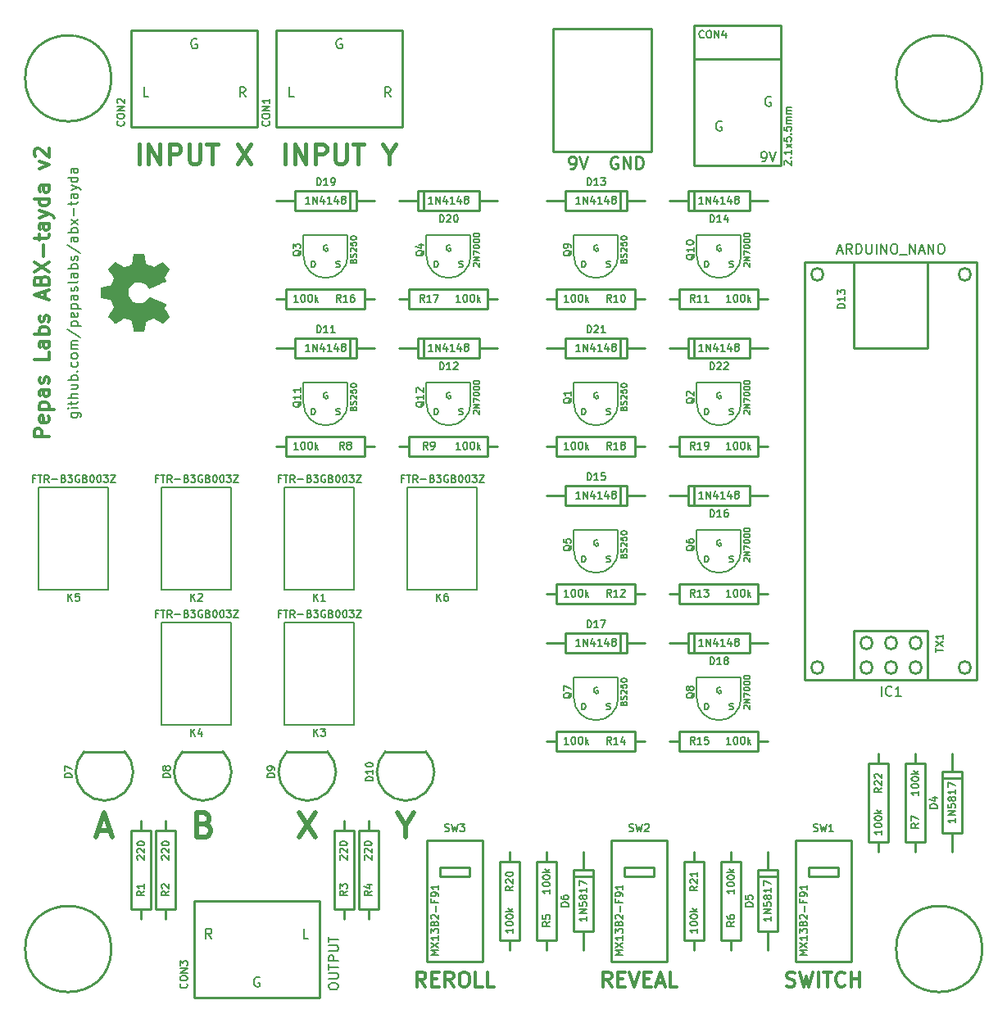
<source format=gto>
G04 (created by PCBNEW (2013-07-07 BZR 4022)-stable) date Fri 30 Oct 2020 07:41:50 PM CDT*
%MOIN*%
G04 Gerber Fmt 3.4, Leading zero omitted, Abs format*
%FSLAX34Y34*%
G01*
G70*
G90*
G04 APERTURE LIST*
%ADD10C,0.00590551*%
%ADD11C,0.008*%
%ADD12C,0.012*%
%ADD13C,0.01*%
%ADD14C,0.02*%
%ADD15C,0.016*%
%ADD16C,0.0001*%
%ADD17C,0.006*%
%ADD18C,0.005*%
G04 APERTURE END LIST*
G54D10*
G54D11*
X56104Y-62780D02*
X56066Y-62761D01*
X56009Y-62761D01*
X55952Y-62780D01*
X55914Y-62819D01*
X55895Y-62857D01*
X55876Y-62933D01*
X55876Y-62990D01*
X55895Y-63066D01*
X55914Y-63104D01*
X55952Y-63142D01*
X56009Y-63161D01*
X56047Y-63161D01*
X56104Y-63142D01*
X56123Y-63123D01*
X56123Y-62990D01*
X56047Y-62990D01*
X58104Y-61780D02*
X58066Y-61761D01*
X58009Y-61761D01*
X57952Y-61780D01*
X57914Y-61819D01*
X57895Y-61857D01*
X57876Y-61933D01*
X57876Y-61990D01*
X57895Y-62066D01*
X57914Y-62104D01*
X57952Y-62142D01*
X58009Y-62161D01*
X58047Y-62161D01*
X58104Y-62142D01*
X58123Y-62123D01*
X58123Y-61990D01*
X58047Y-61990D01*
X57752Y-64411D02*
X57828Y-64411D01*
X57866Y-64392D01*
X57885Y-64373D01*
X57923Y-64316D01*
X57942Y-64240D01*
X57942Y-64088D01*
X57923Y-64050D01*
X57904Y-64030D01*
X57866Y-64011D01*
X57790Y-64011D01*
X57752Y-64030D01*
X57733Y-64050D01*
X57714Y-64088D01*
X57714Y-64183D01*
X57733Y-64221D01*
X57752Y-64240D01*
X57790Y-64259D01*
X57866Y-64259D01*
X57904Y-64240D01*
X57923Y-64221D01*
X57942Y-64183D01*
X58057Y-64011D02*
X58190Y-64411D01*
X58323Y-64011D01*
X37309Y-97615D02*
X37271Y-97596D01*
X37214Y-97596D01*
X37157Y-97615D01*
X37119Y-97653D01*
X37099Y-97691D01*
X37080Y-97767D01*
X37080Y-97825D01*
X37099Y-97901D01*
X37119Y-97939D01*
X37157Y-97977D01*
X37214Y-97996D01*
X37252Y-97996D01*
X37309Y-97977D01*
X37328Y-97958D01*
X37328Y-97825D01*
X37252Y-97825D01*
X35360Y-96028D02*
X35226Y-95837D01*
X35131Y-96028D02*
X35131Y-95628D01*
X35283Y-95628D01*
X35321Y-95647D01*
X35340Y-95666D01*
X35360Y-95704D01*
X35360Y-95761D01*
X35340Y-95799D01*
X35321Y-95818D01*
X35283Y-95837D01*
X35131Y-95837D01*
X39297Y-96028D02*
X39106Y-96028D01*
X39106Y-95628D01*
X40655Y-59426D02*
X40617Y-59407D01*
X40560Y-59407D01*
X40503Y-59426D01*
X40465Y-59464D01*
X40446Y-59502D01*
X40427Y-59579D01*
X40427Y-59636D01*
X40446Y-59712D01*
X40465Y-59750D01*
X40503Y-59788D01*
X40560Y-59807D01*
X40598Y-59807D01*
X40655Y-59788D01*
X40674Y-59769D01*
X40674Y-59636D01*
X40598Y-59636D01*
X42643Y-61776D02*
X42510Y-61585D01*
X42414Y-61776D02*
X42414Y-61376D01*
X42567Y-61376D01*
X42605Y-61395D01*
X42624Y-61414D01*
X42643Y-61452D01*
X42643Y-61509D01*
X42624Y-61547D01*
X42605Y-61566D01*
X42567Y-61585D01*
X42414Y-61585D01*
X38706Y-61776D02*
X38516Y-61776D01*
X38516Y-61376D01*
X34750Y-59426D02*
X34712Y-59407D01*
X34655Y-59407D01*
X34598Y-59426D01*
X34559Y-59464D01*
X34540Y-59502D01*
X34521Y-59579D01*
X34521Y-59636D01*
X34540Y-59712D01*
X34559Y-59750D01*
X34598Y-59788D01*
X34655Y-59807D01*
X34693Y-59807D01*
X34750Y-59788D01*
X34769Y-59769D01*
X34769Y-59636D01*
X34693Y-59636D01*
X36737Y-61776D02*
X36604Y-61585D01*
X36509Y-61776D02*
X36509Y-61376D01*
X36661Y-61376D01*
X36699Y-61395D01*
X36718Y-61414D01*
X36737Y-61452D01*
X36737Y-61509D01*
X36718Y-61547D01*
X36699Y-61566D01*
X36661Y-61585D01*
X36509Y-61585D01*
X32800Y-61776D02*
X32610Y-61776D01*
X32610Y-61376D01*
X29645Y-74635D02*
X29969Y-74635D01*
X30007Y-74654D01*
X30026Y-74673D01*
X30045Y-74711D01*
X30045Y-74769D01*
X30026Y-74807D01*
X29892Y-74635D02*
X29911Y-74673D01*
X29911Y-74749D01*
X29892Y-74788D01*
X29873Y-74807D01*
X29835Y-74826D01*
X29721Y-74826D01*
X29683Y-74807D01*
X29664Y-74788D01*
X29645Y-74749D01*
X29645Y-74673D01*
X29664Y-74635D01*
X29911Y-74445D02*
X29645Y-74445D01*
X29511Y-74445D02*
X29530Y-74464D01*
X29550Y-74445D01*
X29530Y-74426D01*
X29511Y-74445D01*
X29550Y-74445D01*
X29645Y-74311D02*
X29645Y-74159D01*
X29511Y-74254D02*
X29854Y-74254D01*
X29892Y-74235D01*
X29911Y-74197D01*
X29911Y-74159D01*
X29911Y-74026D02*
X29511Y-74026D01*
X29911Y-73854D02*
X29702Y-73854D01*
X29664Y-73873D01*
X29645Y-73911D01*
X29645Y-73969D01*
X29664Y-74007D01*
X29683Y-74026D01*
X29645Y-73492D02*
X29911Y-73492D01*
X29645Y-73664D02*
X29854Y-73664D01*
X29892Y-73645D01*
X29911Y-73607D01*
X29911Y-73549D01*
X29892Y-73511D01*
X29873Y-73492D01*
X29911Y-73302D02*
X29511Y-73302D01*
X29664Y-73302D02*
X29645Y-73264D01*
X29645Y-73188D01*
X29664Y-73149D01*
X29683Y-73130D01*
X29721Y-73111D01*
X29835Y-73111D01*
X29873Y-73130D01*
X29892Y-73149D01*
X29911Y-73188D01*
X29911Y-73264D01*
X29892Y-73302D01*
X29873Y-72940D02*
X29892Y-72921D01*
X29911Y-72940D01*
X29892Y-72959D01*
X29873Y-72940D01*
X29911Y-72940D01*
X29892Y-72578D02*
X29911Y-72616D01*
X29911Y-72692D01*
X29892Y-72730D01*
X29873Y-72749D01*
X29835Y-72769D01*
X29721Y-72769D01*
X29683Y-72749D01*
X29664Y-72730D01*
X29645Y-72692D01*
X29645Y-72616D01*
X29664Y-72578D01*
X29911Y-72349D02*
X29892Y-72388D01*
X29873Y-72407D01*
X29835Y-72426D01*
X29721Y-72426D01*
X29683Y-72407D01*
X29664Y-72388D01*
X29645Y-72349D01*
X29645Y-72292D01*
X29664Y-72254D01*
X29683Y-72235D01*
X29721Y-72216D01*
X29835Y-72216D01*
X29873Y-72235D01*
X29892Y-72254D01*
X29911Y-72292D01*
X29911Y-72349D01*
X29911Y-72045D02*
X29645Y-72045D01*
X29683Y-72045D02*
X29664Y-72026D01*
X29645Y-71988D01*
X29645Y-71930D01*
X29664Y-71892D01*
X29702Y-71873D01*
X29911Y-71873D01*
X29702Y-71873D02*
X29664Y-71854D01*
X29645Y-71816D01*
X29645Y-71759D01*
X29664Y-71721D01*
X29702Y-71702D01*
X29911Y-71702D01*
X29492Y-71226D02*
X30007Y-71569D01*
X29645Y-71092D02*
X30045Y-71092D01*
X29664Y-71092D02*
X29645Y-71054D01*
X29645Y-70978D01*
X29664Y-70940D01*
X29683Y-70921D01*
X29721Y-70902D01*
X29835Y-70902D01*
X29873Y-70921D01*
X29892Y-70940D01*
X29911Y-70978D01*
X29911Y-71054D01*
X29892Y-71092D01*
X29892Y-70578D02*
X29911Y-70616D01*
X29911Y-70692D01*
X29892Y-70730D01*
X29854Y-70749D01*
X29702Y-70749D01*
X29664Y-70730D01*
X29645Y-70692D01*
X29645Y-70616D01*
X29664Y-70578D01*
X29702Y-70559D01*
X29740Y-70559D01*
X29778Y-70749D01*
X29645Y-70388D02*
X30045Y-70388D01*
X29664Y-70388D02*
X29645Y-70349D01*
X29645Y-70273D01*
X29664Y-70235D01*
X29683Y-70216D01*
X29721Y-70197D01*
X29835Y-70197D01*
X29873Y-70216D01*
X29892Y-70235D01*
X29911Y-70273D01*
X29911Y-70349D01*
X29892Y-70388D01*
X29911Y-69854D02*
X29702Y-69854D01*
X29664Y-69873D01*
X29645Y-69911D01*
X29645Y-69988D01*
X29664Y-70026D01*
X29892Y-69854D02*
X29911Y-69892D01*
X29911Y-69988D01*
X29892Y-70026D01*
X29854Y-70045D01*
X29816Y-70045D01*
X29778Y-70026D01*
X29759Y-69988D01*
X29759Y-69892D01*
X29740Y-69854D01*
X29892Y-69683D02*
X29911Y-69645D01*
X29911Y-69569D01*
X29892Y-69530D01*
X29854Y-69511D01*
X29835Y-69511D01*
X29797Y-69530D01*
X29778Y-69569D01*
X29778Y-69626D01*
X29759Y-69664D01*
X29721Y-69683D01*
X29702Y-69683D01*
X29664Y-69664D01*
X29645Y-69626D01*
X29645Y-69569D01*
X29664Y-69530D01*
X29911Y-69283D02*
X29892Y-69321D01*
X29854Y-69340D01*
X29511Y-69340D01*
X29911Y-68959D02*
X29702Y-68959D01*
X29664Y-68978D01*
X29645Y-69016D01*
X29645Y-69092D01*
X29664Y-69130D01*
X29892Y-68959D02*
X29911Y-68997D01*
X29911Y-69092D01*
X29892Y-69130D01*
X29854Y-69149D01*
X29816Y-69149D01*
X29778Y-69130D01*
X29759Y-69092D01*
X29759Y-68997D01*
X29740Y-68959D01*
X29911Y-68769D02*
X29511Y-68769D01*
X29664Y-68769D02*
X29645Y-68730D01*
X29645Y-68654D01*
X29664Y-68616D01*
X29683Y-68597D01*
X29721Y-68578D01*
X29835Y-68578D01*
X29873Y-68597D01*
X29892Y-68616D01*
X29911Y-68654D01*
X29911Y-68730D01*
X29892Y-68769D01*
X29892Y-68426D02*
X29911Y-68388D01*
X29911Y-68311D01*
X29892Y-68273D01*
X29854Y-68254D01*
X29835Y-68254D01*
X29797Y-68273D01*
X29778Y-68311D01*
X29778Y-68369D01*
X29759Y-68407D01*
X29721Y-68426D01*
X29702Y-68426D01*
X29664Y-68407D01*
X29645Y-68369D01*
X29645Y-68311D01*
X29664Y-68273D01*
X29492Y-67797D02*
X30007Y-68140D01*
X29911Y-67492D02*
X29702Y-67492D01*
X29664Y-67511D01*
X29645Y-67550D01*
X29645Y-67626D01*
X29664Y-67664D01*
X29892Y-67492D02*
X29911Y-67530D01*
X29911Y-67626D01*
X29892Y-67664D01*
X29854Y-67683D01*
X29816Y-67683D01*
X29778Y-67664D01*
X29759Y-67626D01*
X29759Y-67530D01*
X29740Y-67492D01*
X29911Y-67302D02*
X29511Y-67302D01*
X29664Y-67302D02*
X29645Y-67264D01*
X29645Y-67188D01*
X29664Y-67150D01*
X29683Y-67130D01*
X29721Y-67111D01*
X29835Y-67111D01*
X29873Y-67130D01*
X29892Y-67150D01*
X29911Y-67188D01*
X29911Y-67264D01*
X29892Y-67302D01*
X29911Y-66978D02*
X29645Y-66769D01*
X29645Y-66978D02*
X29911Y-66769D01*
X29759Y-66616D02*
X29759Y-66311D01*
X29645Y-66178D02*
X29645Y-66026D01*
X29511Y-66121D02*
X29854Y-66121D01*
X29892Y-66102D01*
X29911Y-66064D01*
X29911Y-66026D01*
X29911Y-65721D02*
X29702Y-65721D01*
X29664Y-65740D01*
X29645Y-65778D01*
X29645Y-65854D01*
X29664Y-65892D01*
X29892Y-65721D02*
X29911Y-65759D01*
X29911Y-65854D01*
X29892Y-65892D01*
X29854Y-65911D01*
X29816Y-65911D01*
X29778Y-65892D01*
X29759Y-65854D01*
X29759Y-65759D01*
X29740Y-65721D01*
X29645Y-65569D02*
X29911Y-65473D01*
X29645Y-65378D02*
X29911Y-65473D01*
X30007Y-65511D01*
X30026Y-65530D01*
X30045Y-65569D01*
X29911Y-65054D02*
X29511Y-65054D01*
X29892Y-65054D02*
X29911Y-65092D01*
X29911Y-65169D01*
X29892Y-65207D01*
X29873Y-65226D01*
X29835Y-65245D01*
X29721Y-65245D01*
X29683Y-65226D01*
X29664Y-65207D01*
X29645Y-65169D01*
X29645Y-65092D01*
X29664Y-65054D01*
X29911Y-64692D02*
X29702Y-64692D01*
X29664Y-64711D01*
X29645Y-64750D01*
X29645Y-64826D01*
X29664Y-64864D01*
X29892Y-64692D02*
X29911Y-64730D01*
X29911Y-64826D01*
X29892Y-64864D01*
X29854Y-64883D01*
X29816Y-64883D01*
X29778Y-64864D01*
X29759Y-64826D01*
X29759Y-64730D01*
X29740Y-64692D01*
G54D12*
X28742Y-75607D02*
X28142Y-75607D01*
X28142Y-75378D01*
X28171Y-75321D01*
X28200Y-75292D01*
X28257Y-75264D01*
X28342Y-75264D01*
X28400Y-75292D01*
X28428Y-75321D01*
X28457Y-75378D01*
X28457Y-75607D01*
X28714Y-74778D02*
X28742Y-74835D01*
X28742Y-74950D01*
X28714Y-75007D01*
X28657Y-75035D01*
X28428Y-75035D01*
X28371Y-75007D01*
X28342Y-74950D01*
X28342Y-74835D01*
X28371Y-74778D01*
X28428Y-74750D01*
X28485Y-74750D01*
X28542Y-75035D01*
X28342Y-74492D02*
X28942Y-74492D01*
X28371Y-74492D02*
X28342Y-74435D01*
X28342Y-74321D01*
X28371Y-74264D01*
X28400Y-74235D01*
X28457Y-74207D01*
X28628Y-74207D01*
X28685Y-74235D01*
X28714Y-74264D01*
X28742Y-74321D01*
X28742Y-74435D01*
X28714Y-74492D01*
X28742Y-73692D02*
X28428Y-73692D01*
X28371Y-73721D01*
X28342Y-73778D01*
X28342Y-73892D01*
X28371Y-73950D01*
X28714Y-73692D02*
X28742Y-73750D01*
X28742Y-73892D01*
X28714Y-73950D01*
X28657Y-73978D01*
X28600Y-73978D01*
X28542Y-73950D01*
X28514Y-73892D01*
X28514Y-73750D01*
X28485Y-73692D01*
X28714Y-73435D02*
X28742Y-73378D01*
X28742Y-73264D01*
X28714Y-73207D01*
X28657Y-73178D01*
X28628Y-73178D01*
X28571Y-73207D01*
X28542Y-73264D01*
X28542Y-73350D01*
X28514Y-73407D01*
X28457Y-73435D01*
X28428Y-73435D01*
X28371Y-73407D01*
X28342Y-73350D01*
X28342Y-73264D01*
X28371Y-73207D01*
X28742Y-72178D02*
X28742Y-72464D01*
X28142Y-72464D01*
X28742Y-71721D02*
X28428Y-71721D01*
X28371Y-71750D01*
X28342Y-71807D01*
X28342Y-71921D01*
X28371Y-71978D01*
X28714Y-71721D02*
X28742Y-71778D01*
X28742Y-71921D01*
X28714Y-71978D01*
X28657Y-72007D01*
X28600Y-72007D01*
X28542Y-71978D01*
X28514Y-71921D01*
X28514Y-71778D01*
X28485Y-71721D01*
X28742Y-71435D02*
X28142Y-71435D01*
X28371Y-71435D02*
X28342Y-71378D01*
X28342Y-71264D01*
X28371Y-71207D01*
X28400Y-71178D01*
X28457Y-71150D01*
X28628Y-71150D01*
X28685Y-71178D01*
X28714Y-71207D01*
X28742Y-71264D01*
X28742Y-71378D01*
X28714Y-71435D01*
X28714Y-70921D02*
X28742Y-70864D01*
X28742Y-70750D01*
X28714Y-70692D01*
X28657Y-70664D01*
X28628Y-70664D01*
X28571Y-70692D01*
X28542Y-70750D01*
X28542Y-70835D01*
X28514Y-70892D01*
X28457Y-70921D01*
X28428Y-70921D01*
X28371Y-70892D01*
X28342Y-70835D01*
X28342Y-70750D01*
X28371Y-70692D01*
X28571Y-69978D02*
X28571Y-69692D01*
X28742Y-70035D02*
X28142Y-69835D01*
X28742Y-69635D01*
X28428Y-69235D02*
X28457Y-69150D01*
X28485Y-69121D01*
X28542Y-69092D01*
X28628Y-69092D01*
X28685Y-69121D01*
X28714Y-69150D01*
X28742Y-69207D01*
X28742Y-69435D01*
X28142Y-69435D01*
X28142Y-69235D01*
X28171Y-69178D01*
X28200Y-69150D01*
X28257Y-69121D01*
X28314Y-69121D01*
X28371Y-69150D01*
X28400Y-69178D01*
X28428Y-69235D01*
X28428Y-69435D01*
X28142Y-68892D02*
X28742Y-68492D01*
X28142Y-68492D02*
X28742Y-68892D01*
X28514Y-68264D02*
X28514Y-67807D01*
X28342Y-67607D02*
X28342Y-67378D01*
X28142Y-67521D02*
X28657Y-67521D01*
X28714Y-67492D01*
X28742Y-67435D01*
X28742Y-67378D01*
X28742Y-66921D02*
X28428Y-66921D01*
X28371Y-66950D01*
X28342Y-67007D01*
X28342Y-67121D01*
X28371Y-67178D01*
X28714Y-66921D02*
X28742Y-66978D01*
X28742Y-67121D01*
X28714Y-67178D01*
X28657Y-67207D01*
X28600Y-67207D01*
X28542Y-67178D01*
X28514Y-67121D01*
X28514Y-66978D01*
X28485Y-66921D01*
X28342Y-66692D02*
X28742Y-66550D01*
X28342Y-66407D02*
X28742Y-66550D01*
X28885Y-66607D01*
X28914Y-66635D01*
X28942Y-66692D01*
X28742Y-65921D02*
X28142Y-65921D01*
X28714Y-65921D02*
X28742Y-65978D01*
X28742Y-66092D01*
X28714Y-66150D01*
X28685Y-66178D01*
X28628Y-66207D01*
X28457Y-66207D01*
X28400Y-66178D01*
X28371Y-66150D01*
X28342Y-66092D01*
X28342Y-65978D01*
X28371Y-65921D01*
X28742Y-65378D02*
X28428Y-65378D01*
X28371Y-65407D01*
X28342Y-65464D01*
X28342Y-65578D01*
X28371Y-65635D01*
X28714Y-65378D02*
X28742Y-65435D01*
X28742Y-65578D01*
X28714Y-65635D01*
X28657Y-65664D01*
X28600Y-65664D01*
X28542Y-65635D01*
X28514Y-65578D01*
X28514Y-65435D01*
X28485Y-65378D01*
X28342Y-64692D02*
X28742Y-64550D01*
X28342Y-64407D01*
X28200Y-64207D02*
X28171Y-64178D01*
X28142Y-64121D01*
X28142Y-63978D01*
X28171Y-63921D01*
X28200Y-63892D01*
X28257Y-63864D01*
X28314Y-63864D01*
X28400Y-63892D01*
X28742Y-64235D01*
X28742Y-63864D01*
G54D13*
X51869Y-64226D02*
X51821Y-64202D01*
X51750Y-64202D01*
X51678Y-64226D01*
X51630Y-64273D01*
X51607Y-64321D01*
X51583Y-64416D01*
X51583Y-64488D01*
X51607Y-64583D01*
X51630Y-64630D01*
X51678Y-64678D01*
X51750Y-64702D01*
X51797Y-64702D01*
X51869Y-64678D01*
X51892Y-64654D01*
X51892Y-64488D01*
X51797Y-64488D01*
X52107Y-64702D02*
X52107Y-64202D01*
X52392Y-64702D01*
X52392Y-64202D01*
X52630Y-64702D02*
X52630Y-64202D01*
X52750Y-64202D01*
X52821Y-64226D01*
X52869Y-64273D01*
X52892Y-64321D01*
X52916Y-64416D01*
X52916Y-64488D01*
X52892Y-64583D01*
X52869Y-64630D01*
X52821Y-64678D01*
X52750Y-64702D01*
X52630Y-64702D01*
X49940Y-64702D02*
X50035Y-64702D01*
X50083Y-64678D01*
X50107Y-64654D01*
X50154Y-64583D01*
X50178Y-64488D01*
X50178Y-64297D01*
X50154Y-64250D01*
X50130Y-64226D01*
X50083Y-64202D01*
X49988Y-64202D01*
X49940Y-64226D01*
X49916Y-64250D01*
X49892Y-64297D01*
X49892Y-64416D01*
X49916Y-64464D01*
X49940Y-64488D01*
X49988Y-64511D01*
X50083Y-64511D01*
X50130Y-64488D01*
X50154Y-64464D01*
X50178Y-64416D01*
X50321Y-64202D02*
X50488Y-64702D01*
X50654Y-64202D01*
G54D14*
X43250Y-91428D02*
X43250Y-91904D01*
X42916Y-90904D02*
X43250Y-91428D01*
X43583Y-90904D01*
X38916Y-90904D02*
X39583Y-91904D01*
X39583Y-90904D02*
X38916Y-91904D01*
X35071Y-91380D02*
X35214Y-91428D01*
X35261Y-91476D01*
X35309Y-91571D01*
X35309Y-91714D01*
X35261Y-91809D01*
X35214Y-91857D01*
X35119Y-91904D01*
X34738Y-91904D01*
X34738Y-90904D01*
X35071Y-90904D01*
X35166Y-90952D01*
X35214Y-91000D01*
X35261Y-91095D01*
X35261Y-91190D01*
X35214Y-91285D01*
X35166Y-91333D01*
X35071Y-91380D01*
X34738Y-91380D01*
X30761Y-91619D02*
X31238Y-91619D01*
X30666Y-91904D02*
X31000Y-90904D01*
X31333Y-91904D01*
G54D15*
X38360Y-64497D02*
X38360Y-63697D01*
X38741Y-64497D02*
X38741Y-63697D01*
X39198Y-64497D01*
X39198Y-63697D01*
X39579Y-64497D02*
X39579Y-63697D01*
X39884Y-63697D01*
X39960Y-63735D01*
X39998Y-63773D01*
X40036Y-63849D01*
X40036Y-63963D01*
X39998Y-64039D01*
X39960Y-64077D01*
X39884Y-64116D01*
X39579Y-64116D01*
X40379Y-63697D02*
X40379Y-64344D01*
X40417Y-64420D01*
X40455Y-64458D01*
X40532Y-64497D01*
X40684Y-64497D01*
X40760Y-64458D01*
X40798Y-64420D01*
X40836Y-64344D01*
X40836Y-63697D01*
X41103Y-63697D02*
X41560Y-63697D01*
X41332Y-64497D02*
X41332Y-63697D01*
X42589Y-64116D02*
X42589Y-64497D01*
X42322Y-63697D02*
X42589Y-64116D01*
X42855Y-63697D01*
X32417Y-64497D02*
X32417Y-63697D01*
X32798Y-64497D02*
X32798Y-63697D01*
X33255Y-64497D01*
X33255Y-63697D01*
X33636Y-64497D02*
X33636Y-63697D01*
X33940Y-63697D01*
X34017Y-63735D01*
X34055Y-63773D01*
X34093Y-63849D01*
X34093Y-63963D01*
X34055Y-64039D01*
X34017Y-64077D01*
X33940Y-64116D01*
X33636Y-64116D01*
X34436Y-63697D02*
X34436Y-64344D01*
X34474Y-64420D01*
X34512Y-64458D01*
X34588Y-64497D01*
X34740Y-64497D01*
X34817Y-64458D01*
X34855Y-64420D01*
X34893Y-64344D01*
X34893Y-63697D01*
X35159Y-63697D02*
X35617Y-63697D01*
X35388Y-64497D02*
X35388Y-63697D01*
X36417Y-63697D02*
X36950Y-64497D01*
X36950Y-63697D02*
X36417Y-64497D01*
G54D11*
X40116Y-98009D02*
X40116Y-97932D01*
X40135Y-97894D01*
X40173Y-97856D01*
X40249Y-97837D01*
X40382Y-97837D01*
X40459Y-97856D01*
X40497Y-97894D01*
X40516Y-97932D01*
X40516Y-98009D01*
X40497Y-98047D01*
X40459Y-98085D01*
X40382Y-98104D01*
X40249Y-98104D01*
X40173Y-98085D01*
X40135Y-98047D01*
X40116Y-98009D01*
X40116Y-97666D02*
X40440Y-97666D01*
X40478Y-97647D01*
X40497Y-97628D01*
X40516Y-97590D01*
X40516Y-97513D01*
X40497Y-97475D01*
X40478Y-97456D01*
X40440Y-97437D01*
X40116Y-97437D01*
X40116Y-97304D02*
X40116Y-97075D01*
X40516Y-97190D02*
X40116Y-97190D01*
X40516Y-96942D02*
X40116Y-96942D01*
X40116Y-96790D01*
X40135Y-96752D01*
X40154Y-96732D01*
X40192Y-96713D01*
X40249Y-96713D01*
X40287Y-96732D01*
X40306Y-96752D01*
X40325Y-96790D01*
X40325Y-96942D01*
X40116Y-96542D02*
X40440Y-96542D01*
X40478Y-96523D01*
X40497Y-96504D01*
X40516Y-96466D01*
X40516Y-96390D01*
X40497Y-96352D01*
X40478Y-96332D01*
X40440Y-96313D01*
X40116Y-96313D01*
X40116Y-96180D02*
X40116Y-95952D01*
X40516Y-96066D02*
X40116Y-96066D01*
G54D13*
X58000Y-96500D02*
X58000Y-95750D01*
X58000Y-93250D02*
X58000Y-92500D01*
X57600Y-93500D02*
X58400Y-93500D01*
X58400Y-95750D02*
X58400Y-93250D01*
X57600Y-95750D02*
X58400Y-95750D01*
X57600Y-93250D02*
X58400Y-93250D01*
X57600Y-95750D02*
X57600Y-93250D01*
G54D10*
X51900Y-74250D02*
X51900Y-73400D01*
X51900Y-73400D02*
X50100Y-73400D01*
X50100Y-73400D02*
X50100Y-74250D01*
X50100Y-74250D02*
G75*
G03X51000Y-75150I900J0D01*
G74*
G01*
X51000Y-75150D02*
G75*
G03X51900Y-74250I0J900D01*
G74*
G01*
X45900Y-68250D02*
X45900Y-67400D01*
X45900Y-67400D02*
X44100Y-67400D01*
X44100Y-67400D02*
X44100Y-68250D01*
X44100Y-68250D02*
G75*
G03X45000Y-69150I900J0D01*
G74*
G01*
X45000Y-69150D02*
G75*
G03X45900Y-68250I0J900D01*
G74*
G01*
X56900Y-86250D02*
X56900Y-85400D01*
X56900Y-85400D02*
X55100Y-85400D01*
X55100Y-85400D02*
X55100Y-86250D01*
X55100Y-86250D02*
G75*
G03X56000Y-87150I900J0D01*
G74*
G01*
X56000Y-87150D02*
G75*
G03X56900Y-86250I0J900D01*
G74*
G01*
X56900Y-74250D02*
X56900Y-73400D01*
X56900Y-73400D02*
X55100Y-73400D01*
X55100Y-73400D02*
X55100Y-74250D01*
X55100Y-74250D02*
G75*
G03X56000Y-75150I900J0D01*
G74*
G01*
X56000Y-75150D02*
G75*
G03X56900Y-74250I0J900D01*
G74*
G01*
X40900Y-74250D02*
X40900Y-73400D01*
X40900Y-73400D02*
X39100Y-73400D01*
X39100Y-73400D02*
X39100Y-74250D01*
X39100Y-74250D02*
G75*
G03X40000Y-75150I900J0D01*
G74*
G01*
X40000Y-75150D02*
G75*
G03X40900Y-74250I0J900D01*
G74*
G01*
X51900Y-80250D02*
X51900Y-79400D01*
X51900Y-79400D02*
X50100Y-79400D01*
X50100Y-79400D02*
X50100Y-80250D01*
X50100Y-80250D02*
G75*
G03X51000Y-81150I900J0D01*
G74*
G01*
X51000Y-81150D02*
G75*
G03X51900Y-80250I0J900D01*
G74*
G01*
X56900Y-80250D02*
X56900Y-79400D01*
X56900Y-79400D02*
X55100Y-79400D01*
X55100Y-79400D02*
X55100Y-80250D01*
X55100Y-80250D02*
G75*
G03X56000Y-81150I900J0D01*
G74*
G01*
X56000Y-81150D02*
G75*
G03X56900Y-80250I0J900D01*
G74*
G01*
X56900Y-68250D02*
X56900Y-67400D01*
X56900Y-67400D02*
X55100Y-67400D01*
X55100Y-67400D02*
X55100Y-68250D01*
X55100Y-68250D02*
G75*
G03X56000Y-69150I900J0D01*
G74*
G01*
X56000Y-69150D02*
G75*
G03X56900Y-68250I0J900D01*
G74*
G01*
X51900Y-68250D02*
X51900Y-67400D01*
X51900Y-67400D02*
X50100Y-67400D01*
X50100Y-67400D02*
X50100Y-68250D01*
X50100Y-68250D02*
G75*
G03X51000Y-69150I900J0D01*
G74*
G01*
X51000Y-69150D02*
G75*
G03X51900Y-68250I0J900D01*
G74*
G01*
X45900Y-74250D02*
X45900Y-73400D01*
X45900Y-73400D02*
X44100Y-73400D01*
X44100Y-73400D02*
X44100Y-74250D01*
X44100Y-74250D02*
G75*
G03X45000Y-75150I900J0D01*
G74*
G01*
X45000Y-75150D02*
G75*
G03X45900Y-74250I0J900D01*
G74*
G01*
X40900Y-68250D02*
X40900Y-67400D01*
X40900Y-67400D02*
X39100Y-67400D01*
X39100Y-67400D02*
X39100Y-68250D01*
X39100Y-68250D02*
G75*
G03X40000Y-69150I900J0D01*
G74*
G01*
X40000Y-69150D02*
G75*
G03X40900Y-68250I0J900D01*
G74*
G01*
X51900Y-86250D02*
X51900Y-85400D01*
X51900Y-85400D02*
X50100Y-85400D01*
X50100Y-85400D02*
X50100Y-86250D01*
X50100Y-86250D02*
G75*
G03X51000Y-87150I900J0D01*
G74*
G01*
X51000Y-87150D02*
G75*
G03X51900Y-86250I0J900D01*
G74*
G01*
G54D13*
X39763Y-98425D02*
X39763Y-94488D01*
X34645Y-98425D02*
X34645Y-94488D01*
X34645Y-98425D02*
X39763Y-98425D01*
X34645Y-94488D02*
X39763Y-94488D01*
X37992Y-59055D02*
X37992Y-62992D01*
X43110Y-59055D02*
X43110Y-62992D01*
X43110Y-59055D02*
X37992Y-59055D01*
X43110Y-62992D02*
X37992Y-62992D01*
X32086Y-59055D02*
X32086Y-62992D01*
X37204Y-59055D02*
X37204Y-62992D01*
X37204Y-59055D02*
X32086Y-59055D01*
X37204Y-62992D02*
X32086Y-62992D01*
X54000Y-76000D02*
X54400Y-76000D01*
X54400Y-76000D02*
X54400Y-75600D01*
X54400Y-75600D02*
X57600Y-75600D01*
X57600Y-75600D02*
X57600Y-76400D01*
X57600Y-76400D02*
X54400Y-76400D01*
X54400Y-76400D02*
X54400Y-76000D01*
X58000Y-76000D02*
X57600Y-76000D01*
X42000Y-70000D02*
X41600Y-70000D01*
X41600Y-70000D02*
X41600Y-70400D01*
X41600Y-70400D02*
X38400Y-70400D01*
X38400Y-70400D02*
X38400Y-69600D01*
X38400Y-69600D02*
X41600Y-69600D01*
X41600Y-69600D02*
X41600Y-70000D01*
X38000Y-70000D02*
X38400Y-70000D01*
X53000Y-76000D02*
X52600Y-76000D01*
X52600Y-76000D02*
X52600Y-76400D01*
X52600Y-76400D02*
X49400Y-76400D01*
X49400Y-76400D02*
X49400Y-75600D01*
X49400Y-75600D02*
X52600Y-75600D01*
X52600Y-75600D02*
X52600Y-76000D01*
X49000Y-76000D02*
X49400Y-76000D01*
X53000Y-82000D02*
X52600Y-82000D01*
X52600Y-82000D02*
X52600Y-82400D01*
X52600Y-82400D02*
X49400Y-82400D01*
X49400Y-82400D02*
X49400Y-81600D01*
X49400Y-81600D02*
X52600Y-81600D01*
X52600Y-81600D02*
X52600Y-82000D01*
X49000Y-82000D02*
X49400Y-82000D01*
X43000Y-70000D02*
X43400Y-70000D01*
X43400Y-70000D02*
X43400Y-69600D01*
X43400Y-69600D02*
X46600Y-69600D01*
X46600Y-69600D02*
X46600Y-70400D01*
X46600Y-70400D02*
X43400Y-70400D01*
X43400Y-70400D02*
X43400Y-70000D01*
X47000Y-70000D02*
X46600Y-70000D01*
X43000Y-76000D02*
X43400Y-76000D01*
X43400Y-76000D02*
X43400Y-75600D01*
X43400Y-75600D02*
X46600Y-75600D01*
X46600Y-75600D02*
X46600Y-76400D01*
X46600Y-76400D02*
X43400Y-76400D01*
X43400Y-76400D02*
X43400Y-76000D01*
X47000Y-76000D02*
X46600Y-76000D01*
X54000Y-82000D02*
X54400Y-82000D01*
X54400Y-82000D02*
X54400Y-81600D01*
X54400Y-81600D02*
X57600Y-81600D01*
X57600Y-81600D02*
X57600Y-82400D01*
X57600Y-82400D02*
X54400Y-82400D01*
X54400Y-82400D02*
X54400Y-82000D01*
X58000Y-82000D02*
X57600Y-82000D01*
X53000Y-88000D02*
X52600Y-88000D01*
X52600Y-88000D02*
X52600Y-88400D01*
X52600Y-88400D02*
X49400Y-88400D01*
X49400Y-88400D02*
X49400Y-87600D01*
X49400Y-87600D02*
X52600Y-87600D01*
X52600Y-87600D02*
X52600Y-88000D01*
X49000Y-88000D02*
X49400Y-88000D01*
X54000Y-88000D02*
X54400Y-88000D01*
X54400Y-88000D02*
X54400Y-87600D01*
X54400Y-87600D02*
X57600Y-87600D01*
X57600Y-87600D02*
X57600Y-88400D01*
X57600Y-88400D02*
X54400Y-88400D01*
X54400Y-88400D02*
X54400Y-88000D01*
X58000Y-88000D02*
X57600Y-88000D01*
X53000Y-70000D02*
X52600Y-70000D01*
X52600Y-70000D02*
X52600Y-70400D01*
X52600Y-70400D02*
X49400Y-70400D01*
X49400Y-70400D02*
X49400Y-69600D01*
X49400Y-69600D02*
X52600Y-69600D01*
X52600Y-69600D02*
X52600Y-70000D01*
X49000Y-70000D02*
X49400Y-70000D01*
X54000Y-70000D02*
X54400Y-70000D01*
X54400Y-70000D02*
X54400Y-69600D01*
X54400Y-69600D02*
X57600Y-69600D01*
X57600Y-69600D02*
X57600Y-70400D01*
X57600Y-70400D02*
X54400Y-70400D01*
X54400Y-70400D02*
X54400Y-70000D01*
X58000Y-70000D02*
X57600Y-70000D01*
X42000Y-76000D02*
X41600Y-76000D01*
X41600Y-76000D02*
X41600Y-76400D01*
X41600Y-76400D02*
X38400Y-76400D01*
X38400Y-76400D02*
X38400Y-75600D01*
X38400Y-75600D02*
X41600Y-75600D01*
X41600Y-75600D02*
X41600Y-76000D01*
X38000Y-76000D02*
X38400Y-76000D01*
X49000Y-96500D02*
X49000Y-96100D01*
X49000Y-96100D02*
X48600Y-96100D01*
X48600Y-96100D02*
X48600Y-92900D01*
X48600Y-92900D02*
X49400Y-92900D01*
X49400Y-92900D02*
X49400Y-96100D01*
X49400Y-96100D02*
X49000Y-96100D01*
X49000Y-92500D02*
X49000Y-92900D01*
X56500Y-96500D02*
X56500Y-96100D01*
X56500Y-96100D02*
X56100Y-96100D01*
X56100Y-96100D02*
X56100Y-92900D01*
X56100Y-92900D02*
X56900Y-92900D01*
X56900Y-92900D02*
X56900Y-96100D01*
X56900Y-96100D02*
X56500Y-96100D01*
X56500Y-92500D02*
X56500Y-92900D01*
X64000Y-92500D02*
X64000Y-92100D01*
X64000Y-92100D02*
X63600Y-92100D01*
X63600Y-92100D02*
X63600Y-88900D01*
X63600Y-88900D02*
X64400Y-88900D01*
X64400Y-88900D02*
X64400Y-92100D01*
X64400Y-92100D02*
X64000Y-92100D01*
X64000Y-88500D02*
X64000Y-88900D01*
X40750Y-95250D02*
X40750Y-94850D01*
X40750Y-94850D02*
X40350Y-94850D01*
X40350Y-94850D02*
X40350Y-91650D01*
X40350Y-91650D02*
X41150Y-91650D01*
X41150Y-91650D02*
X41150Y-94850D01*
X41150Y-94850D02*
X40750Y-94850D01*
X40750Y-91250D02*
X40750Y-91650D01*
X41750Y-95250D02*
X41750Y-94850D01*
X41750Y-94850D02*
X41350Y-94850D01*
X41350Y-94850D02*
X41350Y-91650D01*
X41350Y-91650D02*
X42150Y-91650D01*
X42150Y-91650D02*
X42150Y-94850D01*
X42150Y-94850D02*
X41750Y-94850D01*
X41750Y-91250D02*
X41750Y-91650D01*
X33500Y-95250D02*
X33500Y-94850D01*
X33500Y-94850D02*
X33100Y-94850D01*
X33100Y-94850D02*
X33100Y-91650D01*
X33100Y-91650D02*
X33900Y-91650D01*
X33900Y-91650D02*
X33900Y-94850D01*
X33900Y-94850D02*
X33500Y-94850D01*
X33500Y-91250D02*
X33500Y-91650D01*
X32500Y-95250D02*
X32500Y-94850D01*
X32500Y-94850D02*
X32100Y-94850D01*
X32100Y-94850D02*
X32100Y-91650D01*
X32100Y-91650D02*
X32900Y-91650D01*
X32900Y-91650D02*
X32900Y-94850D01*
X32900Y-94850D02*
X32500Y-94850D01*
X32500Y-91250D02*
X32500Y-91650D01*
X34173Y-88423D02*
X35826Y-88423D01*
X35826Y-90076D02*
G75*
G03X35826Y-88423I-826J826D01*
G74*
G01*
X34173Y-90076D02*
G75*
G03X35826Y-90076I826J826D01*
G74*
G01*
X34173Y-88423D02*
G75*
G03X34173Y-90076I826J-826D01*
G74*
G01*
X38423Y-88423D02*
X40076Y-88423D01*
X40076Y-90076D02*
G75*
G03X40076Y-88423I-826J826D01*
G74*
G01*
X38423Y-90076D02*
G75*
G03X40076Y-90076I826J826D01*
G74*
G01*
X38423Y-88423D02*
G75*
G03X38423Y-90076I826J-826D01*
G74*
G01*
X42423Y-88423D02*
X44076Y-88423D01*
X44076Y-90076D02*
G75*
G03X44076Y-88423I-826J826D01*
G74*
G01*
X42423Y-90076D02*
G75*
G03X44076Y-90076I826J826D01*
G74*
G01*
X42423Y-88423D02*
G75*
G03X42423Y-90076I826J-826D01*
G74*
G01*
X30173Y-88423D02*
X31826Y-88423D01*
X31826Y-90076D02*
G75*
G03X31826Y-88423I-826J826D01*
G74*
G01*
X30173Y-90076D02*
G75*
G03X31826Y-90076I826J826D01*
G74*
G01*
X30173Y-88423D02*
G75*
G03X30173Y-90076I826J-826D01*
G74*
G01*
X65500Y-92500D02*
X65500Y-91750D01*
X65500Y-89250D02*
X65500Y-88500D01*
X65100Y-89500D02*
X65900Y-89500D01*
X65900Y-91750D02*
X65900Y-89250D01*
X65100Y-91750D02*
X65900Y-91750D01*
X65100Y-89250D02*
X65900Y-89250D01*
X65100Y-91750D02*
X65100Y-89250D01*
X50500Y-96500D02*
X50500Y-95750D01*
X50500Y-93250D02*
X50500Y-92500D01*
X50100Y-93500D02*
X50900Y-93500D01*
X50900Y-95750D02*
X50900Y-93250D01*
X50100Y-95750D02*
X50900Y-95750D01*
X50100Y-93250D02*
X50900Y-93250D01*
X50100Y-95750D02*
X50100Y-93250D01*
X38000Y-72000D02*
X38750Y-72000D01*
X41250Y-72000D02*
X42000Y-72000D01*
X41000Y-71600D02*
X41000Y-72400D01*
X38750Y-72400D02*
X41250Y-72400D01*
X38750Y-71600D02*
X38750Y-72400D01*
X41250Y-71600D02*
X41250Y-72400D01*
X38750Y-71600D02*
X41250Y-71600D01*
X47000Y-72000D02*
X46250Y-72000D01*
X43750Y-72000D02*
X43000Y-72000D01*
X44000Y-72400D02*
X44000Y-71600D01*
X46250Y-71600D02*
X43750Y-71600D01*
X46250Y-72400D02*
X46250Y-71600D01*
X43750Y-72400D02*
X43750Y-71600D01*
X46250Y-72400D02*
X43750Y-72400D01*
X58000Y-66000D02*
X57250Y-66000D01*
X54750Y-66000D02*
X54000Y-66000D01*
X55000Y-66400D02*
X55000Y-65600D01*
X57250Y-65600D02*
X54750Y-65600D01*
X57250Y-66400D02*
X57250Y-65600D01*
X54750Y-66400D02*
X54750Y-65600D01*
X57250Y-66400D02*
X54750Y-66400D01*
X49000Y-66000D02*
X49750Y-66000D01*
X52250Y-66000D02*
X53000Y-66000D01*
X52000Y-65600D02*
X52000Y-66400D01*
X49750Y-66400D02*
X52250Y-66400D01*
X49750Y-65600D02*
X49750Y-66400D01*
X52250Y-65600D02*
X52250Y-66400D01*
X49750Y-65600D02*
X52250Y-65600D01*
X47000Y-66000D02*
X46250Y-66000D01*
X43750Y-66000D02*
X43000Y-66000D01*
X44000Y-66400D02*
X44000Y-65600D01*
X46250Y-65600D02*
X43750Y-65600D01*
X46250Y-66400D02*
X46250Y-65600D01*
X43750Y-66400D02*
X43750Y-65600D01*
X46250Y-66400D02*
X43750Y-66400D01*
X38000Y-66000D02*
X38750Y-66000D01*
X41250Y-66000D02*
X42000Y-66000D01*
X41000Y-65600D02*
X41000Y-66400D01*
X38750Y-66400D02*
X41250Y-66400D01*
X38750Y-65600D02*
X38750Y-66400D01*
X41250Y-65600D02*
X41250Y-66400D01*
X38750Y-65600D02*
X41250Y-65600D01*
X49000Y-84000D02*
X49750Y-84000D01*
X52250Y-84000D02*
X53000Y-84000D01*
X52000Y-83600D02*
X52000Y-84400D01*
X49750Y-84400D02*
X52250Y-84400D01*
X49750Y-83600D02*
X49750Y-84400D01*
X52250Y-83600D02*
X52250Y-84400D01*
X49750Y-83600D02*
X52250Y-83600D01*
X58000Y-84000D02*
X57250Y-84000D01*
X54750Y-84000D02*
X54000Y-84000D01*
X55000Y-84400D02*
X55000Y-83600D01*
X57250Y-83600D02*
X54750Y-83600D01*
X57250Y-84400D02*
X57250Y-83600D01*
X54750Y-84400D02*
X54750Y-83600D01*
X57250Y-84400D02*
X54750Y-84400D01*
X58000Y-72000D02*
X57250Y-72000D01*
X54750Y-72000D02*
X54000Y-72000D01*
X55000Y-72400D02*
X55000Y-71600D01*
X57250Y-71600D02*
X54750Y-71600D01*
X57250Y-72400D02*
X57250Y-71600D01*
X54750Y-72400D02*
X54750Y-71600D01*
X57250Y-72400D02*
X54750Y-72400D01*
X49000Y-72000D02*
X49750Y-72000D01*
X52250Y-72000D02*
X53000Y-72000D01*
X52000Y-71600D02*
X52000Y-72400D01*
X49750Y-72400D02*
X52250Y-72400D01*
X49750Y-71600D02*
X49750Y-72400D01*
X52250Y-71600D02*
X52250Y-72400D01*
X49750Y-71600D02*
X52250Y-71600D01*
X49000Y-78000D02*
X49750Y-78000D01*
X52250Y-78000D02*
X53000Y-78000D01*
X52000Y-77600D02*
X52000Y-78400D01*
X49750Y-78400D02*
X52250Y-78400D01*
X49750Y-77600D02*
X49750Y-78400D01*
X52250Y-77600D02*
X52250Y-78400D01*
X49750Y-77600D02*
X52250Y-77600D01*
X58000Y-78000D02*
X57250Y-78000D01*
X54750Y-78000D02*
X54000Y-78000D01*
X55000Y-78400D02*
X55000Y-77600D01*
X57250Y-77600D02*
X54750Y-77600D01*
X57250Y-78400D02*
X57250Y-77600D01*
X54750Y-78400D02*
X54750Y-77600D01*
X57250Y-78400D02*
X54750Y-78400D01*
X66250Y-69000D02*
G75*
G03X66250Y-69000I-250J0D01*
G74*
G01*
X60250Y-69000D02*
G75*
G03X60250Y-69000I-250J0D01*
G74*
G01*
X66250Y-85000D02*
G75*
G03X66250Y-85000I-250J0D01*
G74*
G01*
X60250Y-85000D02*
G75*
G03X60250Y-85000I-250J0D01*
G74*
G01*
X66500Y-85500D02*
X66500Y-68500D01*
X59500Y-68500D02*
X59500Y-85500D01*
X61500Y-85500D02*
X61500Y-83500D01*
X61500Y-83500D02*
X64500Y-83500D01*
X64500Y-83500D02*
X64500Y-85500D01*
X62250Y-84000D02*
G75*
G03X62250Y-84000I-250J0D01*
G74*
G01*
X62250Y-85000D02*
G75*
G03X62250Y-85000I-250J0D01*
G74*
G01*
X63250Y-84000D02*
G75*
G03X63250Y-84000I-250J0D01*
G74*
G01*
X64250Y-84000D02*
G75*
G03X64250Y-84000I-250J0D01*
G74*
G01*
X64250Y-85000D02*
G75*
G03X64250Y-85000I-250J0D01*
G74*
G01*
X63250Y-85000D02*
G75*
G03X63250Y-85000I-250J0D01*
G74*
G01*
X64500Y-68500D02*
X64500Y-72000D01*
X64500Y-72000D02*
X61500Y-72000D01*
X61500Y-72000D02*
X61500Y-68500D01*
X59500Y-85500D02*
X66500Y-85500D01*
X66500Y-68500D02*
X59500Y-68500D01*
X31277Y-61023D02*
G75*
G03X31277Y-61023I-1750J0D01*
G74*
G01*
X66710Y-61023D02*
G75*
G03X66710Y-61023I-1750J0D01*
G74*
G01*
X66710Y-96456D02*
G75*
G03X66710Y-96456I-1750J0D01*
G74*
G01*
X31277Y-96456D02*
G75*
G03X31277Y-96456I-1750J0D01*
G74*
G01*
X59659Y-93122D02*
X60840Y-93122D01*
X60840Y-93122D02*
X60840Y-93515D01*
X60840Y-93515D02*
X59659Y-93515D01*
X59659Y-93515D02*
X59659Y-93122D01*
X59108Y-92019D02*
X61391Y-92019D01*
X61391Y-92019D02*
X61391Y-96980D01*
X61391Y-96980D02*
X59108Y-96980D01*
X59108Y-96980D02*
X59108Y-92019D01*
X52159Y-93122D02*
X53340Y-93122D01*
X53340Y-93122D02*
X53340Y-93515D01*
X53340Y-93515D02*
X52159Y-93515D01*
X52159Y-93515D02*
X52159Y-93122D01*
X51608Y-92019D02*
X53891Y-92019D01*
X53891Y-92019D02*
X53891Y-96980D01*
X53891Y-96980D02*
X51608Y-96980D01*
X51608Y-96980D02*
X51608Y-92019D01*
X44659Y-93122D02*
X45840Y-93122D01*
X45840Y-93122D02*
X45840Y-93515D01*
X45840Y-93515D02*
X44659Y-93515D01*
X44659Y-93515D02*
X44659Y-93122D01*
X44108Y-92019D02*
X46391Y-92019D01*
X46391Y-92019D02*
X46391Y-96980D01*
X46391Y-96980D02*
X44108Y-96980D01*
X44108Y-96980D02*
X44108Y-92019D01*
X58522Y-60235D02*
X54978Y-60235D01*
X58522Y-58857D02*
X54978Y-58857D01*
X54978Y-58857D02*
X54978Y-64566D01*
X54978Y-64566D02*
X58522Y-64566D01*
X58522Y-64566D02*
X58522Y-58857D01*
X49250Y-59000D02*
X53250Y-59000D01*
X53250Y-59000D02*
X53250Y-64000D01*
X53250Y-64000D02*
X49250Y-64000D01*
X49250Y-64000D02*
X49250Y-59000D01*
G54D16*
G36*
X33664Y-70704D02*
X33656Y-70688D01*
X33633Y-70651D01*
X33598Y-70598D01*
X33557Y-70536D01*
X33514Y-70474D01*
X33480Y-70423D01*
X33457Y-70387D01*
X33449Y-70372D01*
X33451Y-70364D01*
X33466Y-70334D01*
X33488Y-70291D01*
X33501Y-70266D01*
X33518Y-70227D01*
X33522Y-70207D01*
X33516Y-70204D01*
X33486Y-70189D01*
X33434Y-70167D01*
X33366Y-70137D01*
X33286Y-70103D01*
X33200Y-70066D01*
X33112Y-70030D01*
X33028Y-69995D01*
X32953Y-69964D01*
X32892Y-69939D01*
X32849Y-69923D01*
X32831Y-69917D01*
X32827Y-69919D01*
X32808Y-69939D01*
X32782Y-69973D01*
X32721Y-70048D01*
X32629Y-70121D01*
X32525Y-70166D01*
X32409Y-70181D01*
X32302Y-70168D01*
X32199Y-70126D01*
X32106Y-70054D01*
X32037Y-69967D01*
X31993Y-69865D01*
X31979Y-69750D01*
X31991Y-69640D01*
X32033Y-69535D01*
X32104Y-69442D01*
X32149Y-69403D01*
X32243Y-69349D01*
X32344Y-69318D01*
X32369Y-69315D01*
X32480Y-69319D01*
X32586Y-69352D01*
X32681Y-69410D01*
X32758Y-69491D01*
X32766Y-69502D01*
X32794Y-69539D01*
X32813Y-69564D01*
X32829Y-69584D01*
X33168Y-69443D01*
X33222Y-69421D01*
X33315Y-69382D01*
X33395Y-69348D01*
X33458Y-69321D01*
X33501Y-69302D01*
X33518Y-69294D01*
X33519Y-69293D01*
X33521Y-69281D01*
X33511Y-69255D01*
X33488Y-69208D01*
X33472Y-69176D01*
X33455Y-69140D01*
X33449Y-69124D01*
X33456Y-69110D01*
X33479Y-69076D01*
X33512Y-69025D01*
X33553Y-68965D01*
X33593Y-68907D01*
X33628Y-68854D01*
X33652Y-68815D01*
X33663Y-68796D01*
X33663Y-68793D01*
X33653Y-68777D01*
X33628Y-68746D01*
X33584Y-68700D01*
X33520Y-68635D01*
X33510Y-68625D01*
X33455Y-68571D01*
X33409Y-68527D01*
X33377Y-68498D01*
X33362Y-68488D01*
X33362Y-68488D01*
X33343Y-68497D01*
X33305Y-68522D01*
X33251Y-68557D01*
X33188Y-68600D01*
X33025Y-68712D01*
X32871Y-68650D01*
X32824Y-68631D01*
X32767Y-68607D01*
X32726Y-68590D01*
X32708Y-68580D01*
X32702Y-68564D01*
X32692Y-68521D01*
X32679Y-68460D01*
X32666Y-68388D01*
X32653Y-68318D01*
X32641Y-68255D01*
X32632Y-68210D01*
X32628Y-68190D01*
X32625Y-68185D01*
X32615Y-68181D01*
X32594Y-68178D01*
X32556Y-68177D01*
X32496Y-68176D01*
X32409Y-68176D01*
X32400Y-68176D01*
X32317Y-68177D01*
X32251Y-68178D01*
X32208Y-68180D01*
X32191Y-68183D01*
X32191Y-68183D01*
X32186Y-68203D01*
X32177Y-68247D01*
X32164Y-68310D01*
X32150Y-68385D01*
X32149Y-68389D01*
X32135Y-68464D01*
X32122Y-68526D01*
X32112Y-68570D01*
X32106Y-68588D01*
X32101Y-68592D01*
X32072Y-68607D01*
X32026Y-68629D01*
X31969Y-68653D01*
X31911Y-68678D01*
X31858Y-68699D01*
X31819Y-68713D01*
X31801Y-68717D01*
X31801Y-68717D01*
X31783Y-68706D01*
X31744Y-68680D01*
X31691Y-68644D01*
X31627Y-68600D01*
X31622Y-68597D01*
X31559Y-68554D01*
X31506Y-68519D01*
X31468Y-68496D01*
X31451Y-68488D01*
X31450Y-68488D01*
X31431Y-68502D01*
X31396Y-68534D01*
X31348Y-68580D01*
X31292Y-68635D01*
X31275Y-68653D01*
X31215Y-68714D01*
X31176Y-68756D01*
X31155Y-68783D01*
X31150Y-68796D01*
X31151Y-68796D01*
X31162Y-68815D01*
X31188Y-68855D01*
X31225Y-68909D01*
X31268Y-68973D01*
X31271Y-68977D01*
X31314Y-69040D01*
X31349Y-69092D01*
X31374Y-69130D01*
X31384Y-69146D01*
X31384Y-69149D01*
X31376Y-69174D01*
X31361Y-69219D01*
X31339Y-69274D01*
X31316Y-69332D01*
X31294Y-69385D01*
X31275Y-69425D01*
X31265Y-69444D01*
X31264Y-69444D01*
X31241Y-69451D01*
X31194Y-69462D01*
X31129Y-69475D01*
X31052Y-69490D01*
X31040Y-69492D01*
X30965Y-69506D01*
X30903Y-69518D01*
X30860Y-69527D01*
X30842Y-69532D01*
X30840Y-69542D01*
X30837Y-69579D01*
X30836Y-69635D01*
X30835Y-69703D01*
X30836Y-69774D01*
X30837Y-69843D01*
X30839Y-69903D01*
X30842Y-69945D01*
X30846Y-69963D01*
X30847Y-69964D01*
X30870Y-69970D01*
X30917Y-69980D01*
X30982Y-69994D01*
X31060Y-70009D01*
X31073Y-70011D01*
X31148Y-70025D01*
X31209Y-70038D01*
X31252Y-70047D01*
X31268Y-70052D01*
X31272Y-70058D01*
X31285Y-70089D01*
X31306Y-70139D01*
X31331Y-70202D01*
X31390Y-70346D01*
X31268Y-70522D01*
X31257Y-70539D01*
X31214Y-70602D01*
X31179Y-70655D01*
X31156Y-70691D01*
X31147Y-70706D01*
X31148Y-70707D01*
X31163Y-70725D01*
X31196Y-70760D01*
X31243Y-70808D01*
X31298Y-70863D01*
X31339Y-70904D01*
X31389Y-70953D01*
X31422Y-70984D01*
X31444Y-71001D01*
X31457Y-71007D01*
X31465Y-71005D01*
X31483Y-70994D01*
X31522Y-70968D01*
X31576Y-70932D01*
X31638Y-70889D01*
X31691Y-70853D01*
X31750Y-70815D01*
X31792Y-70790D01*
X31813Y-70781D01*
X31822Y-70783D01*
X31856Y-70796D01*
X31909Y-70817D01*
X31971Y-70843D01*
X32111Y-70905D01*
X32128Y-70997D01*
X32139Y-71052D01*
X32154Y-71130D01*
X32168Y-71204D01*
X32191Y-71320D01*
X32617Y-71324D01*
X32625Y-71306D01*
X32630Y-71289D01*
X32639Y-71246D01*
X32651Y-71185D01*
X32665Y-71112D01*
X32677Y-71051D01*
X32688Y-70988D01*
X32697Y-70944D01*
X32701Y-70924D01*
X32708Y-70919D01*
X32738Y-70903D01*
X32786Y-70881D01*
X32844Y-70857D01*
X32903Y-70832D01*
X32958Y-70810D01*
X33000Y-70794D01*
X33022Y-70789D01*
X33039Y-70797D01*
X33075Y-70821D01*
X33127Y-70855D01*
X33189Y-70897D01*
X33251Y-70940D01*
X33304Y-70975D01*
X33342Y-71000D01*
X33359Y-71010D01*
X33371Y-71005D01*
X33401Y-70981D01*
X33449Y-70934D01*
X33518Y-70865D01*
X33529Y-70853D01*
X33582Y-70798D01*
X33625Y-70751D01*
X33654Y-70719D01*
X33664Y-70704D01*
X33664Y-70704D01*
G37*
G54D13*
X47500Y-92500D02*
X47500Y-92900D01*
X47500Y-92900D02*
X47900Y-92900D01*
X47900Y-92900D02*
X47900Y-96100D01*
X47900Y-96100D02*
X47100Y-96100D01*
X47100Y-96100D02*
X47100Y-92900D01*
X47100Y-92900D02*
X47500Y-92900D01*
X47500Y-96500D02*
X47500Y-96100D01*
X55000Y-92500D02*
X55000Y-92900D01*
X55000Y-92900D02*
X55400Y-92900D01*
X55400Y-92900D02*
X55400Y-96100D01*
X55400Y-96100D02*
X54600Y-96100D01*
X54600Y-96100D02*
X54600Y-92900D01*
X54600Y-92900D02*
X55000Y-92900D01*
X55000Y-96500D02*
X55000Y-96100D01*
X62500Y-88500D02*
X62500Y-88900D01*
X62500Y-88900D02*
X62900Y-88900D01*
X62900Y-88900D02*
X62900Y-92100D01*
X62900Y-92100D02*
X62100Y-92100D01*
X62100Y-92100D02*
X62100Y-88900D01*
X62100Y-88900D02*
X62500Y-88900D01*
X62500Y-92500D02*
X62500Y-92100D01*
G54D10*
X34750Y-87350D02*
X33332Y-87350D01*
X33332Y-87350D02*
X33332Y-83177D01*
X33332Y-83177D02*
X36167Y-83177D01*
X36167Y-83177D02*
X36167Y-87350D01*
X36167Y-87350D02*
X34750Y-87350D01*
X39750Y-87350D02*
X38332Y-87350D01*
X38332Y-87350D02*
X38332Y-83177D01*
X38332Y-83177D02*
X41167Y-83177D01*
X41167Y-83177D02*
X41167Y-87350D01*
X41167Y-87350D02*
X39750Y-87350D01*
X44750Y-81850D02*
X43332Y-81850D01*
X43332Y-81850D02*
X43332Y-77677D01*
X43332Y-77677D02*
X46167Y-77677D01*
X46167Y-77677D02*
X46167Y-81850D01*
X46167Y-81850D02*
X44750Y-81850D01*
X39750Y-81850D02*
X38332Y-81850D01*
X38332Y-81850D02*
X38332Y-77677D01*
X38332Y-77677D02*
X41167Y-77677D01*
X41167Y-77677D02*
X41167Y-81850D01*
X41167Y-81850D02*
X39750Y-81850D01*
X34750Y-81850D02*
X33332Y-81850D01*
X33332Y-81850D02*
X33332Y-77677D01*
X33332Y-77677D02*
X36167Y-77677D01*
X36167Y-77677D02*
X36167Y-81850D01*
X36167Y-81850D02*
X34750Y-81850D01*
X29750Y-81850D02*
X28332Y-81850D01*
X28332Y-81850D02*
X28332Y-77677D01*
X28332Y-77677D02*
X31167Y-77677D01*
X31167Y-77677D02*
X31167Y-81850D01*
X31167Y-81850D02*
X29750Y-81850D01*
G54D17*
X57371Y-94721D02*
X57071Y-94721D01*
X57071Y-94650D01*
X57085Y-94607D01*
X57114Y-94578D01*
X57142Y-94564D01*
X57200Y-94550D01*
X57242Y-94550D01*
X57300Y-94564D01*
X57328Y-94578D01*
X57357Y-94607D01*
X57371Y-94650D01*
X57371Y-94721D01*
X57071Y-94278D02*
X57071Y-94421D01*
X57214Y-94435D01*
X57200Y-94421D01*
X57185Y-94392D01*
X57185Y-94321D01*
X57200Y-94292D01*
X57214Y-94278D01*
X57242Y-94264D01*
X57314Y-94264D01*
X57342Y-94278D01*
X57357Y-94292D01*
X57371Y-94321D01*
X57371Y-94392D01*
X57357Y-94421D01*
X57342Y-94435D01*
X58121Y-95142D02*
X58121Y-95314D01*
X58121Y-95228D02*
X57821Y-95228D01*
X57864Y-95257D01*
X57892Y-95285D01*
X57907Y-95314D01*
X58121Y-95014D02*
X57821Y-95014D01*
X58121Y-94842D01*
X57821Y-94842D01*
X57821Y-94557D02*
X57821Y-94699D01*
X57964Y-94714D01*
X57950Y-94699D01*
X57935Y-94671D01*
X57935Y-94599D01*
X57950Y-94571D01*
X57964Y-94557D01*
X57992Y-94542D01*
X58064Y-94542D01*
X58092Y-94557D01*
X58107Y-94571D01*
X58121Y-94599D01*
X58121Y-94671D01*
X58107Y-94699D01*
X58092Y-94714D01*
X57950Y-94371D02*
X57935Y-94400D01*
X57921Y-94414D01*
X57892Y-94428D01*
X57878Y-94428D01*
X57850Y-94414D01*
X57835Y-94400D01*
X57821Y-94371D01*
X57821Y-94314D01*
X57835Y-94285D01*
X57850Y-94271D01*
X57878Y-94257D01*
X57892Y-94257D01*
X57921Y-94271D01*
X57935Y-94285D01*
X57950Y-94314D01*
X57950Y-94371D01*
X57964Y-94400D01*
X57978Y-94414D01*
X58007Y-94428D01*
X58064Y-94428D01*
X58092Y-94414D01*
X58107Y-94400D01*
X58121Y-94371D01*
X58121Y-94314D01*
X58107Y-94285D01*
X58092Y-94271D01*
X58064Y-94257D01*
X58007Y-94257D01*
X57978Y-94271D01*
X57964Y-94285D01*
X57950Y-94314D01*
X58121Y-93971D02*
X58121Y-94142D01*
X58121Y-94057D02*
X57821Y-94057D01*
X57864Y-94085D01*
X57892Y-94114D01*
X57907Y-94142D01*
X57821Y-93871D02*
X57821Y-93671D01*
X58121Y-93800D01*
X50000Y-74028D02*
X49985Y-74057D01*
X49957Y-74085D01*
X49914Y-74128D01*
X49900Y-74157D01*
X49900Y-74185D01*
X49971Y-74171D02*
X49957Y-74200D01*
X49928Y-74228D01*
X49871Y-74242D01*
X49771Y-74242D01*
X49714Y-74228D01*
X49685Y-74200D01*
X49671Y-74171D01*
X49671Y-74114D01*
X49685Y-74085D01*
X49714Y-74057D01*
X49771Y-74042D01*
X49871Y-74042D01*
X49928Y-74057D01*
X49957Y-74085D01*
X49971Y-74114D01*
X49971Y-74171D01*
X49971Y-73757D02*
X49971Y-73928D01*
X49971Y-73842D02*
X49671Y-73842D01*
X49714Y-73871D01*
X49742Y-73900D01*
X49757Y-73928D01*
G54D18*
X52120Y-74458D02*
X52132Y-74422D01*
X52144Y-74410D01*
X52167Y-74398D01*
X52203Y-74398D01*
X52227Y-74410D01*
X52239Y-74422D01*
X52251Y-74446D01*
X52251Y-74541D01*
X52001Y-74541D01*
X52001Y-74458D01*
X52013Y-74434D01*
X52025Y-74422D01*
X52048Y-74410D01*
X52072Y-74410D01*
X52096Y-74422D01*
X52108Y-74434D01*
X52120Y-74458D01*
X52120Y-74541D01*
X52239Y-74303D02*
X52251Y-74267D01*
X52251Y-74208D01*
X52239Y-74184D01*
X52227Y-74172D01*
X52203Y-74160D01*
X52179Y-74160D01*
X52155Y-74172D01*
X52144Y-74184D01*
X52132Y-74208D01*
X52120Y-74255D01*
X52108Y-74279D01*
X52096Y-74291D01*
X52072Y-74303D01*
X52048Y-74303D01*
X52025Y-74291D01*
X52013Y-74279D01*
X52001Y-74255D01*
X52001Y-74196D01*
X52013Y-74160D01*
X52025Y-74065D02*
X52013Y-74053D01*
X52001Y-74029D01*
X52001Y-73970D01*
X52013Y-73946D01*
X52025Y-73934D01*
X52048Y-73922D01*
X52072Y-73922D01*
X52108Y-73934D01*
X52251Y-74077D01*
X52251Y-73922D01*
X52001Y-73696D02*
X52001Y-73815D01*
X52120Y-73827D01*
X52108Y-73815D01*
X52096Y-73791D01*
X52096Y-73732D01*
X52108Y-73708D01*
X52120Y-73696D01*
X52144Y-73684D01*
X52203Y-73684D01*
X52227Y-73696D01*
X52239Y-73708D01*
X52251Y-73732D01*
X52251Y-73791D01*
X52239Y-73815D01*
X52227Y-73827D01*
X52001Y-73529D02*
X52001Y-73505D01*
X52013Y-73482D01*
X52025Y-73470D01*
X52048Y-73458D01*
X52096Y-73446D01*
X52155Y-73446D01*
X52203Y-73458D01*
X52227Y-73470D01*
X52239Y-73482D01*
X52251Y-73505D01*
X52251Y-73529D01*
X52239Y-73553D01*
X52227Y-73565D01*
X52203Y-73577D01*
X52155Y-73589D01*
X52096Y-73589D01*
X52048Y-73577D01*
X52025Y-73565D01*
X52013Y-73553D01*
X52001Y-73529D01*
X51428Y-74689D02*
X51464Y-74701D01*
X51523Y-74701D01*
X51547Y-74689D01*
X51559Y-74677D01*
X51571Y-74653D01*
X51571Y-74629D01*
X51559Y-74605D01*
X51547Y-74594D01*
X51523Y-74582D01*
X51476Y-74570D01*
X51452Y-74558D01*
X51440Y-74546D01*
X51428Y-74522D01*
X51428Y-74498D01*
X51440Y-74475D01*
X51452Y-74463D01*
X51476Y-74451D01*
X51535Y-74451D01*
X51571Y-74463D01*
X51065Y-73813D02*
X51041Y-73801D01*
X51005Y-73801D01*
X50970Y-73813D01*
X50946Y-73836D01*
X50934Y-73860D01*
X50922Y-73908D01*
X50922Y-73944D01*
X50934Y-73991D01*
X50946Y-74015D01*
X50970Y-74039D01*
X51005Y-74051D01*
X51029Y-74051D01*
X51065Y-74039D01*
X51077Y-74027D01*
X51077Y-73944D01*
X51029Y-73944D01*
X50434Y-74701D02*
X50434Y-74451D01*
X50494Y-74451D01*
X50529Y-74463D01*
X50553Y-74486D01*
X50565Y-74510D01*
X50577Y-74558D01*
X50577Y-74594D01*
X50565Y-74641D01*
X50553Y-74665D01*
X50529Y-74689D01*
X50494Y-74701D01*
X50434Y-74701D01*
G54D17*
X44000Y-68028D02*
X43985Y-68057D01*
X43957Y-68085D01*
X43914Y-68128D01*
X43900Y-68157D01*
X43900Y-68185D01*
X43971Y-68171D02*
X43957Y-68200D01*
X43928Y-68228D01*
X43871Y-68242D01*
X43771Y-68242D01*
X43714Y-68228D01*
X43685Y-68200D01*
X43671Y-68171D01*
X43671Y-68114D01*
X43685Y-68085D01*
X43714Y-68057D01*
X43771Y-68042D01*
X43871Y-68042D01*
X43928Y-68057D01*
X43957Y-68085D01*
X43971Y-68114D01*
X43971Y-68171D01*
X43771Y-67785D02*
X43971Y-67785D01*
X43657Y-67857D02*
X43871Y-67928D01*
X43871Y-67742D01*
G54D18*
X46025Y-68678D02*
X46013Y-68666D01*
X46001Y-68642D01*
X46001Y-68583D01*
X46013Y-68559D01*
X46025Y-68547D01*
X46048Y-68535D01*
X46072Y-68535D01*
X46108Y-68547D01*
X46251Y-68690D01*
X46251Y-68535D01*
X46251Y-68428D02*
X46001Y-68428D01*
X46251Y-68285D01*
X46001Y-68285D01*
X46001Y-68190D02*
X46001Y-68023D01*
X46251Y-68130D01*
X46001Y-67880D02*
X46001Y-67857D01*
X46013Y-67833D01*
X46025Y-67821D01*
X46048Y-67809D01*
X46096Y-67797D01*
X46155Y-67797D01*
X46203Y-67809D01*
X46227Y-67821D01*
X46239Y-67833D01*
X46251Y-67857D01*
X46251Y-67880D01*
X46239Y-67904D01*
X46227Y-67916D01*
X46203Y-67928D01*
X46155Y-67940D01*
X46096Y-67940D01*
X46048Y-67928D01*
X46025Y-67916D01*
X46013Y-67904D01*
X46001Y-67880D01*
X46001Y-67642D02*
X46001Y-67619D01*
X46013Y-67595D01*
X46025Y-67583D01*
X46048Y-67571D01*
X46096Y-67559D01*
X46155Y-67559D01*
X46203Y-67571D01*
X46227Y-67583D01*
X46239Y-67595D01*
X46251Y-67619D01*
X46251Y-67642D01*
X46239Y-67666D01*
X46227Y-67678D01*
X46203Y-67690D01*
X46155Y-67702D01*
X46096Y-67702D01*
X46048Y-67690D01*
X46025Y-67678D01*
X46013Y-67666D01*
X46001Y-67642D01*
X46001Y-67404D02*
X46001Y-67380D01*
X46013Y-67357D01*
X46025Y-67345D01*
X46048Y-67333D01*
X46096Y-67321D01*
X46155Y-67321D01*
X46203Y-67333D01*
X46227Y-67345D01*
X46239Y-67357D01*
X46251Y-67380D01*
X46251Y-67404D01*
X46239Y-67428D01*
X46227Y-67440D01*
X46203Y-67452D01*
X46155Y-67464D01*
X46096Y-67464D01*
X46048Y-67452D01*
X46025Y-67440D01*
X46013Y-67428D01*
X46001Y-67404D01*
X45428Y-68689D02*
X45464Y-68701D01*
X45523Y-68701D01*
X45547Y-68689D01*
X45559Y-68677D01*
X45571Y-68653D01*
X45571Y-68629D01*
X45559Y-68605D01*
X45547Y-68594D01*
X45523Y-68582D01*
X45476Y-68570D01*
X45452Y-68558D01*
X45440Y-68546D01*
X45428Y-68522D01*
X45428Y-68498D01*
X45440Y-68475D01*
X45452Y-68463D01*
X45476Y-68451D01*
X45535Y-68451D01*
X45571Y-68463D01*
X45065Y-67813D02*
X45041Y-67801D01*
X45005Y-67801D01*
X44970Y-67813D01*
X44946Y-67836D01*
X44934Y-67860D01*
X44922Y-67908D01*
X44922Y-67944D01*
X44934Y-67991D01*
X44946Y-68015D01*
X44970Y-68039D01*
X45005Y-68051D01*
X45029Y-68051D01*
X45065Y-68039D01*
X45077Y-68027D01*
X45077Y-67944D01*
X45029Y-67944D01*
X44434Y-68701D02*
X44434Y-68451D01*
X44494Y-68451D01*
X44529Y-68463D01*
X44553Y-68486D01*
X44565Y-68510D01*
X44577Y-68558D01*
X44577Y-68594D01*
X44565Y-68641D01*
X44553Y-68665D01*
X44529Y-68689D01*
X44494Y-68701D01*
X44434Y-68701D01*
G54D17*
X55000Y-86028D02*
X54985Y-86057D01*
X54957Y-86085D01*
X54914Y-86128D01*
X54900Y-86157D01*
X54900Y-86185D01*
X54971Y-86171D02*
X54957Y-86200D01*
X54928Y-86228D01*
X54871Y-86242D01*
X54771Y-86242D01*
X54714Y-86228D01*
X54685Y-86200D01*
X54671Y-86171D01*
X54671Y-86114D01*
X54685Y-86085D01*
X54714Y-86057D01*
X54771Y-86042D01*
X54871Y-86042D01*
X54928Y-86057D01*
X54957Y-86085D01*
X54971Y-86114D01*
X54971Y-86171D01*
X54800Y-85871D02*
X54785Y-85900D01*
X54771Y-85914D01*
X54742Y-85928D01*
X54728Y-85928D01*
X54700Y-85914D01*
X54685Y-85900D01*
X54671Y-85871D01*
X54671Y-85814D01*
X54685Y-85785D01*
X54700Y-85771D01*
X54728Y-85757D01*
X54742Y-85757D01*
X54771Y-85771D01*
X54785Y-85785D01*
X54800Y-85814D01*
X54800Y-85871D01*
X54814Y-85900D01*
X54828Y-85914D01*
X54857Y-85928D01*
X54914Y-85928D01*
X54942Y-85914D01*
X54957Y-85900D01*
X54971Y-85871D01*
X54971Y-85814D01*
X54957Y-85785D01*
X54942Y-85771D01*
X54914Y-85757D01*
X54857Y-85757D01*
X54828Y-85771D01*
X54814Y-85785D01*
X54800Y-85814D01*
G54D18*
X57025Y-86678D02*
X57013Y-86666D01*
X57001Y-86642D01*
X57001Y-86583D01*
X57013Y-86559D01*
X57025Y-86547D01*
X57048Y-86535D01*
X57072Y-86535D01*
X57108Y-86547D01*
X57251Y-86690D01*
X57251Y-86535D01*
X57251Y-86428D02*
X57001Y-86428D01*
X57251Y-86285D01*
X57001Y-86285D01*
X57001Y-86190D02*
X57001Y-86023D01*
X57251Y-86130D01*
X57001Y-85880D02*
X57001Y-85857D01*
X57013Y-85833D01*
X57025Y-85821D01*
X57048Y-85809D01*
X57096Y-85797D01*
X57155Y-85797D01*
X57203Y-85809D01*
X57227Y-85821D01*
X57239Y-85833D01*
X57251Y-85857D01*
X57251Y-85880D01*
X57239Y-85904D01*
X57227Y-85916D01*
X57203Y-85928D01*
X57155Y-85940D01*
X57096Y-85940D01*
X57048Y-85928D01*
X57025Y-85916D01*
X57013Y-85904D01*
X57001Y-85880D01*
X57001Y-85642D02*
X57001Y-85619D01*
X57013Y-85595D01*
X57025Y-85583D01*
X57048Y-85571D01*
X57096Y-85559D01*
X57155Y-85559D01*
X57203Y-85571D01*
X57227Y-85583D01*
X57239Y-85595D01*
X57251Y-85619D01*
X57251Y-85642D01*
X57239Y-85666D01*
X57227Y-85678D01*
X57203Y-85690D01*
X57155Y-85702D01*
X57096Y-85702D01*
X57048Y-85690D01*
X57025Y-85678D01*
X57013Y-85666D01*
X57001Y-85642D01*
X57001Y-85404D02*
X57001Y-85380D01*
X57013Y-85357D01*
X57025Y-85345D01*
X57048Y-85333D01*
X57096Y-85321D01*
X57155Y-85321D01*
X57203Y-85333D01*
X57227Y-85345D01*
X57239Y-85357D01*
X57251Y-85380D01*
X57251Y-85404D01*
X57239Y-85428D01*
X57227Y-85440D01*
X57203Y-85452D01*
X57155Y-85464D01*
X57096Y-85464D01*
X57048Y-85452D01*
X57025Y-85440D01*
X57013Y-85428D01*
X57001Y-85404D01*
X56428Y-86689D02*
X56464Y-86701D01*
X56523Y-86701D01*
X56547Y-86689D01*
X56559Y-86677D01*
X56571Y-86653D01*
X56571Y-86629D01*
X56559Y-86605D01*
X56547Y-86594D01*
X56523Y-86582D01*
X56476Y-86570D01*
X56452Y-86558D01*
X56440Y-86546D01*
X56428Y-86522D01*
X56428Y-86498D01*
X56440Y-86475D01*
X56452Y-86463D01*
X56476Y-86451D01*
X56535Y-86451D01*
X56571Y-86463D01*
X56065Y-85813D02*
X56041Y-85801D01*
X56005Y-85801D01*
X55970Y-85813D01*
X55946Y-85836D01*
X55934Y-85860D01*
X55922Y-85908D01*
X55922Y-85944D01*
X55934Y-85991D01*
X55946Y-86015D01*
X55970Y-86039D01*
X56005Y-86051D01*
X56029Y-86051D01*
X56065Y-86039D01*
X56077Y-86027D01*
X56077Y-85944D01*
X56029Y-85944D01*
X55434Y-86701D02*
X55434Y-86451D01*
X55494Y-86451D01*
X55529Y-86463D01*
X55553Y-86486D01*
X55565Y-86510D01*
X55577Y-86558D01*
X55577Y-86594D01*
X55565Y-86641D01*
X55553Y-86665D01*
X55529Y-86689D01*
X55494Y-86701D01*
X55434Y-86701D01*
G54D17*
X55000Y-74028D02*
X54985Y-74057D01*
X54957Y-74085D01*
X54914Y-74128D01*
X54900Y-74157D01*
X54900Y-74185D01*
X54971Y-74171D02*
X54957Y-74200D01*
X54928Y-74228D01*
X54871Y-74242D01*
X54771Y-74242D01*
X54714Y-74228D01*
X54685Y-74200D01*
X54671Y-74171D01*
X54671Y-74114D01*
X54685Y-74085D01*
X54714Y-74057D01*
X54771Y-74042D01*
X54871Y-74042D01*
X54928Y-74057D01*
X54957Y-74085D01*
X54971Y-74114D01*
X54971Y-74171D01*
X54700Y-73928D02*
X54685Y-73914D01*
X54671Y-73885D01*
X54671Y-73814D01*
X54685Y-73785D01*
X54700Y-73771D01*
X54728Y-73757D01*
X54757Y-73757D01*
X54800Y-73771D01*
X54971Y-73942D01*
X54971Y-73757D01*
G54D18*
X57025Y-74678D02*
X57013Y-74666D01*
X57001Y-74642D01*
X57001Y-74583D01*
X57013Y-74559D01*
X57025Y-74547D01*
X57048Y-74535D01*
X57072Y-74535D01*
X57108Y-74547D01*
X57251Y-74690D01*
X57251Y-74535D01*
X57251Y-74428D02*
X57001Y-74428D01*
X57251Y-74285D01*
X57001Y-74285D01*
X57001Y-74190D02*
X57001Y-74023D01*
X57251Y-74130D01*
X57001Y-73880D02*
X57001Y-73857D01*
X57013Y-73833D01*
X57025Y-73821D01*
X57048Y-73809D01*
X57096Y-73797D01*
X57155Y-73797D01*
X57203Y-73809D01*
X57227Y-73821D01*
X57239Y-73833D01*
X57251Y-73857D01*
X57251Y-73880D01*
X57239Y-73904D01*
X57227Y-73916D01*
X57203Y-73928D01*
X57155Y-73940D01*
X57096Y-73940D01*
X57048Y-73928D01*
X57025Y-73916D01*
X57013Y-73904D01*
X57001Y-73880D01*
X57001Y-73642D02*
X57001Y-73619D01*
X57013Y-73595D01*
X57025Y-73583D01*
X57048Y-73571D01*
X57096Y-73559D01*
X57155Y-73559D01*
X57203Y-73571D01*
X57227Y-73583D01*
X57239Y-73595D01*
X57251Y-73619D01*
X57251Y-73642D01*
X57239Y-73666D01*
X57227Y-73678D01*
X57203Y-73690D01*
X57155Y-73702D01*
X57096Y-73702D01*
X57048Y-73690D01*
X57025Y-73678D01*
X57013Y-73666D01*
X57001Y-73642D01*
X57001Y-73404D02*
X57001Y-73380D01*
X57013Y-73357D01*
X57025Y-73345D01*
X57048Y-73333D01*
X57096Y-73321D01*
X57155Y-73321D01*
X57203Y-73333D01*
X57227Y-73345D01*
X57239Y-73357D01*
X57251Y-73380D01*
X57251Y-73404D01*
X57239Y-73428D01*
X57227Y-73440D01*
X57203Y-73452D01*
X57155Y-73464D01*
X57096Y-73464D01*
X57048Y-73452D01*
X57025Y-73440D01*
X57013Y-73428D01*
X57001Y-73404D01*
X56428Y-74689D02*
X56464Y-74701D01*
X56523Y-74701D01*
X56547Y-74689D01*
X56559Y-74677D01*
X56571Y-74653D01*
X56571Y-74629D01*
X56559Y-74605D01*
X56547Y-74594D01*
X56523Y-74582D01*
X56476Y-74570D01*
X56452Y-74558D01*
X56440Y-74546D01*
X56428Y-74522D01*
X56428Y-74498D01*
X56440Y-74475D01*
X56452Y-74463D01*
X56476Y-74451D01*
X56535Y-74451D01*
X56571Y-74463D01*
X56065Y-73813D02*
X56041Y-73801D01*
X56005Y-73801D01*
X55970Y-73813D01*
X55946Y-73836D01*
X55934Y-73860D01*
X55922Y-73908D01*
X55922Y-73944D01*
X55934Y-73991D01*
X55946Y-74015D01*
X55970Y-74039D01*
X56005Y-74051D01*
X56029Y-74051D01*
X56065Y-74039D01*
X56077Y-74027D01*
X56077Y-73944D01*
X56029Y-73944D01*
X55434Y-74701D02*
X55434Y-74451D01*
X55494Y-74451D01*
X55529Y-74463D01*
X55553Y-74486D01*
X55565Y-74510D01*
X55577Y-74558D01*
X55577Y-74594D01*
X55565Y-74641D01*
X55553Y-74665D01*
X55529Y-74689D01*
X55494Y-74701D01*
X55434Y-74701D01*
G54D17*
X39000Y-74171D02*
X38985Y-74200D01*
X38957Y-74228D01*
X38914Y-74271D01*
X38900Y-74300D01*
X38900Y-74328D01*
X38971Y-74314D02*
X38957Y-74342D01*
X38928Y-74371D01*
X38871Y-74385D01*
X38771Y-74385D01*
X38714Y-74371D01*
X38685Y-74342D01*
X38671Y-74314D01*
X38671Y-74257D01*
X38685Y-74228D01*
X38714Y-74200D01*
X38771Y-74185D01*
X38871Y-74185D01*
X38928Y-74200D01*
X38957Y-74228D01*
X38971Y-74257D01*
X38971Y-74314D01*
X38971Y-73900D02*
X38971Y-74071D01*
X38971Y-73985D02*
X38671Y-73985D01*
X38714Y-74014D01*
X38742Y-74042D01*
X38757Y-74071D01*
X38971Y-73614D02*
X38971Y-73785D01*
X38971Y-73700D02*
X38671Y-73700D01*
X38714Y-73728D01*
X38742Y-73757D01*
X38757Y-73785D01*
G54D18*
X41120Y-74458D02*
X41132Y-74422D01*
X41144Y-74410D01*
X41167Y-74398D01*
X41203Y-74398D01*
X41227Y-74410D01*
X41239Y-74422D01*
X41251Y-74446D01*
X41251Y-74541D01*
X41001Y-74541D01*
X41001Y-74458D01*
X41013Y-74434D01*
X41025Y-74422D01*
X41048Y-74410D01*
X41072Y-74410D01*
X41096Y-74422D01*
X41108Y-74434D01*
X41120Y-74458D01*
X41120Y-74541D01*
X41239Y-74303D02*
X41251Y-74267D01*
X41251Y-74208D01*
X41239Y-74184D01*
X41227Y-74172D01*
X41203Y-74160D01*
X41179Y-74160D01*
X41155Y-74172D01*
X41144Y-74184D01*
X41132Y-74208D01*
X41120Y-74255D01*
X41108Y-74279D01*
X41096Y-74291D01*
X41072Y-74303D01*
X41048Y-74303D01*
X41025Y-74291D01*
X41013Y-74279D01*
X41001Y-74255D01*
X41001Y-74196D01*
X41013Y-74160D01*
X41025Y-74065D02*
X41013Y-74053D01*
X41001Y-74029D01*
X41001Y-73970D01*
X41013Y-73946D01*
X41025Y-73934D01*
X41048Y-73922D01*
X41072Y-73922D01*
X41108Y-73934D01*
X41251Y-74077D01*
X41251Y-73922D01*
X41001Y-73696D02*
X41001Y-73815D01*
X41120Y-73827D01*
X41108Y-73815D01*
X41096Y-73791D01*
X41096Y-73732D01*
X41108Y-73708D01*
X41120Y-73696D01*
X41144Y-73684D01*
X41203Y-73684D01*
X41227Y-73696D01*
X41239Y-73708D01*
X41251Y-73732D01*
X41251Y-73791D01*
X41239Y-73815D01*
X41227Y-73827D01*
X41001Y-73529D02*
X41001Y-73505D01*
X41013Y-73482D01*
X41025Y-73470D01*
X41048Y-73458D01*
X41096Y-73446D01*
X41155Y-73446D01*
X41203Y-73458D01*
X41227Y-73470D01*
X41239Y-73482D01*
X41251Y-73505D01*
X41251Y-73529D01*
X41239Y-73553D01*
X41227Y-73565D01*
X41203Y-73577D01*
X41155Y-73589D01*
X41096Y-73589D01*
X41048Y-73577D01*
X41025Y-73565D01*
X41013Y-73553D01*
X41001Y-73529D01*
X40428Y-74689D02*
X40464Y-74701D01*
X40523Y-74701D01*
X40547Y-74689D01*
X40559Y-74677D01*
X40571Y-74653D01*
X40571Y-74629D01*
X40559Y-74605D01*
X40547Y-74594D01*
X40523Y-74582D01*
X40476Y-74570D01*
X40452Y-74558D01*
X40440Y-74546D01*
X40428Y-74522D01*
X40428Y-74498D01*
X40440Y-74475D01*
X40452Y-74463D01*
X40476Y-74451D01*
X40535Y-74451D01*
X40571Y-74463D01*
X40065Y-73813D02*
X40041Y-73801D01*
X40005Y-73801D01*
X39970Y-73813D01*
X39946Y-73836D01*
X39934Y-73860D01*
X39922Y-73908D01*
X39922Y-73944D01*
X39934Y-73991D01*
X39946Y-74015D01*
X39970Y-74039D01*
X40005Y-74051D01*
X40029Y-74051D01*
X40065Y-74039D01*
X40077Y-74027D01*
X40077Y-73944D01*
X40029Y-73944D01*
X39434Y-74701D02*
X39434Y-74451D01*
X39494Y-74451D01*
X39529Y-74463D01*
X39553Y-74486D01*
X39565Y-74510D01*
X39577Y-74558D01*
X39577Y-74594D01*
X39565Y-74641D01*
X39553Y-74665D01*
X39529Y-74689D01*
X39494Y-74701D01*
X39434Y-74701D01*
G54D17*
X50000Y-80028D02*
X49985Y-80057D01*
X49957Y-80085D01*
X49914Y-80128D01*
X49900Y-80157D01*
X49900Y-80185D01*
X49971Y-80171D02*
X49957Y-80200D01*
X49928Y-80228D01*
X49871Y-80242D01*
X49771Y-80242D01*
X49714Y-80228D01*
X49685Y-80200D01*
X49671Y-80171D01*
X49671Y-80114D01*
X49685Y-80085D01*
X49714Y-80057D01*
X49771Y-80042D01*
X49871Y-80042D01*
X49928Y-80057D01*
X49957Y-80085D01*
X49971Y-80114D01*
X49971Y-80171D01*
X49671Y-79771D02*
X49671Y-79914D01*
X49814Y-79928D01*
X49800Y-79914D01*
X49785Y-79885D01*
X49785Y-79814D01*
X49800Y-79785D01*
X49814Y-79771D01*
X49842Y-79757D01*
X49914Y-79757D01*
X49942Y-79771D01*
X49957Y-79785D01*
X49971Y-79814D01*
X49971Y-79885D01*
X49957Y-79914D01*
X49942Y-79928D01*
G54D18*
X52120Y-80458D02*
X52132Y-80422D01*
X52144Y-80410D01*
X52167Y-80398D01*
X52203Y-80398D01*
X52227Y-80410D01*
X52239Y-80422D01*
X52251Y-80446D01*
X52251Y-80541D01*
X52001Y-80541D01*
X52001Y-80458D01*
X52013Y-80434D01*
X52025Y-80422D01*
X52048Y-80410D01*
X52072Y-80410D01*
X52096Y-80422D01*
X52108Y-80434D01*
X52120Y-80458D01*
X52120Y-80541D01*
X52239Y-80303D02*
X52251Y-80267D01*
X52251Y-80208D01*
X52239Y-80184D01*
X52227Y-80172D01*
X52203Y-80160D01*
X52179Y-80160D01*
X52155Y-80172D01*
X52144Y-80184D01*
X52132Y-80208D01*
X52120Y-80255D01*
X52108Y-80279D01*
X52096Y-80291D01*
X52072Y-80303D01*
X52048Y-80303D01*
X52025Y-80291D01*
X52013Y-80279D01*
X52001Y-80255D01*
X52001Y-80196D01*
X52013Y-80160D01*
X52025Y-80065D02*
X52013Y-80053D01*
X52001Y-80029D01*
X52001Y-79970D01*
X52013Y-79946D01*
X52025Y-79934D01*
X52048Y-79922D01*
X52072Y-79922D01*
X52108Y-79934D01*
X52251Y-80077D01*
X52251Y-79922D01*
X52001Y-79696D02*
X52001Y-79815D01*
X52120Y-79827D01*
X52108Y-79815D01*
X52096Y-79791D01*
X52096Y-79732D01*
X52108Y-79708D01*
X52120Y-79696D01*
X52144Y-79684D01*
X52203Y-79684D01*
X52227Y-79696D01*
X52239Y-79708D01*
X52251Y-79732D01*
X52251Y-79791D01*
X52239Y-79815D01*
X52227Y-79827D01*
X52001Y-79529D02*
X52001Y-79505D01*
X52013Y-79482D01*
X52025Y-79470D01*
X52048Y-79458D01*
X52096Y-79446D01*
X52155Y-79446D01*
X52203Y-79458D01*
X52227Y-79470D01*
X52239Y-79482D01*
X52251Y-79505D01*
X52251Y-79529D01*
X52239Y-79553D01*
X52227Y-79565D01*
X52203Y-79577D01*
X52155Y-79589D01*
X52096Y-79589D01*
X52048Y-79577D01*
X52025Y-79565D01*
X52013Y-79553D01*
X52001Y-79529D01*
X51428Y-80689D02*
X51464Y-80701D01*
X51523Y-80701D01*
X51547Y-80689D01*
X51559Y-80677D01*
X51571Y-80653D01*
X51571Y-80629D01*
X51559Y-80605D01*
X51547Y-80594D01*
X51523Y-80582D01*
X51476Y-80570D01*
X51452Y-80558D01*
X51440Y-80546D01*
X51428Y-80522D01*
X51428Y-80498D01*
X51440Y-80475D01*
X51452Y-80463D01*
X51476Y-80451D01*
X51535Y-80451D01*
X51571Y-80463D01*
X51065Y-79813D02*
X51041Y-79801D01*
X51005Y-79801D01*
X50970Y-79813D01*
X50946Y-79836D01*
X50934Y-79860D01*
X50922Y-79908D01*
X50922Y-79944D01*
X50934Y-79991D01*
X50946Y-80015D01*
X50970Y-80039D01*
X51005Y-80051D01*
X51029Y-80051D01*
X51065Y-80039D01*
X51077Y-80027D01*
X51077Y-79944D01*
X51029Y-79944D01*
X50434Y-80701D02*
X50434Y-80451D01*
X50494Y-80451D01*
X50529Y-80463D01*
X50553Y-80486D01*
X50565Y-80510D01*
X50577Y-80558D01*
X50577Y-80594D01*
X50565Y-80641D01*
X50553Y-80665D01*
X50529Y-80689D01*
X50494Y-80701D01*
X50434Y-80701D01*
G54D17*
X55000Y-80028D02*
X54985Y-80057D01*
X54957Y-80085D01*
X54914Y-80128D01*
X54900Y-80157D01*
X54900Y-80185D01*
X54971Y-80171D02*
X54957Y-80200D01*
X54928Y-80228D01*
X54871Y-80242D01*
X54771Y-80242D01*
X54714Y-80228D01*
X54685Y-80200D01*
X54671Y-80171D01*
X54671Y-80114D01*
X54685Y-80085D01*
X54714Y-80057D01*
X54771Y-80042D01*
X54871Y-80042D01*
X54928Y-80057D01*
X54957Y-80085D01*
X54971Y-80114D01*
X54971Y-80171D01*
X54671Y-79785D02*
X54671Y-79842D01*
X54685Y-79871D01*
X54700Y-79885D01*
X54742Y-79914D01*
X54800Y-79928D01*
X54914Y-79928D01*
X54942Y-79914D01*
X54957Y-79900D01*
X54971Y-79871D01*
X54971Y-79814D01*
X54957Y-79785D01*
X54942Y-79771D01*
X54914Y-79757D01*
X54842Y-79757D01*
X54814Y-79771D01*
X54800Y-79785D01*
X54785Y-79814D01*
X54785Y-79871D01*
X54800Y-79900D01*
X54814Y-79914D01*
X54842Y-79928D01*
G54D18*
X57025Y-80678D02*
X57013Y-80666D01*
X57001Y-80642D01*
X57001Y-80583D01*
X57013Y-80559D01*
X57025Y-80547D01*
X57048Y-80535D01*
X57072Y-80535D01*
X57108Y-80547D01*
X57251Y-80690D01*
X57251Y-80535D01*
X57251Y-80428D02*
X57001Y-80428D01*
X57251Y-80285D01*
X57001Y-80285D01*
X57001Y-80190D02*
X57001Y-80023D01*
X57251Y-80130D01*
X57001Y-79880D02*
X57001Y-79857D01*
X57013Y-79833D01*
X57025Y-79821D01*
X57048Y-79809D01*
X57096Y-79797D01*
X57155Y-79797D01*
X57203Y-79809D01*
X57227Y-79821D01*
X57239Y-79833D01*
X57251Y-79857D01*
X57251Y-79880D01*
X57239Y-79904D01*
X57227Y-79916D01*
X57203Y-79928D01*
X57155Y-79940D01*
X57096Y-79940D01*
X57048Y-79928D01*
X57025Y-79916D01*
X57013Y-79904D01*
X57001Y-79880D01*
X57001Y-79642D02*
X57001Y-79619D01*
X57013Y-79595D01*
X57025Y-79583D01*
X57048Y-79571D01*
X57096Y-79559D01*
X57155Y-79559D01*
X57203Y-79571D01*
X57227Y-79583D01*
X57239Y-79595D01*
X57251Y-79619D01*
X57251Y-79642D01*
X57239Y-79666D01*
X57227Y-79678D01*
X57203Y-79690D01*
X57155Y-79702D01*
X57096Y-79702D01*
X57048Y-79690D01*
X57025Y-79678D01*
X57013Y-79666D01*
X57001Y-79642D01*
X57001Y-79404D02*
X57001Y-79380D01*
X57013Y-79357D01*
X57025Y-79345D01*
X57048Y-79333D01*
X57096Y-79321D01*
X57155Y-79321D01*
X57203Y-79333D01*
X57227Y-79345D01*
X57239Y-79357D01*
X57251Y-79380D01*
X57251Y-79404D01*
X57239Y-79428D01*
X57227Y-79440D01*
X57203Y-79452D01*
X57155Y-79464D01*
X57096Y-79464D01*
X57048Y-79452D01*
X57025Y-79440D01*
X57013Y-79428D01*
X57001Y-79404D01*
X56428Y-80689D02*
X56464Y-80701D01*
X56523Y-80701D01*
X56547Y-80689D01*
X56559Y-80677D01*
X56571Y-80653D01*
X56571Y-80629D01*
X56559Y-80605D01*
X56547Y-80594D01*
X56523Y-80582D01*
X56476Y-80570D01*
X56452Y-80558D01*
X56440Y-80546D01*
X56428Y-80522D01*
X56428Y-80498D01*
X56440Y-80475D01*
X56452Y-80463D01*
X56476Y-80451D01*
X56535Y-80451D01*
X56571Y-80463D01*
X56065Y-79813D02*
X56041Y-79801D01*
X56005Y-79801D01*
X55970Y-79813D01*
X55946Y-79836D01*
X55934Y-79860D01*
X55922Y-79908D01*
X55922Y-79944D01*
X55934Y-79991D01*
X55946Y-80015D01*
X55970Y-80039D01*
X56005Y-80051D01*
X56029Y-80051D01*
X56065Y-80039D01*
X56077Y-80027D01*
X56077Y-79944D01*
X56029Y-79944D01*
X55434Y-80701D02*
X55434Y-80451D01*
X55494Y-80451D01*
X55529Y-80463D01*
X55553Y-80486D01*
X55565Y-80510D01*
X55577Y-80558D01*
X55577Y-80594D01*
X55565Y-80641D01*
X55553Y-80665D01*
X55529Y-80689D01*
X55494Y-80701D01*
X55434Y-80701D01*
G54D17*
X55000Y-68171D02*
X54985Y-68200D01*
X54957Y-68228D01*
X54914Y-68271D01*
X54900Y-68300D01*
X54900Y-68328D01*
X54971Y-68314D02*
X54957Y-68342D01*
X54928Y-68371D01*
X54871Y-68385D01*
X54771Y-68385D01*
X54714Y-68371D01*
X54685Y-68342D01*
X54671Y-68314D01*
X54671Y-68257D01*
X54685Y-68228D01*
X54714Y-68200D01*
X54771Y-68185D01*
X54871Y-68185D01*
X54928Y-68200D01*
X54957Y-68228D01*
X54971Y-68257D01*
X54971Y-68314D01*
X54971Y-67900D02*
X54971Y-68071D01*
X54971Y-67985D02*
X54671Y-67985D01*
X54714Y-68014D01*
X54742Y-68042D01*
X54757Y-68071D01*
X54671Y-67714D02*
X54671Y-67685D01*
X54685Y-67657D01*
X54700Y-67642D01*
X54728Y-67628D01*
X54785Y-67614D01*
X54857Y-67614D01*
X54914Y-67628D01*
X54942Y-67642D01*
X54957Y-67657D01*
X54971Y-67685D01*
X54971Y-67714D01*
X54957Y-67742D01*
X54942Y-67757D01*
X54914Y-67771D01*
X54857Y-67785D01*
X54785Y-67785D01*
X54728Y-67771D01*
X54700Y-67757D01*
X54685Y-67742D01*
X54671Y-67714D01*
G54D18*
X57025Y-68678D02*
X57013Y-68666D01*
X57001Y-68642D01*
X57001Y-68583D01*
X57013Y-68559D01*
X57025Y-68547D01*
X57048Y-68535D01*
X57072Y-68535D01*
X57108Y-68547D01*
X57251Y-68690D01*
X57251Y-68535D01*
X57251Y-68428D02*
X57001Y-68428D01*
X57251Y-68285D01*
X57001Y-68285D01*
X57001Y-68190D02*
X57001Y-68023D01*
X57251Y-68130D01*
X57001Y-67880D02*
X57001Y-67857D01*
X57013Y-67833D01*
X57025Y-67821D01*
X57048Y-67809D01*
X57096Y-67797D01*
X57155Y-67797D01*
X57203Y-67809D01*
X57227Y-67821D01*
X57239Y-67833D01*
X57251Y-67857D01*
X57251Y-67880D01*
X57239Y-67904D01*
X57227Y-67916D01*
X57203Y-67928D01*
X57155Y-67940D01*
X57096Y-67940D01*
X57048Y-67928D01*
X57025Y-67916D01*
X57013Y-67904D01*
X57001Y-67880D01*
X57001Y-67642D02*
X57001Y-67619D01*
X57013Y-67595D01*
X57025Y-67583D01*
X57048Y-67571D01*
X57096Y-67559D01*
X57155Y-67559D01*
X57203Y-67571D01*
X57227Y-67583D01*
X57239Y-67595D01*
X57251Y-67619D01*
X57251Y-67642D01*
X57239Y-67666D01*
X57227Y-67678D01*
X57203Y-67690D01*
X57155Y-67702D01*
X57096Y-67702D01*
X57048Y-67690D01*
X57025Y-67678D01*
X57013Y-67666D01*
X57001Y-67642D01*
X57001Y-67404D02*
X57001Y-67380D01*
X57013Y-67357D01*
X57025Y-67345D01*
X57048Y-67333D01*
X57096Y-67321D01*
X57155Y-67321D01*
X57203Y-67333D01*
X57227Y-67345D01*
X57239Y-67357D01*
X57251Y-67380D01*
X57251Y-67404D01*
X57239Y-67428D01*
X57227Y-67440D01*
X57203Y-67452D01*
X57155Y-67464D01*
X57096Y-67464D01*
X57048Y-67452D01*
X57025Y-67440D01*
X57013Y-67428D01*
X57001Y-67404D01*
X56428Y-68689D02*
X56464Y-68701D01*
X56523Y-68701D01*
X56547Y-68689D01*
X56559Y-68677D01*
X56571Y-68653D01*
X56571Y-68629D01*
X56559Y-68605D01*
X56547Y-68594D01*
X56523Y-68582D01*
X56476Y-68570D01*
X56452Y-68558D01*
X56440Y-68546D01*
X56428Y-68522D01*
X56428Y-68498D01*
X56440Y-68475D01*
X56452Y-68463D01*
X56476Y-68451D01*
X56535Y-68451D01*
X56571Y-68463D01*
X56065Y-67813D02*
X56041Y-67801D01*
X56005Y-67801D01*
X55970Y-67813D01*
X55946Y-67836D01*
X55934Y-67860D01*
X55922Y-67908D01*
X55922Y-67944D01*
X55934Y-67991D01*
X55946Y-68015D01*
X55970Y-68039D01*
X56005Y-68051D01*
X56029Y-68051D01*
X56065Y-68039D01*
X56077Y-68027D01*
X56077Y-67944D01*
X56029Y-67944D01*
X55434Y-68701D02*
X55434Y-68451D01*
X55494Y-68451D01*
X55529Y-68463D01*
X55553Y-68486D01*
X55565Y-68510D01*
X55577Y-68558D01*
X55577Y-68594D01*
X55565Y-68641D01*
X55553Y-68665D01*
X55529Y-68689D01*
X55494Y-68701D01*
X55434Y-68701D01*
G54D17*
X50000Y-68028D02*
X49985Y-68057D01*
X49957Y-68085D01*
X49914Y-68128D01*
X49900Y-68157D01*
X49900Y-68185D01*
X49971Y-68171D02*
X49957Y-68200D01*
X49928Y-68228D01*
X49871Y-68242D01*
X49771Y-68242D01*
X49714Y-68228D01*
X49685Y-68200D01*
X49671Y-68171D01*
X49671Y-68114D01*
X49685Y-68085D01*
X49714Y-68057D01*
X49771Y-68042D01*
X49871Y-68042D01*
X49928Y-68057D01*
X49957Y-68085D01*
X49971Y-68114D01*
X49971Y-68171D01*
X49971Y-67900D02*
X49971Y-67842D01*
X49957Y-67814D01*
X49942Y-67800D01*
X49900Y-67771D01*
X49842Y-67757D01*
X49728Y-67757D01*
X49700Y-67771D01*
X49685Y-67785D01*
X49671Y-67814D01*
X49671Y-67871D01*
X49685Y-67900D01*
X49700Y-67914D01*
X49728Y-67928D01*
X49800Y-67928D01*
X49828Y-67914D01*
X49842Y-67900D01*
X49857Y-67871D01*
X49857Y-67814D01*
X49842Y-67785D01*
X49828Y-67771D01*
X49800Y-67757D01*
G54D18*
X52120Y-68458D02*
X52132Y-68422D01*
X52144Y-68410D01*
X52167Y-68398D01*
X52203Y-68398D01*
X52227Y-68410D01*
X52239Y-68422D01*
X52251Y-68446D01*
X52251Y-68541D01*
X52001Y-68541D01*
X52001Y-68458D01*
X52013Y-68434D01*
X52025Y-68422D01*
X52048Y-68410D01*
X52072Y-68410D01*
X52096Y-68422D01*
X52108Y-68434D01*
X52120Y-68458D01*
X52120Y-68541D01*
X52239Y-68303D02*
X52251Y-68267D01*
X52251Y-68208D01*
X52239Y-68184D01*
X52227Y-68172D01*
X52203Y-68160D01*
X52179Y-68160D01*
X52155Y-68172D01*
X52144Y-68184D01*
X52132Y-68208D01*
X52120Y-68255D01*
X52108Y-68279D01*
X52096Y-68291D01*
X52072Y-68303D01*
X52048Y-68303D01*
X52025Y-68291D01*
X52013Y-68279D01*
X52001Y-68255D01*
X52001Y-68196D01*
X52013Y-68160D01*
X52025Y-68065D02*
X52013Y-68053D01*
X52001Y-68029D01*
X52001Y-67970D01*
X52013Y-67946D01*
X52025Y-67934D01*
X52048Y-67922D01*
X52072Y-67922D01*
X52108Y-67934D01*
X52251Y-68077D01*
X52251Y-67922D01*
X52001Y-67696D02*
X52001Y-67815D01*
X52120Y-67827D01*
X52108Y-67815D01*
X52096Y-67791D01*
X52096Y-67732D01*
X52108Y-67708D01*
X52120Y-67696D01*
X52144Y-67684D01*
X52203Y-67684D01*
X52227Y-67696D01*
X52239Y-67708D01*
X52251Y-67732D01*
X52251Y-67791D01*
X52239Y-67815D01*
X52227Y-67827D01*
X52001Y-67529D02*
X52001Y-67505D01*
X52013Y-67482D01*
X52025Y-67470D01*
X52048Y-67458D01*
X52096Y-67446D01*
X52155Y-67446D01*
X52203Y-67458D01*
X52227Y-67470D01*
X52239Y-67482D01*
X52251Y-67505D01*
X52251Y-67529D01*
X52239Y-67553D01*
X52227Y-67565D01*
X52203Y-67577D01*
X52155Y-67589D01*
X52096Y-67589D01*
X52048Y-67577D01*
X52025Y-67565D01*
X52013Y-67553D01*
X52001Y-67529D01*
X51428Y-68689D02*
X51464Y-68701D01*
X51523Y-68701D01*
X51547Y-68689D01*
X51559Y-68677D01*
X51571Y-68653D01*
X51571Y-68629D01*
X51559Y-68605D01*
X51547Y-68594D01*
X51523Y-68582D01*
X51476Y-68570D01*
X51452Y-68558D01*
X51440Y-68546D01*
X51428Y-68522D01*
X51428Y-68498D01*
X51440Y-68475D01*
X51452Y-68463D01*
X51476Y-68451D01*
X51535Y-68451D01*
X51571Y-68463D01*
X51065Y-67813D02*
X51041Y-67801D01*
X51005Y-67801D01*
X50970Y-67813D01*
X50946Y-67836D01*
X50934Y-67860D01*
X50922Y-67908D01*
X50922Y-67944D01*
X50934Y-67991D01*
X50946Y-68015D01*
X50970Y-68039D01*
X51005Y-68051D01*
X51029Y-68051D01*
X51065Y-68039D01*
X51077Y-68027D01*
X51077Y-67944D01*
X51029Y-67944D01*
X50434Y-68701D02*
X50434Y-68451D01*
X50494Y-68451D01*
X50529Y-68463D01*
X50553Y-68486D01*
X50565Y-68510D01*
X50577Y-68558D01*
X50577Y-68594D01*
X50565Y-68641D01*
X50553Y-68665D01*
X50529Y-68689D01*
X50494Y-68701D01*
X50434Y-68701D01*
G54D17*
X44000Y-74171D02*
X43985Y-74200D01*
X43957Y-74228D01*
X43914Y-74271D01*
X43900Y-74300D01*
X43900Y-74328D01*
X43971Y-74314D02*
X43957Y-74342D01*
X43928Y-74371D01*
X43871Y-74385D01*
X43771Y-74385D01*
X43714Y-74371D01*
X43685Y-74342D01*
X43671Y-74314D01*
X43671Y-74257D01*
X43685Y-74228D01*
X43714Y-74200D01*
X43771Y-74185D01*
X43871Y-74185D01*
X43928Y-74200D01*
X43957Y-74228D01*
X43971Y-74257D01*
X43971Y-74314D01*
X43971Y-73900D02*
X43971Y-74071D01*
X43971Y-73985D02*
X43671Y-73985D01*
X43714Y-74014D01*
X43742Y-74042D01*
X43757Y-74071D01*
X43700Y-73785D02*
X43685Y-73771D01*
X43671Y-73742D01*
X43671Y-73671D01*
X43685Y-73642D01*
X43700Y-73628D01*
X43728Y-73614D01*
X43757Y-73614D01*
X43800Y-73628D01*
X43971Y-73800D01*
X43971Y-73614D01*
G54D18*
X46025Y-74678D02*
X46013Y-74666D01*
X46001Y-74642D01*
X46001Y-74583D01*
X46013Y-74559D01*
X46025Y-74547D01*
X46048Y-74535D01*
X46072Y-74535D01*
X46108Y-74547D01*
X46251Y-74690D01*
X46251Y-74535D01*
X46251Y-74428D02*
X46001Y-74428D01*
X46251Y-74285D01*
X46001Y-74285D01*
X46001Y-74190D02*
X46001Y-74023D01*
X46251Y-74130D01*
X46001Y-73880D02*
X46001Y-73857D01*
X46013Y-73833D01*
X46025Y-73821D01*
X46048Y-73809D01*
X46096Y-73797D01*
X46155Y-73797D01*
X46203Y-73809D01*
X46227Y-73821D01*
X46239Y-73833D01*
X46251Y-73857D01*
X46251Y-73880D01*
X46239Y-73904D01*
X46227Y-73916D01*
X46203Y-73928D01*
X46155Y-73940D01*
X46096Y-73940D01*
X46048Y-73928D01*
X46025Y-73916D01*
X46013Y-73904D01*
X46001Y-73880D01*
X46001Y-73642D02*
X46001Y-73619D01*
X46013Y-73595D01*
X46025Y-73583D01*
X46048Y-73571D01*
X46096Y-73559D01*
X46155Y-73559D01*
X46203Y-73571D01*
X46227Y-73583D01*
X46239Y-73595D01*
X46251Y-73619D01*
X46251Y-73642D01*
X46239Y-73666D01*
X46227Y-73678D01*
X46203Y-73690D01*
X46155Y-73702D01*
X46096Y-73702D01*
X46048Y-73690D01*
X46025Y-73678D01*
X46013Y-73666D01*
X46001Y-73642D01*
X46001Y-73404D02*
X46001Y-73380D01*
X46013Y-73357D01*
X46025Y-73345D01*
X46048Y-73333D01*
X46096Y-73321D01*
X46155Y-73321D01*
X46203Y-73333D01*
X46227Y-73345D01*
X46239Y-73357D01*
X46251Y-73380D01*
X46251Y-73404D01*
X46239Y-73428D01*
X46227Y-73440D01*
X46203Y-73452D01*
X46155Y-73464D01*
X46096Y-73464D01*
X46048Y-73452D01*
X46025Y-73440D01*
X46013Y-73428D01*
X46001Y-73404D01*
X45428Y-74689D02*
X45464Y-74701D01*
X45523Y-74701D01*
X45547Y-74689D01*
X45559Y-74677D01*
X45571Y-74653D01*
X45571Y-74629D01*
X45559Y-74605D01*
X45547Y-74594D01*
X45523Y-74582D01*
X45476Y-74570D01*
X45452Y-74558D01*
X45440Y-74546D01*
X45428Y-74522D01*
X45428Y-74498D01*
X45440Y-74475D01*
X45452Y-74463D01*
X45476Y-74451D01*
X45535Y-74451D01*
X45571Y-74463D01*
X45065Y-73813D02*
X45041Y-73801D01*
X45005Y-73801D01*
X44970Y-73813D01*
X44946Y-73836D01*
X44934Y-73860D01*
X44922Y-73908D01*
X44922Y-73944D01*
X44934Y-73991D01*
X44946Y-74015D01*
X44970Y-74039D01*
X45005Y-74051D01*
X45029Y-74051D01*
X45065Y-74039D01*
X45077Y-74027D01*
X45077Y-73944D01*
X45029Y-73944D01*
X44434Y-74701D02*
X44434Y-74451D01*
X44494Y-74451D01*
X44529Y-74463D01*
X44553Y-74486D01*
X44565Y-74510D01*
X44577Y-74558D01*
X44577Y-74594D01*
X44565Y-74641D01*
X44553Y-74665D01*
X44529Y-74689D01*
X44494Y-74701D01*
X44434Y-74701D01*
G54D17*
X39000Y-68028D02*
X38985Y-68057D01*
X38957Y-68085D01*
X38914Y-68128D01*
X38900Y-68157D01*
X38900Y-68185D01*
X38971Y-68171D02*
X38957Y-68200D01*
X38928Y-68228D01*
X38871Y-68242D01*
X38771Y-68242D01*
X38714Y-68228D01*
X38685Y-68200D01*
X38671Y-68171D01*
X38671Y-68114D01*
X38685Y-68085D01*
X38714Y-68057D01*
X38771Y-68042D01*
X38871Y-68042D01*
X38928Y-68057D01*
X38957Y-68085D01*
X38971Y-68114D01*
X38971Y-68171D01*
X38671Y-67942D02*
X38671Y-67757D01*
X38785Y-67857D01*
X38785Y-67814D01*
X38800Y-67785D01*
X38814Y-67771D01*
X38842Y-67757D01*
X38914Y-67757D01*
X38942Y-67771D01*
X38957Y-67785D01*
X38971Y-67814D01*
X38971Y-67900D01*
X38957Y-67928D01*
X38942Y-67942D01*
G54D18*
X41120Y-68458D02*
X41132Y-68422D01*
X41144Y-68410D01*
X41167Y-68398D01*
X41203Y-68398D01*
X41227Y-68410D01*
X41239Y-68422D01*
X41251Y-68446D01*
X41251Y-68541D01*
X41001Y-68541D01*
X41001Y-68458D01*
X41013Y-68434D01*
X41025Y-68422D01*
X41048Y-68410D01*
X41072Y-68410D01*
X41096Y-68422D01*
X41108Y-68434D01*
X41120Y-68458D01*
X41120Y-68541D01*
X41239Y-68303D02*
X41251Y-68267D01*
X41251Y-68208D01*
X41239Y-68184D01*
X41227Y-68172D01*
X41203Y-68160D01*
X41179Y-68160D01*
X41155Y-68172D01*
X41144Y-68184D01*
X41132Y-68208D01*
X41120Y-68255D01*
X41108Y-68279D01*
X41096Y-68291D01*
X41072Y-68303D01*
X41048Y-68303D01*
X41025Y-68291D01*
X41013Y-68279D01*
X41001Y-68255D01*
X41001Y-68196D01*
X41013Y-68160D01*
X41025Y-68065D02*
X41013Y-68053D01*
X41001Y-68029D01*
X41001Y-67970D01*
X41013Y-67946D01*
X41025Y-67934D01*
X41048Y-67922D01*
X41072Y-67922D01*
X41108Y-67934D01*
X41251Y-68077D01*
X41251Y-67922D01*
X41001Y-67696D02*
X41001Y-67815D01*
X41120Y-67827D01*
X41108Y-67815D01*
X41096Y-67791D01*
X41096Y-67732D01*
X41108Y-67708D01*
X41120Y-67696D01*
X41144Y-67684D01*
X41203Y-67684D01*
X41227Y-67696D01*
X41239Y-67708D01*
X41251Y-67732D01*
X41251Y-67791D01*
X41239Y-67815D01*
X41227Y-67827D01*
X41001Y-67529D02*
X41001Y-67505D01*
X41013Y-67482D01*
X41025Y-67470D01*
X41048Y-67458D01*
X41096Y-67446D01*
X41155Y-67446D01*
X41203Y-67458D01*
X41227Y-67470D01*
X41239Y-67482D01*
X41251Y-67505D01*
X41251Y-67529D01*
X41239Y-67553D01*
X41227Y-67565D01*
X41203Y-67577D01*
X41155Y-67589D01*
X41096Y-67589D01*
X41048Y-67577D01*
X41025Y-67565D01*
X41013Y-67553D01*
X41001Y-67529D01*
X40428Y-68689D02*
X40464Y-68701D01*
X40523Y-68701D01*
X40547Y-68689D01*
X40559Y-68677D01*
X40571Y-68653D01*
X40571Y-68629D01*
X40559Y-68605D01*
X40547Y-68594D01*
X40523Y-68582D01*
X40476Y-68570D01*
X40452Y-68558D01*
X40440Y-68546D01*
X40428Y-68522D01*
X40428Y-68498D01*
X40440Y-68475D01*
X40452Y-68463D01*
X40476Y-68451D01*
X40535Y-68451D01*
X40571Y-68463D01*
X40065Y-67813D02*
X40041Y-67801D01*
X40005Y-67801D01*
X39970Y-67813D01*
X39946Y-67836D01*
X39934Y-67860D01*
X39922Y-67908D01*
X39922Y-67944D01*
X39934Y-67991D01*
X39946Y-68015D01*
X39970Y-68039D01*
X40005Y-68051D01*
X40029Y-68051D01*
X40065Y-68039D01*
X40077Y-68027D01*
X40077Y-67944D01*
X40029Y-67944D01*
X39434Y-68701D02*
X39434Y-68451D01*
X39494Y-68451D01*
X39529Y-68463D01*
X39553Y-68486D01*
X39565Y-68510D01*
X39577Y-68558D01*
X39577Y-68594D01*
X39565Y-68641D01*
X39553Y-68665D01*
X39529Y-68689D01*
X39494Y-68701D01*
X39434Y-68701D01*
G54D17*
X50000Y-86028D02*
X49985Y-86057D01*
X49957Y-86085D01*
X49914Y-86128D01*
X49900Y-86157D01*
X49900Y-86185D01*
X49971Y-86171D02*
X49957Y-86200D01*
X49928Y-86228D01*
X49871Y-86242D01*
X49771Y-86242D01*
X49714Y-86228D01*
X49685Y-86200D01*
X49671Y-86171D01*
X49671Y-86114D01*
X49685Y-86085D01*
X49714Y-86057D01*
X49771Y-86042D01*
X49871Y-86042D01*
X49928Y-86057D01*
X49957Y-86085D01*
X49971Y-86114D01*
X49971Y-86171D01*
X49671Y-85942D02*
X49671Y-85742D01*
X49971Y-85871D01*
G54D18*
X52120Y-86458D02*
X52132Y-86422D01*
X52144Y-86410D01*
X52167Y-86398D01*
X52203Y-86398D01*
X52227Y-86410D01*
X52239Y-86422D01*
X52251Y-86446D01*
X52251Y-86541D01*
X52001Y-86541D01*
X52001Y-86458D01*
X52013Y-86434D01*
X52025Y-86422D01*
X52048Y-86410D01*
X52072Y-86410D01*
X52096Y-86422D01*
X52108Y-86434D01*
X52120Y-86458D01*
X52120Y-86541D01*
X52239Y-86303D02*
X52251Y-86267D01*
X52251Y-86208D01*
X52239Y-86184D01*
X52227Y-86172D01*
X52203Y-86160D01*
X52179Y-86160D01*
X52155Y-86172D01*
X52144Y-86184D01*
X52132Y-86208D01*
X52120Y-86255D01*
X52108Y-86279D01*
X52096Y-86291D01*
X52072Y-86303D01*
X52048Y-86303D01*
X52025Y-86291D01*
X52013Y-86279D01*
X52001Y-86255D01*
X52001Y-86196D01*
X52013Y-86160D01*
X52025Y-86065D02*
X52013Y-86053D01*
X52001Y-86029D01*
X52001Y-85970D01*
X52013Y-85946D01*
X52025Y-85934D01*
X52048Y-85922D01*
X52072Y-85922D01*
X52108Y-85934D01*
X52251Y-86077D01*
X52251Y-85922D01*
X52001Y-85696D02*
X52001Y-85815D01*
X52120Y-85827D01*
X52108Y-85815D01*
X52096Y-85791D01*
X52096Y-85732D01*
X52108Y-85708D01*
X52120Y-85696D01*
X52144Y-85684D01*
X52203Y-85684D01*
X52227Y-85696D01*
X52239Y-85708D01*
X52251Y-85732D01*
X52251Y-85791D01*
X52239Y-85815D01*
X52227Y-85827D01*
X52001Y-85529D02*
X52001Y-85505D01*
X52013Y-85482D01*
X52025Y-85470D01*
X52048Y-85458D01*
X52096Y-85446D01*
X52155Y-85446D01*
X52203Y-85458D01*
X52227Y-85470D01*
X52239Y-85482D01*
X52251Y-85505D01*
X52251Y-85529D01*
X52239Y-85553D01*
X52227Y-85565D01*
X52203Y-85577D01*
X52155Y-85589D01*
X52096Y-85589D01*
X52048Y-85577D01*
X52025Y-85565D01*
X52013Y-85553D01*
X52001Y-85529D01*
X51428Y-86689D02*
X51464Y-86701D01*
X51523Y-86701D01*
X51547Y-86689D01*
X51559Y-86677D01*
X51571Y-86653D01*
X51571Y-86629D01*
X51559Y-86605D01*
X51547Y-86594D01*
X51523Y-86582D01*
X51476Y-86570D01*
X51452Y-86558D01*
X51440Y-86546D01*
X51428Y-86522D01*
X51428Y-86498D01*
X51440Y-86475D01*
X51452Y-86463D01*
X51476Y-86451D01*
X51535Y-86451D01*
X51571Y-86463D01*
X51065Y-85813D02*
X51041Y-85801D01*
X51005Y-85801D01*
X50970Y-85813D01*
X50946Y-85836D01*
X50934Y-85860D01*
X50922Y-85908D01*
X50922Y-85944D01*
X50934Y-85991D01*
X50946Y-86015D01*
X50970Y-86039D01*
X51005Y-86051D01*
X51029Y-86051D01*
X51065Y-86039D01*
X51077Y-86027D01*
X51077Y-85944D01*
X51029Y-85944D01*
X50434Y-86701D02*
X50434Y-86451D01*
X50494Y-86451D01*
X50529Y-86463D01*
X50553Y-86486D01*
X50565Y-86510D01*
X50577Y-86558D01*
X50577Y-86594D01*
X50565Y-86641D01*
X50553Y-86665D01*
X50529Y-86689D01*
X50494Y-86701D01*
X50434Y-86701D01*
G54D17*
X34342Y-97864D02*
X34357Y-97878D01*
X34371Y-97921D01*
X34371Y-97950D01*
X34357Y-97992D01*
X34328Y-98021D01*
X34300Y-98035D01*
X34242Y-98050D01*
X34200Y-98050D01*
X34142Y-98035D01*
X34114Y-98021D01*
X34085Y-97992D01*
X34071Y-97950D01*
X34071Y-97921D01*
X34085Y-97878D01*
X34100Y-97864D01*
X34071Y-97678D02*
X34071Y-97621D01*
X34085Y-97592D01*
X34114Y-97564D01*
X34171Y-97550D01*
X34271Y-97550D01*
X34328Y-97564D01*
X34357Y-97592D01*
X34371Y-97621D01*
X34371Y-97678D01*
X34357Y-97707D01*
X34328Y-97735D01*
X34271Y-97750D01*
X34171Y-97750D01*
X34114Y-97735D01*
X34085Y-97707D01*
X34071Y-97678D01*
X34371Y-97421D02*
X34071Y-97421D01*
X34371Y-97250D01*
X34071Y-97250D01*
X34071Y-97135D02*
X34071Y-96950D01*
X34185Y-97050D01*
X34185Y-97007D01*
X34200Y-96978D01*
X34214Y-96964D01*
X34242Y-96950D01*
X34314Y-96950D01*
X34342Y-96964D01*
X34357Y-96978D01*
X34371Y-97007D01*
X34371Y-97092D01*
X34357Y-97121D01*
X34342Y-97135D01*
X37691Y-62765D02*
X37705Y-62780D01*
X37719Y-62823D01*
X37719Y-62851D01*
X37705Y-62894D01*
X37676Y-62923D01*
X37648Y-62937D01*
X37591Y-62951D01*
X37548Y-62951D01*
X37491Y-62937D01*
X37462Y-62923D01*
X37434Y-62894D01*
X37419Y-62851D01*
X37419Y-62823D01*
X37434Y-62780D01*
X37448Y-62765D01*
X37419Y-62580D02*
X37419Y-62523D01*
X37434Y-62494D01*
X37462Y-62465D01*
X37519Y-62451D01*
X37619Y-62451D01*
X37676Y-62465D01*
X37705Y-62494D01*
X37719Y-62523D01*
X37719Y-62580D01*
X37705Y-62608D01*
X37676Y-62637D01*
X37619Y-62651D01*
X37519Y-62651D01*
X37462Y-62637D01*
X37434Y-62608D01*
X37419Y-62580D01*
X37719Y-62323D02*
X37419Y-62323D01*
X37719Y-62151D01*
X37419Y-62151D01*
X37719Y-61851D02*
X37719Y-62023D01*
X37719Y-61937D02*
X37419Y-61937D01*
X37462Y-61965D01*
X37491Y-61994D01*
X37505Y-62023D01*
X31785Y-62765D02*
X31800Y-62780D01*
X31814Y-62823D01*
X31814Y-62851D01*
X31800Y-62894D01*
X31771Y-62923D01*
X31742Y-62937D01*
X31685Y-62951D01*
X31642Y-62951D01*
X31585Y-62937D01*
X31557Y-62923D01*
X31528Y-62894D01*
X31514Y-62851D01*
X31514Y-62823D01*
X31528Y-62780D01*
X31542Y-62765D01*
X31514Y-62580D02*
X31514Y-62523D01*
X31528Y-62494D01*
X31557Y-62465D01*
X31614Y-62451D01*
X31714Y-62451D01*
X31771Y-62465D01*
X31800Y-62494D01*
X31814Y-62523D01*
X31814Y-62580D01*
X31800Y-62608D01*
X31771Y-62637D01*
X31714Y-62651D01*
X31614Y-62651D01*
X31557Y-62637D01*
X31528Y-62608D01*
X31514Y-62580D01*
X31814Y-62323D02*
X31514Y-62323D01*
X31814Y-62151D01*
X31514Y-62151D01*
X31542Y-62023D02*
X31528Y-62008D01*
X31514Y-61980D01*
X31514Y-61908D01*
X31528Y-61880D01*
X31542Y-61865D01*
X31571Y-61851D01*
X31600Y-61851D01*
X31642Y-61865D01*
X31814Y-62037D01*
X31814Y-61851D01*
X55007Y-76121D02*
X54907Y-75978D01*
X54835Y-76121D02*
X54835Y-75821D01*
X54950Y-75821D01*
X54978Y-75835D01*
X54992Y-75850D01*
X55007Y-75878D01*
X55007Y-75921D01*
X54992Y-75950D01*
X54978Y-75964D01*
X54950Y-75978D01*
X54835Y-75978D01*
X55292Y-76121D02*
X55121Y-76121D01*
X55207Y-76121D02*
X55207Y-75821D01*
X55178Y-75864D01*
X55150Y-75892D01*
X55121Y-75907D01*
X55435Y-76121D02*
X55492Y-76121D01*
X55521Y-76107D01*
X55535Y-76092D01*
X55564Y-76050D01*
X55578Y-75992D01*
X55578Y-75878D01*
X55564Y-75850D01*
X55550Y-75835D01*
X55521Y-75821D01*
X55464Y-75821D01*
X55435Y-75835D01*
X55421Y-75850D01*
X55407Y-75878D01*
X55407Y-75950D01*
X55421Y-75978D01*
X55435Y-75992D01*
X55464Y-76007D01*
X55521Y-76007D01*
X55550Y-75992D01*
X55564Y-75978D01*
X55578Y-75950D01*
X56478Y-76121D02*
X56307Y-76121D01*
X56392Y-76121D02*
X56392Y-75821D01*
X56364Y-75864D01*
X56335Y-75892D01*
X56307Y-75907D01*
X56664Y-75821D02*
X56692Y-75821D01*
X56721Y-75835D01*
X56735Y-75850D01*
X56750Y-75878D01*
X56764Y-75935D01*
X56764Y-76007D01*
X56750Y-76064D01*
X56735Y-76092D01*
X56721Y-76107D01*
X56692Y-76121D01*
X56664Y-76121D01*
X56635Y-76107D01*
X56621Y-76092D01*
X56607Y-76064D01*
X56592Y-76007D01*
X56592Y-75935D01*
X56607Y-75878D01*
X56621Y-75850D01*
X56635Y-75835D01*
X56664Y-75821D01*
X56950Y-75821D02*
X56978Y-75821D01*
X57007Y-75835D01*
X57021Y-75850D01*
X57035Y-75878D01*
X57050Y-75935D01*
X57050Y-76007D01*
X57035Y-76064D01*
X57021Y-76092D01*
X57007Y-76107D01*
X56978Y-76121D01*
X56950Y-76121D01*
X56921Y-76107D01*
X56907Y-76092D01*
X56892Y-76064D01*
X56878Y-76007D01*
X56878Y-75935D01*
X56892Y-75878D01*
X56907Y-75850D01*
X56921Y-75835D01*
X56950Y-75821D01*
X57178Y-76121D02*
X57178Y-75821D01*
X57207Y-76007D02*
X57292Y-76121D01*
X57292Y-75921D02*
X57178Y-76035D01*
X40607Y-70121D02*
X40507Y-69978D01*
X40435Y-70121D02*
X40435Y-69821D01*
X40550Y-69821D01*
X40578Y-69835D01*
X40592Y-69850D01*
X40607Y-69878D01*
X40607Y-69921D01*
X40592Y-69950D01*
X40578Y-69964D01*
X40550Y-69978D01*
X40435Y-69978D01*
X40892Y-70121D02*
X40721Y-70121D01*
X40807Y-70121D02*
X40807Y-69821D01*
X40778Y-69864D01*
X40750Y-69892D01*
X40721Y-69907D01*
X41150Y-69821D02*
X41092Y-69821D01*
X41064Y-69835D01*
X41050Y-69850D01*
X41021Y-69892D01*
X41007Y-69950D01*
X41007Y-70064D01*
X41021Y-70092D01*
X41035Y-70107D01*
X41064Y-70121D01*
X41121Y-70121D01*
X41150Y-70107D01*
X41164Y-70092D01*
X41178Y-70064D01*
X41178Y-69992D01*
X41164Y-69964D01*
X41150Y-69950D01*
X41121Y-69935D01*
X41064Y-69935D01*
X41035Y-69950D01*
X41021Y-69964D01*
X41007Y-69992D01*
X38878Y-70121D02*
X38707Y-70121D01*
X38792Y-70121D02*
X38792Y-69821D01*
X38764Y-69864D01*
X38735Y-69892D01*
X38707Y-69907D01*
X39064Y-69821D02*
X39092Y-69821D01*
X39121Y-69835D01*
X39135Y-69850D01*
X39150Y-69878D01*
X39164Y-69935D01*
X39164Y-70007D01*
X39150Y-70064D01*
X39135Y-70092D01*
X39121Y-70107D01*
X39092Y-70121D01*
X39064Y-70121D01*
X39035Y-70107D01*
X39021Y-70092D01*
X39007Y-70064D01*
X38992Y-70007D01*
X38992Y-69935D01*
X39007Y-69878D01*
X39021Y-69850D01*
X39035Y-69835D01*
X39064Y-69821D01*
X39350Y-69821D02*
X39378Y-69821D01*
X39407Y-69835D01*
X39421Y-69850D01*
X39435Y-69878D01*
X39450Y-69935D01*
X39450Y-70007D01*
X39435Y-70064D01*
X39421Y-70092D01*
X39407Y-70107D01*
X39378Y-70121D01*
X39350Y-70121D01*
X39321Y-70107D01*
X39307Y-70092D01*
X39292Y-70064D01*
X39278Y-70007D01*
X39278Y-69935D01*
X39292Y-69878D01*
X39307Y-69850D01*
X39321Y-69835D01*
X39350Y-69821D01*
X39578Y-70121D02*
X39578Y-69821D01*
X39607Y-70007D02*
X39692Y-70121D01*
X39692Y-69921D02*
X39578Y-70035D01*
X51607Y-76121D02*
X51507Y-75978D01*
X51435Y-76121D02*
X51435Y-75821D01*
X51550Y-75821D01*
X51578Y-75835D01*
X51592Y-75850D01*
X51607Y-75878D01*
X51607Y-75921D01*
X51592Y-75950D01*
X51578Y-75964D01*
X51550Y-75978D01*
X51435Y-75978D01*
X51892Y-76121D02*
X51721Y-76121D01*
X51807Y-76121D02*
X51807Y-75821D01*
X51778Y-75864D01*
X51750Y-75892D01*
X51721Y-75907D01*
X52064Y-75950D02*
X52035Y-75935D01*
X52021Y-75921D01*
X52007Y-75892D01*
X52007Y-75878D01*
X52021Y-75850D01*
X52035Y-75835D01*
X52064Y-75821D01*
X52121Y-75821D01*
X52150Y-75835D01*
X52164Y-75850D01*
X52178Y-75878D01*
X52178Y-75892D01*
X52164Y-75921D01*
X52150Y-75935D01*
X52121Y-75950D01*
X52064Y-75950D01*
X52035Y-75964D01*
X52021Y-75978D01*
X52007Y-76007D01*
X52007Y-76064D01*
X52021Y-76092D01*
X52035Y-76107D01*
X52064Y-76121D01*
X52121Y-76121D01*
X52150Y-76107D01*
X52164Y-76092D01*
X52178Y-76064D01*
X52178Y-76007D01*
X52164Y-75978D01*
X52150Y-75964D01*
X52121Y-75950D01*
X49878Y-76121D02*
X49707Y-76121D01*
X49792Y-76121D02*
X49792Y-75821D01*
X49764Y-75864D01*
X49735Y-75892D01*
X49707Y-75907D01*
X50064Y-75821D02*
X50092Y-75821D01*
X50121Y-75835D01*
X50135Y-75850D01*
X50150Y-75878D01*
X50164Y-75935D01*
X50164Y-76007D01*
X50150Y-76064D01*
X50135Y-76092D01*
X50121Y-76107D01*
X50092Y-76121D01*
X50064Y-76121D01*
X50035Y-76107D01*
X50021Y-76092D01*
X50007Y-76064D01*
X49992Y-76007D01*
X49992Y-75935D01*
X50007Y-75878D01*
X50021Y-75850D01*
X50035Y-75835D01*
X50064Y-75821D01*
X50350Y-75821D02*
X50378Y-75821D01*
X50407Y-75835D01*
X50421Y-75850D01*
X50435Y-75878D01*
X50450Y-75935D01*
X50450Y-76007D01*
X50435Y-76064D01*
X50421Y-76092D01*
X50407Y-76107D01*
X50378Y-76121D01*
X50350Y-76121D01*
X50321Y-76107D01*
X50307Y-76092D01*
X50292Y-76064D01*
X50278Y-76007D01*
X50278Y-75935D01*
X50292Y-75878D01*
X50307Y-75850D01*
X50321Y-75835D01*
X50350Y-75821D01*
X50578Y-76121D02*
X50578Y-75821D01*
X50607Y-76007D02*
X50692Y-76121D01*
X50692Y-75921D02*
X50578Y-76035D01*
X51607Y-82121D02*
X51507Y-81978D01*
X51435Y-82121D02*
X51435Y-81821D01*
X51550Y-81821D01*
X51578Y-81835D01*
X51592Y-81850D01*
X51607Y-81878D01*
X51607Y-81921D01*
X51592Y-81950D01*
X51578Y-81964D01*
X51550Y-81978D01*
X51435Y-81978D01*
X51892Y-82121D02*
X51721Y-82121D01*
X51807Y-82121D02*
X51807Y-81821D01*
X51778Y-81864D01*
X51750Y-81892D01*
X51721Y-81907D01*
X52007Y-81850D02*
X52021Y-81835D01*
X52050Y-81821D01*
X52121Y-81821D01*
X52150Y-81835D01*
X52164Y-81850D01*
X52178Y-81878D01*
X52178Y-81907D01*
X52164Y-81950D01*
X51992Y-82121D01*
X52178Y-82121D01*
X49878Y-82121D02*
X49707Y-82121D01*
X49792Y-82121D02*
X49792Y-81821D01*
X49764Y-81864D01*
X49735Y-81892D01*
X49707Y-81907D01*
X50064Y-81821D02*
X50092Y-81821D01*
X50121Y-81835D01*
X50135Y-81850D01*
X50150Y-81878D01*
X50164Y-81935D01*
X50164Y-82007D01*
X50150Y-82064D01*
X50135Y-82092D01*
X50121Y-82107D01*
X50092Y-82121D01*
X50064Y-82121D01*
X50035Y-82107D01*
X50021Y-82092D01*
X50007Y-82064D01*
X49992Y-82007D01*
X49992Y-81935D01*
X50007Y-81878D01*
X50021Y-81850D01*
X50035Y-81835D01*
X50064Y-81821D01*
X50350Y-81821D02*
X50378Y-81821D01*
X50407Y-81835D01*
X50421Y-81850D01*
X50435Y-81878D01*
X50450Y-81935D01*
X50450Y-82007D01*
X50435Y-82064D01*
X50421Y-82092D01*
X50407Y-82107D01*
X50378Y-82121D01*
X50350Y-82121D01*
X50321Y-82107D01*
X50307Y-82092D01*
X50292Y-82064D01*
X50278Y-82007D01*
X50278Y-81935D01*
X50292Y-81878D01*
X50307Y-81850D01*
X50321Y-81835D01*
X50350Y-81821D01*
X50578Y-82121D02*
X50578Y-81821D01*
X50607Y-82007D02*
X50692Y-82121D01*
X50692Y-81921D02*
X50578Y-82035D01*
X44007Y-70121D02*
X43907Y-69978D01*
X43835Y-70121D02*
X43835Y-69821D01*
X43950Y-69821D01*
X43978Y-69835D01*
X43992Y-69850D01*
X44007Y-69878D01*
X44007Y-69921D01*
X43992Y-69950D01*
X43978Y-69964D01*
X43950Y-69978D01*
X43835Y-69978D01*
X44292Y-70121D02*
X44121Y-70121D01*
X44207Y-70121D02*
X44207Y-69821D01*
X44178Y-69864D01*
X44150Y-69892D01*
X44121Y-69907D01*
X44392Y-69821D02*
X44592Y-69821D01*
X44464Y-70121D01*
X45478Y-70121D02*
X45307Y-70121D01*
X45392Y-70121D02*
X45392Y-69821D01*
X45364Y-69864D01*
X45335Y-69892D01*
X45307Y-69907D01*
X45664Y-69821D02*
X45692Y-69821D01*
X45721Y-69835D01*
X45735Y-69850D01*
X45750Y-69878D01*
X45764Y-69935D01*
X45764Y-70007D01*
X45750Y-70064D01*
X45735Y-70092D01*
X45721Y-70107D01*
X45692Y-70121D01*
X45664Y-70121D01*
X45635Y-70107D01*
X45621Y-70092D01*
X45607Y-70064D01*
X45592Y-70007D01*
X45592Y-69935D01*
X45607Y-69878D01*
X45621Y-69850D01*
X45635Y-69835D01*
X45664Y-69821D01*
X45950Y-69821D02*
X45978Y-69821D01*
X46007Y-69835D01*
X46021Y-69850D01*
X46035Y-69878D01*
X46050Y-69935D01*
X46050Y-70007D01*
X46035Y-70064D01*
X46021Y-70092D01*
X46007Y-70107D01*
X45978Y-70121D01*
X45950Y-70121D01*
X45921Y-70107D01*
X45907Y-70092D01*
X45892Y-70064D01*
X45878Y-70007D01*
X45878Y-69935D01*
X45892Y-69878D01*
X45907Y-69850D01*
X45921Y-69835D01*
X45950Y-69821D01*
X46178Y-70121D02*
X46178Y-69821D01*
X46207Y-70007D02*
X46292Y-70121D01*
X46292Y-69921D02*
X46178Y-70035D01*
X44150Y-76121D02*
X44050Y-75978D01*
X43978Y-76121D02*
X43978Y-75821D01*
X44092Y-75821D01*
X44121Y-75835D01*
X44135Y-75850D01*
X44150Y-75878D01*
X44150Y-75921D01*
X44135Y-75950D01*
X44121Y-75964D01*
X44092Y-75978D01*
X43978Y-75978D01*
X44292Y-76121D02*
X44350Y-76121D01*
X44378Y-76107D01*
X44392Y-76092D01*
X44421Y-76050D01*
X44435Y-75992D01*
X44435Y-75878D01*
X44421Y-75850D01*
X44407Y-75835D01*
X44378Y-75821D01*
X44321Y-75821D01*
X44292Y-75835D01*
X44278Y-75850D01*
X44264Y-75878D01*
X44264Y-75950D01*
X44278Y-75978D01*
X44292Y-75992D01*
X44321Y-76007D01*
X44378Y-76007D01*
X44407Y-75992D01*
X44421Y-75978D01*
X44435Y-75950D01*
X45478Y-76121D02*
X45307Y-76121D01*
X45392Y-76121D02*
X45392Y-75821D01*
X45364Y-75864D01*
X45335Y-75892D01*
X45307Y-75907D01*
X45664Y-75821D02*
X45692Y-75821D01*
X45721Y-75835D01*
X45735Y-75850D01*
X45750Y-75878D01*
X45764Y-75935D01*
X45764Y-76007D01*
X45750Y-76064D01*
X45735Y-76092D01*
X45721Y-76107D01*
X45692Y-76121D01*
X45664Y-76121D01*
X45635Y-76107D01*
X45621Y-76092D01*
X45607Y-76064D01*
X45592Y-76007D01*
X45592Y-75935D01*
X45607Y-75878D01*
X45621Y-75850D01*
X45635Y-75835D01*
X45664Y-75821D01*
X45950Y-75821D02*
X45978Y-75821D01*
X46007Y-75835D01*
X46021Y-75850D01*
X46035Y-75878D01*
X46050Y-75935D01*
X46050Y-76007D01*
X46035Y-76064D01*
X46021Y-76092D01*
X46007Y-76107D01*
X45978Y-76121D01*
X45950Y-76121D01*
X45921Y-76107D01*
X45907Y-76092D01*
X45892Y-76064D01*
X45878Y-76007D01*
X45878Y-75935D01*
X45892Y-75878D01*
X45907Y-75850D01*
X45921Y-75835D01*
X45950Y-75821D01*
X46178Y-76121D02*
X46178Y-75821D01*
X46207Y-76007D02*
X46292Y-76121D01*
X46292Y-75921D02*
X46178Y-76035D01*
X55007Y-82121D02*
X54907Y-81978D01*
X54835Y-82121D02*
X54835Y-81821D01*
X54950Y-81821D01*
X54978Y-81835D01*
X54992Y-81850D01*
X55007Y-81878D01*
X55007Y-81921D01*
X54992Y-81950D01*
X54978Y-81964D01*
X54950Y-81978D01*
X54835Y-81978D01*
X55292Y-82121D02*
X55121Y-82121D01*
X55207Y-82121D02*
X55207Y-81821D01*
X55178Y-81864D01*
X55150Y-81892D01*
X55121Y-81907D01*
X55392Y-81821D02*
X55578Y-81821D01*
X55478Y-81935D01*
X55521Y-81935D01*
X55550Y-81950D01*
X55564Y-81964D01*
X55578Y-81992D01*
X55578Y-82064D01*
X55564Y-82092D01*
X55550Y-82107D01*
X55521Y-82121D01*
X55435Y-82121D01*
X55407Y-82107D01*
X55392Y-82092D01*
X56478Y-82121D02*
X56307Y-82121D01*
X56392Y-82121D02*
X56392Y-81821D01*
X56364Y-81864D01*
X56335Y-81892D01*
X56307Y-81907D01*
X56664Y-81821D02*
X56692Y-81821D01*
X56721Y-81835D01*
X56735Y-81850D01*
X56750Y-81878D01*
X56764Y-81935D01*
X56764Y-82007D01*
X56750Y-82064D01*
X56735Y-82092D01*
X56721Y-82107D01*
X56692Y-82121D01*
X56664Y-82121D01*
X56635Y-82107D01*
X56621Y-82092D01*
X56607Y-82064D01*
X56592Y-82007D01*
X56592Y-81935D01*
X56607Y-81878D01*
X56621Y-81850D01*
X56635Y-81835D01*
X56664Y-81821D01*
X56950Y-81821D02*
X56978Y-81821D01*
X57007Y-81835D01*
X57021Y-81850D01*
X57035Y-81878D01*
X57050Y-81935D01*
X57050Y-82007D01*
X57035Y-82064D01*
X57021Y-82092D01*
X57007Y-82107D01*
X56978Y-82121D01*
X56950Y-82121D01*
X56921Y-82107D01*
X56907Y-82092D01*
X56892Y-82064D01*
X56878Y-82007D01*
X56878Y-81935D01*
X56892Y-81878D01*
X56907Y-81850D01*
X56921Y-81835D01*
X56950Y-81821D01*
X57178Y-82121D02*
X57178Y-81821D01*
X57207Y-82007D02*
X57292Y-82121D01*
X57292Y-81921D02*
X57178Y-82035D01*
X51607Y-88121D02*
X51507Y-87978D01*
X51435Y-88121D02*
X51435Y-87821D01*
X51550Y-87821D01*
X51578Y-87835D01*
X51592Y-87850D01*
X51607Y-87878D01*
X51607Y-87921D01*
X51592Y-87950D01*
X51578Y-87964D01*
X51550Y-87978D01*
X51435Y-87978D01*
X51892Y-88121D02*
X51721Y-88121D01*
X51807Y-88121D02*
X51807Y-87821D01*
X51778Y-87864D01*
X51750Y-87892D01*
X51721Y-87907D01*
X52150Y-87921D02*
X52150Y-88121D01*
X52078Y-87807D02*
X52007Y-88021D01*
X52192Y-88021D01*
X49878Y-88121D02*
X49707Y-88121D01*
X49792Y-88121D02*
X49792Y-87821D01*
X49764Y-87864D01*
X49735Y-87892D01*
X49707Y-87907D01*
X50064Y-87821D02*
X50092Y-87821D01*
X50121Y-87835D01*
X50135Y-87850D01*
X50150Y-87878D01*
X50164Y-87935D01*
X50164Y-88007D01*
X50150Y-88064D01*
X50135Y-88092D01*
X50121Y-88107D01*
X50092Y-88121D01*
X50064Y-88121D01*
X50035Y-88107D01*
X50021Y-88092D01*
X50007Y-88064D01*
X49992Y-88007D01*
X49992Y-87935D01*
X50007Y-87878D01*
X50021Y-87850D01*
X50035Y-87835D01*
X50064Y-87821D01*
X50350Y-87821D02*
X50378Y-87821D01*
X50407Y-87835D01*
X50421Y-87850D01*
X50435Y-87878D01*
X50450Y-87935D01*
X50450Y-88007D01*
X50435Y-88064D01*
X50421Y-88092D01*
X50407Y-88107D01*
X50378Y-88121D01*
X50350Y-88121D01*
X50321Y-88107D01*
X50307Y-88092D01*
X50292Y-88064D01*
X50278Y-88007D01*
X50278Y-87935D01*
X50292Y-87878D01*
X50307Y-87850D01*
X50321Y-87835D01*
X50350Y-87821D01*
X50578Y-88121D02*
X50578Y-87821D01*
X50607Y-88007D02*
X50692Y-88121D01*
X50692Y-87921D02*
X50578Y-88035D01*
X55007Y-88121D02*
X54907Y-87978D01*
X54835Y-88121D02*
X54835Y-87821D01*
X54950Y-87821D01*
X54978Y-87835D01*
X54992Y-87850D01*
X55007Y-87878D01*
X55007Y-87921D01*
X54992Y-87950D01*
X54978Y-87964D01*
X54950Y-87978D01*
X54835Y-87978D01*
X55292Y-88121D02*
X55121Y-88121D01*
X55207Y-88121D02*
X55207Y-87821D01*
X55178Y-87864D01*
X55150Y-87892D01*
X55121Y-87907D01*
X55564Y-87821D02*
X55421Y-87821D01*
X55407Y-87964D01*
X55421Y-87950D01*
X55450Y-87935D01*
X55521Y-87935D01*
X55550Y-87950D01*
X55564Y-87964D01*
X55578Y-87992D01*
X55578Y-88064D01*
X55564Y-88092D01*
X55550Y-88107D01*
X55521Y-88121D01*
X55450Y-88121D01*
X55421Y-88107D01*
X55407Y-88092D01*
X56478Y-88121D02*
X56307Y-88121D01*
X56392Y-88121D02*
X56392Y-87821D01*
X56364Y-87864D01*
X56335Y-87892D01*
X56307Y-87907D01*
X56664Y-87821D02*
X56692Y-87821D01*
X56721Y-87835D01*
X56735Y-87850D01*
X56750Y-87878D01*
X56764Y-87935D01*
X56764Y-88007D01*
X56750Y-88064D01*
X56735Y-88092D01*
X56721Y-88107D01*
X56692Y-88121D01*
X56664Y-88121D01*
X56635Y-88107D01*
X56621Y-88092D01*
X56607Y-88064D01*
X56592Y-88007D01*
X56592Y-87935D01*
X56607Y-87878D01*
X56621Y-87850D01*
X56635Y-87835D01*
X56664Y-87821D01*
X56950Y-87821D02*
X56978Y-87821D01*
X57007Y-87835D01*
X57021Y-87850D01*
X57035Y-87878D01*
X57050Y-87935D01*
X57050Y-88007D01*
X57035Y-88064D01*
X57021Y-88092D01*
X57007Y-88107D01*
X56978Y-88121D01*
X56950Y-88121D01*
X56921Y-88107D01*
X56907Y-88092D01*
X56892Y-88064D01*
X56878Y-88007D01*
X56878Y-87935D01*
X56892Y-87878D01*
X56907Y-87850D01*
X56921Y-87835D01*
X56950Y-87821D01*
X57178Y-88121D02*
X57178Y-87821D01*
X57207Y-88007D02*
X57292Y-88121D01*
X57292Y-87921D02*
X57178Y-88035D01*
X51607Y-70121D02*
X51507Y-69978D01*
X51435Y-70121D02*
X51435Y-69821D01*
X51550Y-69821D01*
X51578Y-69835D01*
X51592Y-69850D01*
X51607Y-69878D01*
X51607Y-69921D01*
X51592Y-69950D01*
X51578Y-69964D01*
X51550Y-69978D01*
X51435Y-69978D01*
X51892Y-70121D02*
X51721Y-70121D01*
X51807Y-70121D02*
X51807Y-69821D01*
X51778Y-69864D01*
X51750Y-69892D01*
X51721Y-69907D01*
X52078Y-69821D02*
X52107Y-69821D01*
X52135Y-69835D01*
X52150Y-69850D01*
X52164Y-69878D01*
X52178Y-69935D01*
X52178Y-70007D01*
X52164Y-70064D01*
X52150Y-70092D01*
X52135Y-70107D01*
X52107Y-70121D01*
X52078Y-70121D01*
X52050Y-70107D01*
X52035Y-70092D01*
X52021Y-70064D01*
X52007Y-70007D01*
X52007Y-69935D01*
X52021Y-69878D01*
X52035Y-69850D01*
X52050Y-69835D01*
X52078Y-69821D01*
X49878Y-70121D02*
X49707Y-70121D01*
X49792Y-70121D02*
X49792Y-69821D01*
X49764Y-69864D01*
X49735Y-69892D01*
X49707Y-69907D01*
X50064Y-69821D02*
X50092Y-69821D01*
X50121Y-69835D01*
X50135Y-69850D01*
X50150Y-69878D01*
X50164Y-69935D01*
X50164Y-70007D01*
X50150Y-70064D01*
X50135Y-70092D01*
X50121Y-70107D01*
X50092Y-70121D01*
X50064Y-70121D01*
X50035Y-70107D01*
X50021Y-70092D01*
X50007Y-70064D01*
X49992Y-70007D01*
X49992Y-69935D01*
X50007Y-69878D01*
X50021Y-69850D01*
X50035Y-69835D01*
X50064Y-69821D01*
X50350Y-69821D02*
X50378Y-69821D01*
X50407Y-69835D01*
X50421Y-69850D01*
X50435Y-69878D01*
X50450Y-69935D01*
X50450Y-70007D01*
X50435Y-70064D01*
X50421Y-70092D01*
X50407Y-70107D01*
X50378Y-70121D01*
X50350Y-70121D01*
X50321Y-70107D01*
X50307Y-70092D01*
X50292Y-70064D01*
X50278Y-70007D01*
X50278Y-69935D01*
X50292Y-69878D01*
X50307Y-69850D01*
X50321Y-69835D01*
X50350Y-69821D01*
X50578Y-70121D02*
X50578Y-69821D01*
X50607Y-70007D02*
X50692Y-70121D01*
X50692Y-69921D02*
X50578Y-70035D01*
X55007Y-70121D02*
X54907Y-69978D01*
X54835Y-70121D02*
X54835Y-69821D01*
X54950Y-69821D01*
X54978Y-69835D01*
X54992Y-69850D01*
X55007Y-69878D01*
X55007Y-69921D01*
X54992Y-69950D01*
X54978Y-69964D01*
X54950Y-69978D01*
X54835Y-69978D01*
X55292Y-70121D02*
X55121Y-70121D01*
X55207Y-70121D02*
X55207Y-69821D01*
X55178Y-69864D01*
X55150Y-69892D01*
X55121Y-69907D01*
X55578Y-70121D02*
X55407Y-70121D01*
X55492Y-70121D02*
X55492Y-69821D01*
X55464Y-69864D01*
X55435Y-69892D01*
X55407Y-69907D01*
X56478Y-70121D02*
X56307Y-70121D01*
X56392Y-70121D02*
X56392Y-69821D01*
X56364Y-69864D01*
X56335Y-69892D01*
X56307Y-69907D01*
X56664Y-69821D02*
X56692Y-69821D01*
X56721Y-69835D01*
X56735Y-69850D01*
X56750Y-69878D01*
X56764Y-69935D01*
X56764Y-70007D01*
X56750Y-70064D01*
X56735Y-70092D01*
X56721Y-70107D01*
X56692Y-70121D01*
X56664Y-70121D01*
X56635Y-70107D01*
X56621Y-70092D01*
X56607Y-70064D01*
X56592Y-70007D01*
X56592Y-69935D01*
X56607Y-69878D01*
X56621Y-69850D01*
X56635Y-69835D01*
X56664Y-69821D01*
X56950Y-69821D02*
X56978Y-69821D01*
X57007Y-69835D01*
X57021Y-69850D01*
X57035Y-69878D01*
X57050Y-69935D01*
X57050Y-70007D01*
X57035Y-70064D01*
X57021Y-70092D01*
X57007Y-70107D01*
X56978Y-70121D01*
X56950Y-70121D01*
X56921Y-70107D01*
X56907Y-70092D01*
X56892Y-70064D01*
X56878Y-70007D01*
X56878Y-69935D01*
X56892Y-69878D01*
X56907Y-69850D01*
X56921Y-69835D01*
X56950Y-69821D01*
X57178Y-70121D02*
X57178Y-69821D01*
X57207Y-70007D02*
X57292Y-70121D01*
X57292Y-69921D02*
X57178Y-70035D01*
X40750Y-76121D02*
X40650Y-75978D01*
X40578Y-76121D02*
X40578Y-75821D01*
X40692Y-75821D01*
X40721Y-75835D01*
X40735Y-75850D01*
X40750Y-75878D01*
X40750Y-75921D01*
X40735Y-75950D01*
X40721Y-75964D01*
X40692Y-75978D01*
X40578Y-75978D01*
X40921Y-75950D02*
X40892Y-75935D01*
X40878Y-75921D01*
X40864Y-75892D01*
X40864Y-75878D01*
X40878Y-75850D01*
X40892Y-75835D01*
X40921Y-75821D01*
X40978Y-75821D01*
X41007Y-75835D01*
X41021Y-75850D01*
X41035Y-75878D01*
X41035Y-75892D01*
X41021Y-75921D01*
X41007Y-75935D01*
X40978Y-75950D01*
X40921Y-75950D01*
X40892Y-75964D01*
X40878Y-75978D01*
X40864Y-76007D01*
X40864Y-76064D01*
X40878Y-76092D01*
X40892Y-76107D01*
X40921Y-76121D01*
X40978Y-76121D01*
X41007Y-76107D01*
X41021Y-76092D01*
X41035Y-76064D01*
X41035Y-76007D01*
X41021Y-75978D01*
X41007Y-75964D01*
X40978Y-75950D01*
X38878Y-76121D02*
X38707Y-76121D01*
X38792Y-76121D02*
X38792Y-75821D01*
X38764Y-75864D01*
X38735Y-75892D01*
X38707Y-75907D01*
X39064Y-75821D02*
X39092Y-75821D01*
X39121Y-75835D01*
X39135Y-75850D01*
X39150Y-75878D01*
X39164Y-75935D01*
X39164Y-76007D01*
X39150Y-76064D01*
X39135Y-76092D01*
X39121Y-76107D01*
X39092Y-76121D01*
X39064Y-76121D01*
X39035Y-76107D01*
X39021Y-76092D01*
X39007Y-76064D01*
X38992Y-76007D01*
X38992Y-75935D01*
X39007Y-75878D01*
X39021Y-75850D01*
X39035Y-75835D01*
X39064Y-75821D01*
X39350Y-75821D02*
X39378Y-75821D01*
X39407Y-75835D01*
X39421Y-75850D01*
X39435Y-75878D01*
X39450Y-75935D01*
X39450Y-76007D01*
X39435Y-76064D01*
X39421Y-76092D01*
X39407Y-76107D01*
X39378Y-76121D01*
X39350Y-76121D01*
X39321Y-76107D01*
X39307Y-76092D01*
X39292Y-76064D01*
X39278Y-76007D01*
X39278Y-75935D01*
X39292Y-75878D01*
X39307Y-75850D01*
X39321Y-75835D01*
X39350Y-75821D01*
X39578Y-76121D02*
X39578Y-75821D01*
X39607Y-76007D02*
X39692Y-76121D01*
X39692Y-75921D02*
X39578Y-76035D01*
X49121Y-95350D02*
X48978Y-95450D01*
X49121Y-95521D02*
X48821Y-95521D01*
X48821Y-95407D01*
X48835Y-95378D01*
X48850Y-95364D01*
X48878Y-95350D01*
X48921Y-95350D01*
X48950Y-95364D01*
X48964Y-95378D01*
X48978Y-95407D01*
X48978Y-95521D01*
X48821Y-95078D02*
X48821Y-95221D01*
X48964Y-95235D01*
X48950Y-95221D01*
X48935Y-95192D01*
X48935Y-95121D01*
X48950Y-95092D01*
X48964Y-95078D01*
X48992Y-95064D01*
X49064Y-95064D01*
X49092Y-95078D01*
X49107Y-95092D01*
X49121Y-95121D01*
X49121Y-95192D01*
X49107Y-95221D01*
X49092Y-95235D01*
X49121Y-94021D02*
X49121Y-94192D01*
X49121Y-94107D02*
X48821Y-94107D01*
X48864Y-94135D01*
X48892Y-94164D01*
X48907Y-94192D01*
X48821Y-93835D02*
X48821Y-93807D01*
X48835Y-93778D01*
X48850Y-93764D01*
X48878Y-93749D01*
X48935Y-93735D01*
X49007Y-93735D01*
X49064Y-93749D01*
X49092Y-93764D01*
X49107Y-93778D01*
X49121Y-93807D01*
X49121Y-93835D01*
X49107Y-93864D01*
X49092Y-93878D01*
X49064Y-93892D01*
X49007Y-93907D01*
X48935Y-93907D01*
X48878Y-93892D01*
X48850Y-93878D01*
X48835Y-93864D01*
X48821Y-93835D01*
X48821Y-93550D02*
X48821Y-93521D01*
X48835Y-93492D01*
X48850Y-93478D01*
X48878Y-93464D01*
X48935Y-93450D01*
X49007Y-93450D01*
X49064Y-93464D01*
X49092Y-93478D01*
X49107Y-93492D01*
X49121Y-93521D01*
X49121Y-93550D01*
X49107Y-93578D01*
X49092Y-93592D01*
X49064Y-93607D01*
X49007Y-93621D01*
X48935Y-93621D01*
X48878Y-93607D01*
X48850Y-93592D01*
X48835Y-93578D01*
X48821Y-93550D01*
X49121Y-93321D02*
X48821Y-93321D01*
X49007Y-93292D02*
X49121Y-93207D01*
X48921Y-93207D02*
X49035Y-93321D01*
X56621Y-95350D02*
X56478Y-95450D01*
X56621Y-95521D02*
X56321Y-95521D01*
X56321Y-95407D01*
X56335Y-95378D01*
X56350Y-95364D01*
X56378Y-95350D01*
X56421Y-95350D01*
X56450Y-95364D01*
X56464Y-95378D01*
X56478Y-95407D01*
X56478Y-95521D01*
X56321Y-95092D02*
X56321Y-95150D01*
X56335Y-95178D01*
X56350Y-95192D01*
X56392Y-95221D01*
X56450Y-95235D01*
X56564Y-95235D01*
X56592Y-95221D01*
X56607Y-95207D01*
X56621Y-95178D01*
X56621Y-95121D01*
X56607Y-95092D01*
X56592Y-95078D01*
X56564Y-95064D01*
X56492Y-95064D01*
X56464Y-95078D01*
X56450Y-95092D01*
X56435Y-95121D01*
X56435Y-95178D01*
X56450Y-95207D01*
X56464Y-95221D01*
X56492Y-95235D01*
X56621Y-94021D02*
X56621Y-94192D01*
X56621Y-94107D02*
X56321Y-94107D01*
X56364Y-94135D01*
X56392Y-94164D01*
X56407Y-94192D01*
X56321Y-93835D02*
X56321Y-93807D01*
X56335Y-93778D01*
X56350Y-93764D01*
X56378Y-93749D01*
X56435Y-93735D01*
X56507Y-93735D01*
X56564Y-93749D01*
X56592Y-93764D01*
X56607Y-93778D01*
X56621Y-93807D01*
X56621Y-93835D01*
X56607Y-93864D01*
X56592Y-93878D01*
X56564Y-93892D01*
X56507Y-93907D01*
X56435Y-93907D01*
X56378Y-93892D01*
X56350Y-93878D01*
X56335Y-93864D01*
X56321Y-93835D01*
X56321Y-93550D02*
X56321Y-93521D01*
X56335Y-93492D01*
X56350Y-93478D01*
X56378Y-93464D01*
X56435Y-93450D01*
X56507Y-93450D01*
X56564Y-93464D01*
X56592Y-93478D01*
X56607Y-93492D01*
X56621Y-93521D01*
X56621Y-93550D01*
X56607Y-93578D01*
X56592Y-93592D01*
X56564Y-93607D01*
X56507Y-93621D01*
X56435Y-93621D01*
X56378Y-93607D01*
X56350Y-93592D01*
X56335Y-93578D01*
X56321Y-93550D01*
X56621Y-93321D02*
X56321Y-93321D01*
X56507Y-93292D02*
X56621Y-93207D01*
X56421Y-93207D02*
X56535Y-93321D01*
X64121Y-91350D02*
X63978Y-91450D01*
X64121Y-91521D02*
X63821Y-91521D01*
X63821Y-91407D01*
X63835Y-91378D01*
X63850Y-91364D01*
X63878Y-91350D01*
X63921Y-91350D01*
X63950Y-91364D01*
X63964Y-91378D01*
X63978Y-91407D01*
X63978Y-91521D01*
X63821Y-91250D02*
X63821Y-91050D01*
X64121Y-91178D01*
X64121Y-90021D02*
X64121Y-90192D01*
X64121Y-90107D02*
X63821Y-90107D01*
X63864Y-90135D01*
X63892Y-90164D01*
X63907Y-90192D01*
X63821Y-89835D02*
X63821Y-89807D01*
X63835Y-89778D01*
X63850Y-89764D01*
X63878Y-89749D01*
X63935Y-89735D01*
X64007Y-89735D01*
X64064Y-89749D01*
X64092Y-89764D01*
X64107Y-89778D01*
X64121Y-89807D01*
X64121Y-89835D01*
X64107Y-89864D01*
X64092Y-89878D01*
X64064Y-89892D01*
X64007Y-89907D01*
X63935Y-89907D01*
X63878Y-89892D01*
X63850Y-89878D01*
X63835Y-89864D01*
X63821Y-89835D01*
X63821Y-89550D02*
X63821Y-89521D01*
X63835Y-89492D01*
X63850Y-89478D01*
X63878Y-89464D01*
X63935Y-89450D01*
X64007Y-89450D01*
X64064Y-89464D01*
X64092Y-89478D01*
X64107Y-89492D01*
X64121Y-89521D01*
X64121Y-89550D01*
X64107Y-89578D01*
X64092Y-89592D01*
X64064Y-89607D01*
X64007Y-89621D01*
X63935Y-89621D01*
X63878Y-89607D01*
X63850Y-89592D01*
X63835Y-89578D01*
X63821Y-89550D01*
X64121Y-89321D02*
X63821Y-89321D01*
X64007Y-89292D02*
X64121Y-89207D01*
X63921Y-89207D02*
X64035Y-89321D01*
X40871Y-94100D02*
X40728Y-94200D01*
X40871Y-94271D02*
X40571Y-94271D01*
X40571Y-94157D01*
X40585Y-94128D01*
X40600Y-94114D01*
X40628Y-94100D01*
X40671Y-94100D01*
X40700Y-94114D01*
X40714Y-94128D01*
X40728Y-94157D01*
X40728Y-94271D01*
X40571Y-94000D02*
X40571Y-93814D01*
X40685Y-93914D01*
X40685Y-93871D01*
X40700Y-93842D01*
X40714Y-93828D01*
X40742Y-93814D01*
X40814Y-93814D01*
X40842Y-93828D01*
X40857Y-93842D01*
X40871Y-93871D01*
X40871Y-93957D01*
X40857Y-93985D01*
X40842Y-94000D01*
X40600Y-92821D02*
X40585Y-92807D01*
X40571Y-92778D01*
X40571Y-92707D01*
X40585Y-92678D01*
X40600Y-92664D01*
X40628Y-92650D01*
X40657Y-92650D01*
X40700Y-92664D01*
X40871Y-92835D01*
X40871Y-92650D01*
X40600Y-92535D02*
X40585Y-92521D01*
X40571Y-92492D01*
X40571Y-92421D01*
X40585Y-92392D01*
X40600Y-92378D01*
X40628Y-92364D01*
X40657Y-92364D01*
X40700Y-92378D01*
X40871Y-92550D01*
X40871Y-92364D01*
X40571Y-92178D02*
X40571Y-92150D01*
X40585Y-92121D01*
X40600Y-92107D01*
X40628Y-92092D01*
X40685Y-92078D01*
X40757Y-92078D01*
X40814Y-92092D01*
X40842Y-92107D01*
X40857Y-92121D01*
X40871Y-92150D01*
X40871Y-92178D01*
X40857Y-92207D01*
X40842Y-92221D01*
X40814Y-92235D01*
X40757Y-92250D01*
X40685Y-92250D01*
X40628Y-92235D01*
X40600Y-92221D01*
X40585Y-92207D01*
X40571Y-92178D01*
X41871Y-94100D02*
X41728Y-94200D01*
X41871Y-94271D02*
X41571Y-94271D01*
X41571Y-94157D01*
X41585Y-94128D01*
X41600Y-94114D01*
X41628Y-94100D01*
X41671Y-94100D01*
X41700Y-94114D01*
X41714Y-94128D01*
X41728Y-94157D01*
X41728Y-94271D01*
X41671Y-93842D02*
X41871Y-93842D01*
X41557Y-93914D02*
X41771Y-93985D01*
X41771Y-93800D01*
X41600Y-92821D02*
X41585Y-92807D01*
X41571Y-92778D01*
X41571Y-92707D01*
X41585Y-92678D01*
X41600Y-92664D01*
X41628Y-92650D01*
X41657Y-92650D01*
X41700Y-92664D01*
X41871Y-92835D01*
X41871Y-92650D01*
X41600Y-92535D02*
X41585Y-92521D01*
X41571Y-92492D01*
X41571Y-92421D01*
X41585Y-92392D01*
X41600Y-92378D01*
X41628Y-92364D01*
X41657Y-92364D01*
X41700Y-92378D01*
X41871Y-92550D01*
X41871Y-92364D01*
X41571Y-92178D02*
X41571Y-92150D01*
X41585Y-92121D01*
X41600Y-92107D01*
X41628Y-92092D01*
X41685Y-92078D01*
X41757Y-92078D01*
X41814Y-92092D01*
X41842Y-92107D01*
X41857Y-92121D01*
X41871Y-92150D01*
X41871Y-92178D01*
X41857Y-92207D01*
X41842Y-92221D01*
X41814Y-92235D01*
X41757Y-92250D01*
X41685Y-92250D01*
X41628Y-92235D01*
X41600Y-92221D01*
X41585Y-92207D01*
X41571Y-92178D01*
X33621Y-94100D02*
X33478Y-94200D01*
X33621Y-94271D02*
X33321Y-94271D01*
X33321Y-94157D01*
X33335Y-94128D01*
X33350Y-94114D01*
X33378Y-94100D01*
X33421Y-94100D01*
X33450Y-94114D01*
X33464Y-94128D01*
X33478Y-94157D01*
X33478Y-94271D01*
X33350Y-93985D02*
X33335Y-93971D01*
X33321Y-93942D01*
X33321Y-93871D01*
X33335Y-93842D01*
X33350Y-93828D01*
X33378Y-93814D01*
X33407Y-93814D01*
X33450Y-93828D01*
X33621Y-94000D01*
X33621Y-93814D01*
X33350Y-92821D02*
X33335Y-92807D01*
X33321Y-92778D01*
X33321Y-92707D01*
X33335Y-92678D01*
X33350Y-92664D01*
X33378Y-92650D01*
X33407Y-92650D01*
X33450Y-92664D01*
X33621Y-92835D01*
X33621Y-92650D01*
X33350Y-92535D02*
X33335Y-92521D01*
X33321Y-92492D01*
X33321Y-92421D01*
X33335Y-92392D01*
X33350Y-92378D01*
X33378Y-92364D01*
X33407Y-92364D01*
X33450Y-92378D01*
X33621Y-92550D01*
X33621Y-92364D01*
X33321Y-92178D02*
X33321Y-92150D01*
X33335Y-92121D01*
X33350Y-92107D01*
X33378Y-92092D01*
X33435Y-92078D01*
X33507Y-92078D01*
X33564Y-92092D01*
X33592Y-92107D01*
X33607Y-92121D01*
X33621Y-92150D01*
X33621Y-92178D01*
X33607Y-92207D01*
X33592Y-92221D01*
X33564Y-92235D01*
X33507Y-92250D01*
X33435Y-92250D01*
X33378Y-92235D01*
X33350Y-92221D01*
X33335Y-92207D01*
X33321Y-92178D01*
X32621Y-94100D02*
X32478Y-94200D01*
X32621Y-94271D02*
X32321Y-94271D01*
X32321Y-94157D01*
X32335Y-94128D01*
X32350Y-94114D01*
X32378Y-94100D01*
X32421Y-94100D01*
X32450Y-94114D01*
X32464Y-94128D01*
X32478Y-94157D01*
X32478Y-94271D01*
X32621Y-93814D02*
X32621Y-93985D01*
X32621Y-93900D02*
X32321Y-93900D01*
X32364Y-93928D01*
X32392Y-93957D01*
X32407Y-93985D01*
X32350Y-92821D02*
X32335Y-92807D01*
X32321Y-92778D01*
X32321Y-92707D01*
X32335Y-92678D01*
X32350Y-92664D01*
X32378Y-92650D01*
X32407Y-92650D01*
X32450Y-92664D01*
X32621Y-92835D01*
X32621Y-92650D01*
X32350Y-92535D02*
X32335Y-92521D01*
X32321Y-92492D01*
X32321Y-92421D01*
X32335Y-92392D01*
X32350Y-92378D01*
X32378Y-92364D01*
X32407Y-92364D01*
X32450Y-92378D01*
X32621Y-92550D01*
X32621Y-92364D01*
X32321Y-92178D02*
X32321Y-92150D01*
X32335Y-92121D01*
X32350Y-92107D01*
X32378Y-92092D01*
X32435Y-92078D01*
X32507Y-92078D01*
X32564Y-92092D01*
X32592Y-92107D01*
X32607Y-92121D01*
X32621Y-92150D01*
X32621Y-92178D01*
X32607Y-92207D01*
X32592Y-92221D01*
X32564Y-92235D01*
X32507Y-92250D01*
X32435Y-92250D01*
X32378Y-92235D01*
X32350Y-92221D01*
X32335Y-92207D01*
X32321Y-92178D01*
X33671Y-89471D02*
X33371Y-89471D01*
X33371Y-89400D01*
X33385Y-89357D01*
X33414Y-89328D01*
X33442Y-89314D01*
X33500Y-89300D01*
X33542Y-89300D01*
X33600Y-89314D01*
X33628Y-89328D01*
X33657Y-89357D01*
X33671Y-89400D01*
X33671Y-89471D01*
X33500Y-89128D02*
X33485Y-89157D01*
X33471Y-89171D01*
X33442Y-89185D01*
X33428Y-89185D01*
X33400Y-89171D01*
X33385Y-89157D01*
X33371Y-89128D01*
X33371Y-89071D01*
X33385Y-89042D01*
X33400Y-89028D01*
X33428Y-89014D01*
X33442Y-89014D01*
X33471Y-89028D01*
X33485Y-89042D01*
X33500Y-89071D01*
X33500Y-89128D01*
X33514Y-89157D01*
X33528Y-89171D01*
X33557Y-89185D01*
X33614Y-89185D01*
X33642Y-89171D01*
X33657Y-89157D01*
X33671Y-89128D01*
X33671Y-89071D01*
X33657Y-89042D01*
X33642Y-89028D01*
X33614Y-89014D01*
X33557Y-89014D01*
X33528Y-89028D01*
X33514Y-89042D01*
X33500Y-89071D01*
X37921Y-89471D02*
X37621Y-89471D01*
X37621Y-89400D01*
X37635Y-89357D01*
X37664Y-89328D01*
X37692Y-89314D01*
X37750Y-89300D01*
X37792Y-89300D01*
X37850Y-89314D01*
X37878Y-89328D01*
X37907Y-89357D01*
X37921Y-89400D01*
X37921Y-89471D01*
X37921Y-89157D02*
X37921Y-89100D01*
X37907Y-89071D01*
X37892Y-89057D01*
X37850Y-89028D01*
X37792Y-89014D01*
X37678Y-89014D01*
X37650Y-89028D01*
X37635Y-89042D01*
X37621Y-89071D01*
X37621Y-89128D01*
X37635Y-89157D01*
X37650Y-89171D01*
X37678Y-89185D01*
X37750Y-89185D01*
X37778Y-89171D01*
X37792Y-89157D01*
X37807Y-89128D01*
X37807Y-89071D01*
X37792Y-89042D01*
X37778Y-89028D01*
X37750Y-89014D01*
X41921Y-89614D02*
X41621Y-89614D01*
X41621Y-89542D01*
X41635Y-89500D01*
X41664Y-89471D01*
X41692Y-89457D01*
X41750Y-89442D01*
X41792Y-89442D01*
X41850Y-89457D01*
X41878Y-89471D01*
X41907Y-89500D01*
X41921Y-89542D01*
X41921Y-89614D01*
X41921Y-89157D02*
X41921Y-89328D01*
X41921Y-89242D02*
X41621Y-89242D01*
X41664Y-89271D01*
X41692Y-89300D01*
X41707Y-89328D01*
X41621Y-88971D02*
X41621Y-88942D01*
X41635Y-88914D01*
X41650Y-88900D01*
X41678Y-88885D01*
X41735Y-88871D01*
X41807Y-88871D01*
X41864Y-88885D01*
X41892Y-88900D01*
X41907Y-88914D01*
X41921Y-88942D01*
X41921Y-88971D01*
X41907Y-89000D01*
X41892Y-89014D01*
X41864Y-89028D01*
X41807Y-89042D01*
X41735Y-89042D01*
X41678Y-89028D01*
X41650Y-89014D01*
X41635Y-89000D01*
X41621Y-88971D01*
X29671Y-89471D02*
X29371Y-89471D01*
X29371Y-89400D01*
X29385Y-89357D01*
X29414Y-89328D01*
X29442Y-89314D01*
X29500Y-89300D01*
X29542Y-89300D01*
X29600Y-89314D01*
X29628Y-89328D01*
X29657Y-89357D01*
X29671Y-89400D01*
X29671Y-89471D01*
X29371Y-89200D02*
X29371Y-89000D01*
X29671Y-89128D01*
X64871Y-90721D02*
X64571Y-90721D01*
X64571Y-90650D01*
X64585Y-90607D01*
X64614Y-90578D01*
X64642Y-90564D01*
X64700Y-90550D01*
X64742Y-90550D01*
X64800Y-90564D01*
X64828Y-90578D01*
X64857Y-90607D01*
X64871Y-90650D01*
X64871Y-90721D01*
X64671Y-90292D02*
X64871Y-90292D01*
X64557Y-90364D02*
X64771Y-90435D01*
X64771Y-90250D01*
X65621Y-91142D02*
X65621Y-91314D01*
X65621Y-91228D02*
X65321Y-91228D01*
X65364Y-91257D01*
X65392Y-91285D01*
X65407Y-91314D01*
X65621Y-91014D02*
X65321Y-91014D01*
X65621Y-90842D01*
X65321Y-90842D01*
X65321Y-90557D02*
X65321Y-90699D01*
X65464Y-90714D01*
X65450Y-90699D01*
X65435Y-90671D01*
X65435Y-90599D01*
X65450Y-90571D01*
X65464Y-90557D01*
X65492Y-90542D01*
X65564Y-90542D01*
X65592Y-90557D01*
X65607Y-90571D01*
X65621Y-90599D01*
X65621Y-90671D01*
X65607Y-90699D01*
X65592Y-90714D01*
X65450Y-90371D02*
X65435Y-90400D01*
X65421Y-90414D01*
X65392Y-90428D01*
X65378Y-90428D01*
X65350Y-90414D01*
X65335Y-90400D01*
X65321Y-90371D01*
X65321Y-90314D01*
X65335Y-90285D01*
X65350Y-90271D01*
X65378Y-90257D01*
X65392Y-90257D01*
X65421Y-90271D01*
X65435Y-90285D01*
X65450Y-90314D01*
X65450Y-90371D01*
X65464Y-90400D01*
X65478Y-90414D01*
X65507Y-90428D01*
X65564Y-90428D01*
X65592Y-90414D01*
X65607Y-90400D01*
X65621Y-90371D01*
X65621Y-90314D01*
X65607Y-90285D01*
X65592Y-90271D01*
X65564Y-90257D01*
X65507Y-90257D01*
X65478Y-90271D01*
X65464Y-90285D01*
X65450Y-90314D01*
X65621Y-89971D02*
X65621Y-90142D01*
X65621Y-90057D02*
X65321Y-90057D01*
X65364Y-90085D01*
X65392Y-90114D01*
X65407Y-90142D01*
X65321Y-89871D02*
X65321Y-89671D01*
X65621Y-89800D01*
X49871Y-94721D02*
X49571Y-94721D01*
X49571Y-94650D01*
X49585Y-94607D01*
X49614Y-94578D01*
X49642Y-94564D01*
X49700Y-94550D01*
X49742Y-94550D01*
X49800Y-94564D01*
X49828Y-94578D01*
X49857Y-94607D01*
X49871Y-94650D01*
X49871Y-94721D01*
X49571Y-94292D02*
X49571Y-94350D01*
X49585Y-94378D01*
X49600Y-94392D01*
X49642Y-94421D01*
X49700Y-94435D01*
X49814Y-94435D01*
X49842Y-94421D01*
X49857Y-94407D01*
X49871Y-94378D01*
X49871Y-94321D01*
X49857Y-94292D01*
X49842Y-94278D01*
X49814Y-94264D01*
X49742Y-94264D01*
X49714Y-94278D01*
X49700Y-94292D01*
X49685Y-94321D01*
X49685Y-94378D01*
X49700Y-94407D01*
X49714Y-94421D01*
X49742Y-94435D01*
X50621Y-95142D02*
X50621Y-95314D01*
X50621Y-95228D02*
X50321Y-95228D01*
X50364Y-95257D01*
X50392Y-95285D01*
X50407Y-95314D01*
X50621Y-95014D02*
X50321Y-95014D01*
X50621Y-94842D01*
X50321Y-94842D01*
X50321Y-94557D02*
X50321Y-94699D01*
X50464Y-94714D01*
X50450Y-94699D01*
X50435Y-94671D01*
X50435Y-94599D01*
X50450Y-94571D01*
X50464Y-94557D01*
X50492Y-94542D01*
X50564Y-94542D01*
X50592Y-94557D01*
X50607Y-94571D01*
X50621Y-94599D01*
X50621Y-94671D01*
X50607Y-94699D01*
X50592Y-94714D01*
X50450Y-94371D02*
X50435Y-94400D01*
X50421Y-94414D01*
X50392Y-94428D01*
X50378Y-94428D01*
X50350Y-94414D01*
X50335Y-94400D01*
X50321Y-94371D01*
X50321Y-94314D01*
X50335Y-94285D01*
X50350Y-94271D01*
X50378Y-94257D01*
X50392Y-94257D01*
X50421Y-94271D01*
X50435Y-94285D01*
X50450Y-94314D01*
X50450Y-94371D01*
X50464Y-94400D01*
X50478Y-94414D01*
X50507Y-94428D01*
X50564Y-94428D01*
X50592Y-94414D01*
X50607Y-94400D01*
X50621Y-94371D01*
X50621Y-94314D01*
X50607Y-94285D01*
X50592Y-94271D01*
X50564Y-94257D01*
X50507Y-94257D01*
X50478Y-94271D01*
X50464Y-94285D01*
X50450Y-94314D01*
X50621Y-93971D02*
X50621Y-94142D01*
X50621Y-94057D02*
X50321Y-94057D01*
X50364Y-94085D01*
X50392Y-94114D01*
X50407Y-94142D01*
X50321Y-93871D02*
X50321Y-93671D01*
X50621Y-93800D01*
X39635Y-71371D02*
X39635Y-71071D01*
X39707Y-71071D01*
X39750Y-71085D01*
X39778Y-71114D01*
X39792Y-71142D01*
X39807Y-71200D01*
X39807Y-71242D01*
X39792Y-71300D01*
X39778Y-71328D01*
X39750Y-71357D01*
X39707Y-71371D01*
X39635Y-71371D01*
X40092Y-71371D02*
X39921Y-71371D01*
X40007Y-71371D02*
X40007Y-71071D01*
X39978Y-71114D01*
X39950Y-71142D01*
X39921Y-71157D01*
X40378Y-71371D02*
X40207Y-71371D01*
X40292Y-71371D02*
X40292Y-71071D01*
X40264Y-71114D01*
X40235Y-71142D01*
X40207Y-71157D01*
X39357Y-72121D02*
X39185Y-72121D01*
X39271Y-72121D02*
X39271Y-71821D01*
X39242Y-71864D01*
X39214Y-71892D01*
X39185Y-71907D01*
X39485Y-72121D02*
X39485Y-71821D01*
X39657Y-72121D01*
X39657Y-71821D01*
X39928Y-71921D02*
X39928Y-72121D01*
X39857Y-71807D02*
X39785Y-72021D01*
X39971Y-72021D01*
X40242Y-72121D02*
X40071Y-72121D01*
X40157Y-72121D02*
X40157Y-71821D01*
X40128Y-71864D01*
X40100Y-71892D01*
X40071Y-71907D01*
X40500Y-71921D02*
X40500Y-72121D01*
X40428Y-71807D02*
X40357Y-72021D01*
X40542Y-72021D01*
X40700Y-71950D02*
X40671Y-71935D01*
X40657Y-71921D01*
X40642Y-71892D01*
X40642Y-71878D01*
X40657Y-71850D01*
X40671Y-71835D01*
X40700Y-71821D01*
X40757Y-71821D01*
X40785Y-71835D01*
X40800Y-71850D01*
X40814Y-71878D01*
X40814Y-71892D01*
X40800Y-71921D01*
X40785Y-71935D01*
X40757Y-71950D01*
X40700Y-71950D01*
X40671Y-71964D01*
X40657Y-71978D01*
X40642Y-72007D01*
X40642Y-72064D01*
X40657Y-72092D01*
X40671Y-72107D01*
X40700Y-72121D01*
X40757Y-72121D01*
X40785Y-72107D01*
X40800Y-72092D01*
X40814Y-72064D01*
X40814Y-72007D01*
X40800Y-71978D01*
X40785Y-71964D01*
X40757Y-71950D01*
X44635Y-72871D02*
X44635Y-72571D01*
X44707Y-72571D01*
X44750Y-72585D01*
X44778Y-72614D01*
X44792Y-72642D01*
X44807Y-72700D01*
X44807Y-72742D01*
X44792Y-72800D01*
X44778Y-72828D01*
X44750Y-72857D01*
X44707Y-72871D01*
X44635Y-72871D01*
X45092Y-72871D02*
X44921Y-72871D01*
X45007Y-72871D02*
X45007Y-72571D01*
X44978Y-72614D01*
X44950Y-72642D01*
X44921Y-72657D01*
X45207Y-72600D02*
X45221Y-72585D01*
X45250Y-72571D01*
X45321Y-72571D01*
X45350Y-72585D01*
X45364Y-72600D01*
X45378Y-72628D01*
X45378Y-72657D01*
X45364Y-72700D01*
X45192Y-72871D01*
X45378Y-72871D01*
X44357Y-72121D02*
X44185Y-72121D01*
X44271Y-72121D02*
X44271Y-71821D01*
X44242Y-71864D01*
X44214Y-71892D01*
X44185Y-71907D01*
X44485Y-72121D02*
X44485Y-71821D01*
X44657Y-72121D01*
X44657Y-71821D01*
X44928Y-71921D02*
X44928Y-72121D01*
X44857Y-71807D02*
X44785Y-72021D01*
X44971Y-72021D01*
X45242Y-72121D02*
X45071Y-72121D01*
X45157Y-72121D02*
X45157Y-71821D01*
X45128Y-71864D01*
X45100Y-71892D01*
X45071Y-71907D01*
X45500Y-71921D02*
X45500Y-72121D01*
X45428Y-71807D02*
X45357Y-72021D01*
X45542Y-72021D01*
X45700Y-71950D02*
X45671Y-71935D01*
X45657Y-71921D01*
X45642Y-71892D01*
X45642Y-71878D01*
X45657Y-71850D01*
X45671Y-71835D01*
X45700Y-71821D01*
X45757Y-71821D01*
X45785Y-71835D01*
X45800Y-71850D01*
X45814Y-71878D01*
X45814Y-71892D01*
X45800Y-71921D01*
X45785Y-71935D01*
X45757Y-71950D01*
X45700Y-71950D01*
X45671Y-71964D01*
X45657Y-71978D01*
X45642Y-72007D01*
X45642Y-72064D01*
X45657Y-72092D01*
X45671Y-72107D01*
X45700Y-72121D01*
X45757Y-72121D01*
X45785Y-72107D01*
X45800Y-72092D01*
X45814Y-72064D01*
X45814Y-72007D01*
X45800Y-71978D01*
X45785Y-71964D01*
X45757Y-71950D01*
X55635Y-66871D02*
X55635Y-66571D01*
X55707Y-66571D01*
X55750Y-66585D01*
X55778Y-66614D01*
X55792Y-66642D01*
X55807Y-66700D01*
X55807Y-66742D01*
X55792Y-66800D01*
X55778Y-66828D01*
X55750Y-66857D01*
X55707Y-66871D01*
X55635Y-66871D01*
X56092Y-66871D02*
X55921Y-66871D01*
X56007Y-66871D02*
X56007Y-66571D01*
X55978Y-66614D01*
X55950Y-66642D01*
X55921Y-66657D01*
X56350Y-66671D02*
X56350Y-66871D01*
X56278Y-66557D02*
X56207Y-66771D01*
X56392Y-66771D01*
X55357Y-66121D02*
X55185Y-66121D01*
X55271Y-66121D02*
X55271Y-65821D01*
X55242Y-65864D01*
X55214Y-65892D01*
X55185Y-65907D01*
X55485Y-66121D02*
X55485Y-65821D01*
X55657Y-66121D01*
X55657Y-65821D01*
X55928Y-65921D02*
X55928Y-66121D01*
X55857Y-65807D02*
X55785Y-66021D01*
X55971Y-66021D01*
X56242Y-66121D02*
X56071Y-66121D01*
X56157Y-66121D02*
X56157Y-65821D01*
X56128Y-65864D01*
X56100Y-65892D01*
X56071Y-65907D01*
X56500Y-65921D02*
X56500Y-66121D01*
X56428Y-65807D02*
X56357Y-66021D01*
X56542Y-66021D01*
X56700Y-65950D02*
X56671Y-65935D01*
X56657Y-65921D01*
X56642Y-65892D01*
X56642Y-65878D01*
X56657Y-65850D01*
X56671Y-65835D01*
X56700Y-65821D01*
X56757Y-65821D01*
X56785Y-65835D01*
X56800Y-65850D01*
X56814Y-65878D01*
X56814Y-65892D01*
X56800Y-65921D01*
X56785Y-65935D01*
X56757Y-65950D01*
X56700Y-65950D01*
X56671Y-65964D01*
X56657Y-65978D01*
X56642Y-66007D01*
X56642Y-66064D01*
X56657Y-66092D01*
X56671Y-66107D01*
X56700Y-66121D01*
X56757Y-66121D01*
X56785Y-66107D01*
X56800Y-66092D01*
X56814Y-66064D01*
X56814Y-66007D01*
X56800Y-65978D01*
X56785Y-65964D01*
X56757Y-65950D01*
X50635Y-65371D02*
X50635Y-65071D01*
X50707Y-65071D01*
X50750Y-65085D01*
X50778Y-65114D01*
X50792Y-65142D01*
X50807Y-65200D01*
X50807Y-65242D01*
X50792Y-65300D01*
X50778Y-65328D01*
X50750Y-65357D01*
X50707Y-65371D01*
X50635Y-65371D01*
X51092Y-65371D02*
X50921Y-65371D01*
X51007Y-65371D02*
X51007Y-65071D01*
X50978Y-65114D01*
X50950Y-65142D01*
X50921Y-65157D01*
X51192Y-65071D02*
X51378Y-65071D01*
X51278Y-65185D01*
X51321Y-65185D01*
X51350Y-65200D01*
X51364Y-65214D01*
X51378Y-65242D01*
X51378Y-65314D01*
X51364Y-65342D01*
X51350Y-65357D01*
X51321Y-65371D01*
X51235Y-65371D01*
X51207Y-65357D01*
X51192Y-65342D01*
X50357Y-66121D02*
X50185Y-66121D01*
X50271Y-66121D02*
X50271Y-65821D01*
X50242Y-65864D01*
X50214Y-65892D01*
X50185Y-65907D01*
X50485Y-66121D02*
X50485Y-65821D01*
X50657Y-66121D01*
X50657Y-65821D01*
X50928Y-65921D02*
X50928Y-66121D01*
X50857Y-65807D02*
X50785Y-66021D01*
X50971Y-66021D01*
X51242Y-66121D02*
X51071Y-66121D01*
X51157Y-66121D02*
X51157Y-65821D01*
X51128Y-65864D01*
X51100Y-65892D01*
X51071Y-65907D01*
X51500Y-65921D02*
X51500Y-66121D01*
X51428Y-65807D02*
X51357Y-66021D01*
X51542Y-66021D01*
X51700Y-65950D02*
X51671Y-65935D01*
X51657Y-65921D01*
X51642Y-65892D01*
X51642Y-65878D01*
X51657Y-65850D01*
X51671Y-65835D01*
X51700Y-65821D01*
X51757Y-65821D01*
X51785Y-65835D01*
X51800Y-65850D01*
X51814Y-65878D01*
X51814Y-65892D01*
X51800Y-65921D01*
X51785Y-65935D01*
X51757Y-65950D01*
X51700Y-65950D01*
X51671Y-65964D01*
X51657Y-65978D01*
X51642Y-66007D01*
X51642Y-66064D01*
X51657Y-66092D01*
X51671Y-66107D01*
X51700Y-66121D01*
X51757Y-66121D01*
X51785Y-66107D01*
X51800Y-66092D01*
X51814Y-66064D01*
X51814Y-66007D01*
X51800Y-65978D01*
X51785Y-65964D01*
X51757Y-65950D01*
X44635Y-66871D02*
X44635Y-66571D01*
X44707Y-66571D01*
X44750Y-66585D01*
X44778Y-66614D01*
X44792Y-66642D01*
X44807Y-66700D01*
X44807Y-66742D01*
X44792Y-66800D01*
X44778Y-66828D01*
X44750Y-66857D01*
X44707Y-66871D01*
X44635Y-66871D01*
X44921Y-66600D02*
X44935Y-66585D01*
X44964Y-66571D01*
X45035Y-66571D01*
X45064Y-66585D01*
X45078Y-66600D01*
X45092Y-66628D01*
X45092Y-66657D01*
X45078Y-66700D01*
X44907Y-66871D01*
X45092Y-66871D01*
X45278Y-66571D02*
X45307Y-66571D01*
X45335Y-66585D01*
X45350Y-66600D01*
X45364Y-66628D01*
X45378Y-66685D01*
X45378Y-66757D01*
X45364Y-66814D01*
X45350Y-66842D01*
X45335Y-66857D01*
X45307Y-66871D01*
X45278Y-66871D01*
X45250Y-66857D01*
X45235Y-66842D01*
X45221Y-66814D01*
X45207Y-66757D01*
X45207Y-66685D01*
X45221Y-66628D01*
X45235Y-66600D01*
X45250Y-66585D01*
X45278Y-66571D01*
X44357Y-66121D02*
X44185Y-66121D01*
X44271Y-66121D02*
X44271Y-65821D01*
X44242Y-65864D01*
X44214Y-65892D01*
X44185Y-65907D01*
X44485Y-66121D02*
X44485Y-65821D01*
X44657Y-66121D01*
X44657Y-65821D01*
X44928Y-65921D02*
X44928Y-66121D01*
X44857Y-65807D02*
X44785Y-66021D01*
X44971Y-66021D01*
X45242Y-66121D02*
X45071Y-66121D01*
X45157Y-66121D02*
X45157Y-65821D01*
X45128Y-65864D01*
X45100Y-65892D01*
X45071Y-65907D01*
X45500Y-65921D02*
X45500Y-66121D01*
X45428Y-65807D02*
X45357Y-66021D01*
X45542Y-66021D01*
X45700Y-65950D02*
X45671Y-65935D01*
X45657Y-65921D01*
X45642Y-65892D01*
X45642Y-65878D01*
X45657Y-65850D01*
X45671Y-65835D01*
X45700Y-65821D01*
X45757Y-65821D01*
X45785Y-65835D01*
X45800Y-65850D01*
X45814Y-65878D01*
X45814Y-65892D01*
X45800Y-65921D01*
X45785Y-65935D01*
X45757Y-65950D01*
X45700Y-65950D01*
X45671Y-65964D01*
X45657Y-65978D01*
X45642Y-66007D01*
X45642Y-66064D01*
X45657Y-66092D01*
X45671Y-66107D01*
X45700Y-66121D01*
X45757Y-66121D01*
X45785Y-66107D01*
X45800Y-66092D01*
X45814Y-66064D01*
X45814Y-66007D01*
X45800Y-65978D01*
X45785Y-65964D01*
X45757Y-65950D01*
X39635Y-65371D02*
X39635Y-65071D01*
X39707Y-65071D01*
X39750Y-65085D01*
X39778Y-65114D01*
X39792Y-65142D01*
X39807Y-65200D01*
X39807Y-65242D01*
X39792Y-65300D01*
X39778Y-65328D01*
X39750Y-65357D01*
X39707Y-65371D01*
X39635Y-65371D01*
X40092Y-65371D02*
X39921Y-65371D01*
X40007Y-65371D02*
X40007Y-65071D01*
X39978Y-65114D01*
X39950Y-65142D01*
X39921Y-65157D01*
X40235Y-65371D02*
X40292Y-65371D01*
X40321Y-65357D01*
X40335Y-65342D01*
X40364Y-65300D01*
X40378Y-65242D01*
X40378Y-65128D01*
X40364Y-65100D01*
X40350Y-65085D01*
X40321Y-65071D01*
X40264Y-65071D01*
X40235Y-65085D01*
X40221Y-65100D01*
X40207Y-65128D01*
X40207Y-65200D01*
X40221Y-65228D01*
X40235Y-65242D01*
X40264Y-65257D01*
X40321Y-65257D01*
X40350Y-65242D01*
X40364Y-65228D01*
X40378Y-65200D01*
X39357Y-66121D02*
X39185Y-66121D01*
X39271Y-66121D02*
X39271Y-65821D01*
X39242Y-65864D01*
X39214Y-65892D01*
X39185Y-65907D01*
X39485Y-66121D02*
X39485Y-65821D01*
X39657Y-66121D01*
X39657Y-65821D01*
X39928Y-65921D02*
X39928Y-66121D01*
X39857Y-65807D02*
X39785Y-66021D01*
X39971Y-66021D01*
X40242Y-66121D02*
X40071Y-66121D01*
X40157Y-66121D02*
X40157Y-65821D01*
X40128Y-65864D01*
X40100Y-65892D01*
X40071Y-65907D01*
X40500Y-65921D02*
X40500Y-66121D01*
X40428Y-65807D02*
X40357Y-66021D01*
X40542Y-66021D01*
X40700Y-65950D02*
X40671Y-65935D01*
X40657Y-65921D01*
X40642Y-65892D01*
X40642Y-65878D01*
X40657Y-65850D01*
X40671Y-65835D01*
X40700Y-65821D01*
X40757Y-65821D01*
X40785Y-65835D01*
X40800Y-65850D01*
X40814Y-65878D01*
X40814Y-65892D01*
X40800Y-65921D01*
X40785Y-65935D01*
X40757Y-65950D01*
X40700Y-65950D01*
X40671Y-65964D01*
X40657Y-65978D01*
X40642Y-66007D01*
X40642Y-66064D01*
X40657Y-66092D01*
X40671Y-66107D01*
X40700Y-66121D01*
X40757Y-66121D01*
X40785Y-66107D01*
X40800Y-66092D01*
X40814Y-66064D01*
X40814Y-66007D01*
X40800Y-65978D01*
X40785Y-65964D01*
X40757Y-65950D01*
X50635Y-83371D02*
X50635Y-83071D01*
X50707Y-83071D01*
X50750Y-83085D01*
X50778Y-83114D01*
X50792Y-83142D01*
X50807Y-83200D01*
X50807Y-83242D01*
X50792Y-83300D01*
X50778Y-83328D01*
X50750Y-83357D01*
X50707Y-83371D01*
X50635Y-83371D01*
X51092Y-83371D02*
X50921Y-83371D01*
X51007Y-83371D02*
X51007Y-83071D01*
X50978Y-83114D01*
X50950Y-83142D01*
X50921Y-83157D01*
X51192Y-83071D02*
X51392Y-83071D01*
X51264Y-83371D01*
X50357Y-84121D02*
X50185Y-84121D01*
X50271Y-84121D02*
X50271Y-83821D01*
X50242Y-83864D01*
X50214Y-83892D01*
X50185Y-83907D01*
X50485Y-84121D02*
X50485Y-83821D01*
X50657Y-84121D01*
X50657Y-83821D01*
X50928Y-83921D02*
X50928Y-84121D01*
X50857Y-83807D02*
X50785Y-84021D01*
X50971Y-84021D01*
X51242Y-84121D02*
X51071Y-84121D01*
X51157Y-84121D02*
X51157Y-83821D01*
X51128Y-83864D01*
X51100Y-83892D01*
X51071Y-83907D01*
X51500Y-83921D02*
X51500Y-84121D01*
X51428Y-83807D02*
X51357Y-84021D01*
X51542Y-84021D01*
X51700Y-83950D02*
X51671Y-83935D01*
X51657Y-83921D01*
X51642Y-83892D01*
X51642Y-83878D01*
X51657Y-83850D01*
X51671Y-83835D01*
X51700Y-83821D01*
X51757Y-83821D01*
X51785Y-83835D01*
X51800Y-83850D01*
X51814Y-83878D01*
X51814Y-83892D01*
X51800Y-83921D01*
X51785Y-83935D01*
X51757Y-83950D01*
X51700Y-83950D01*
X51671Y-83964D01*
X51657Y-83978D01*
X51642Y-84007D01*
X51642Y-84064D01*
X51657Y-84092D01*
X51671Y-84107D01*
X51700Y-84121D01*
X51757Y-84121D01*
X51785Y-84107D01*
X51800Y-84092D01*
X51814Y-84064D01*
X51814Y-84007D01*
X51800Y-83978D01*
X51785Y-83964D01*
X51757Y-83950D01*
X55635Y-84871D02*
X55635Y-84571D01*
X55707Y-84571D01*
X55750Y-84585D01*
X55778Y-84614D01*
X55792Y-84642D01*
X55807Y-84700D01*
X55807Y-84742D01*
X55792Y-84800D01*
X55778Y-84828D01*
X55750Y-84857D01*
X55707Y-84871D01*
X55635Y-84871D01*
X56092Y-84871D02*
X55921Y-84871D01*
X56007Y-84871D02*
X56007Y-84571D01*
X55978Y-84614D01*
X55950Y-84642D01*
X55921Y-84657D01*
X56264Y-84700D02*
X56235Y-84685D01*
X56221Y-84671D01*
X56207Y-84642D01*
X56207Y-84628D01*
X56221Y-84600D01*
X56235Y-84585D01*
X56264Y-84571D01*
X56321Y-84571D01*
X56350Y-84585D01*
X56364Y-84600D01*
X56378Y-84628D01*
X56378Y-84642D01*
X56364Y-84671D01*
X56350Y-84685D01*
X56321Y-84700D01*
X56264Y-84700D01*
X56235Y-84714D01*
X56221Y-84728D01*
X56207Y-84757D01*
X56207Y-84814D01*
X56221Y-84842D01*
X56235Y-84857D01*
X56264Y-84871D01*
X56321Y-84871D01*
X56350Y-84857D01*
X56364Y-84842D01*
X56378Y-84814D01*
X56378Y-84757D01*
X56364Y-84728D01*
X56350Y-84714D01*
X56321Y-84700D01*
X55357Y-84121D02*
X55185Y-84121D01*
X55271Y-84121D02*
X55271Y-83821D01*
X55242Y-83864D01*
X55214Y-83892D01*
X55185Y-83907D01*
X55485Y-84121D02*
X55485Y-83821D01*
X55657Y-84121D01*
X55657Y-83821D01*
X55928Y-83921D02*
X55928Y-84121D01*
X55857Y-83807D02*
X55785Y-84021D01*
X55971Y-84021D01*
X56242Y-84121D02*
X56071Y-84121D01*
X56157Y-84121D02*
X56157Y-83821D01*
X56128Y-83864D01*
X56100Y-83892D01*
X56071Y-83907D01*
X56500Y-83921D02*
X56500Y-84121D01*
X56428Y-83807D02*
X56357Y-84021D01*
X56542Y-84021D01*
X56700Y-83950D02*
X56671Y-83935D01*
X56657Y-83921D01*
X56642Y-83892D01*
X56642Y-83878D01*
X56657Y-83850D01*
X56671Y-83835D01*
X56700Y-83821D01*
X56757Y-83821D01*
X56785Y-83835D01*
X56800Y-83850D01*
X56814Y-83878D01*
X56814Y-83892D01*
X56800Y-83921D01*
X56785Y-83935D01*
X56757Y-83950D01*
X56700Y-83950D01*
X56671Y-83964D01*
X56657Y-83978D01*
X56642Y-84007D01*
X56642Y-84064D01*
X56657Y-84092D01*
X56671Y-84107D01*
X56700Y-84121D01*
X56757Y-84121D01*
X56785Y-84107D01*
X56800Y-84092D01*
X56814Y-84064D01*
X56814Y-84007D01*
X56800Y-83978D01*
X56785Y-83964D01*
X56757Y-83950D01*
X55635Y-72871D02*
X55635Y-72571D01*
X55707Y-72571D01*
X55750Y-72585D01*
X55778Y-72614D01*
X55792Y-72642D01*
X55807Y-72700D01*
X55807Y-72742D01*
X55792Y-72800D01*
X55778Y-72828D01*
X55750Y-72857D01*
X55707Y-72871D01*
X55635Y-72871D01*
X55921Y-72600D02*
X55935Y-72585D01*
X55964Y-72571D01*
X56035Y-72571D01*
X56064Y-72585D01*
X56078Y-72600D01*
X56092Y-72628D01*
X56092Y-72657D01*
X56078Y-72700D01*
X55907Y-72871D01*
X56092Y-72871D01*
X56207Y-72600D02*
X56221Y-72585D01*
X56250Y-72571D01*
X56321Y-72571D01*
X56350Y-72585D01*
X56364Y-72600D01*
X56378Y-72628D01*
X56378Y-72657D01*
X56364Y-72700D01*
X56192Y-72871D01*
X56378Y-72871D01*
X55357Y-72121D02*
X55185Y-72121D01*
X55271Y-72121D02*
X55271Y-71821D01*
X55242Y-71864D01*
X55214Y-71892D01*
X55185Y-71907D01*
X55485Y-72121D02*
X55485Y-71821D01*
X55657Y-72121D01*
X55657Y-71821D01*
X55928Y-71921D02*
X55928Y-72121D01*
X55857Y-71807D02*
X55785Y-72021D01*
X55971Y-72021D01*
X56242Y-72121D02*
X56071Y-72121D01*
X56157Y-72121D02*
X56157Y-71821D01*
X56128Y-71864D01*
X56100Y-71892D01*
X56071Y-71907D01*
X56500Y-71921D02*
X56500Y-72121D01*
X56428Y-71807D02*
X56357Y-72021D01*
X56542Y-72021D01*
X56700Y-71950D02*
X56671Y-71935D01*
X56657Y-71921D01*
X56642Y-71892D01*
X56642Y-71878D01*
X56657Y-71850D01*
X56671Y-71835D01*
X56700Y-71821D01*
X56757Y-71821D01*
X56785Y-71835D01*
X56800Y-71850D01*
X56814Y-71878D01*
X56814Y-71892D01*
X56800Y-71921D01*
X56785Y-71935D01*
X56757Y-71950D01*
X56700Y-71950D01*
X56671Y-71964D01*
X56657Y-71978D01*
X56642Y-72007D01*
X56642Y-72064D01*
X56657Y-72092D01*
X56671Y-72107D01*
X56700Y-72121D01*
X56757Y-72121D01*
X56785Y-72107D01*
X56800Y-72092D01*
X56814Y-72064D01*
X56814Y-72007D01*
X56800Y-71978D01*
X56785Y-71964D01*
X56757Y-71950D01*
X50635Y-71371D02*
X50635Y-71071D01*
X50707Y-71071D01*
X50750Y-71085D01*
X50778Y-71114D01*
X50792Y-71142D01*
X50807Y-71200D01*
X50807Y-71242D01*
X50792Y-71300D01*
X50778Y-71328D01*
X50750Y-71357D01*
X50707Y-71371D01*
X50635Y-71371D01*
X50921Y-71100D02*
X50935Y-71085D01*
X50964Y-71071D01*
X51035Y-71071D01*
X51064Y-71085D01*
X51078Y-71100D01*
X51092Y-71128D01*
X51092Y-71157D01*
X51078Y-71200D01*
X50907Y-71371D01*
X51092Y-71371D01*
X51378Y-71371D02*
X51207Y-71371D01*
X51292Y-71371D02*
X51292Y-71071D01*
X51264Y-71114D01*
X51235Y-71142D01*
X51207Y-71157D01*
X50357Y-72121D02*
X50185Y-72121D01*
X50271Y-72121D02*
X50271Y-71821D01*
X50242Y-71864D01*
X50214Y-71892D01*
X50185Y-71907D01*
X50485Y-72121D02*
X50485Y-71821D01*
X50657Y-72121D01*
X50657Y-71821D01*
X50928Y-71921D02*
X50928Y-72121D01*
X50857Y-71807D02*
X50785Y-72021D01*
X50971Y-72021D01*
X51242Y-72121D02*
X51071Y-72121D01*
X51157Y-72121D02*
X51157Y-71821D01*
X51128Y-71864D01*
X51100Y-71892D01*
X51071Y-71907D01*
X51500Y-71921D02*
X51500Y-72121D01*
X51428Y-71807D02*
X51357Y-72021D01*
X51542Y-72021D01*
X51700Y-71950D02*
X51671Y-71935D01*
X51657Y-71921D01*
X51642Y-71892D01*
X51642Y-71878D01*
X51657Y-71850D01*
X51671Y-71835D01*
X51700Y-71821D01*
X51757Y-71821D01*
X51785Y-71835D01*
X51800Y-71850D01*
X51814Y-71878D01*
X51814Y-71892D01*
X51800Y-71921D01*
X51785Y-71935D01*
X51757Y-71950D01*
X51700Y-71950D01*
X51671Y-71964D01*
X51657Y-71978D01*
X51642Y-72007D01*
X51642Y-72064D01*
X51657Y-72092D01*
X51671Y-72107D01*
X51700Y-72121D01*
X51757Y-72121D01*
X51785Y-72107D01*
X51800Y-72092D01*
X51814Y-72064D01*
X51814Y-72007D01*
X51800Y-71978D01*
X51785Y-71964D01*
X51757Y-71950D01*
X50635Y-77371D02*
X50635Y-77071D01*
X50707Y-77071D01*
X50750Y-77085D01*
X50778Y-77114D01*
X50792Y-77142D01*
X50807Y-77200D01*
X50807Y-77242D01*
X50792Y-77300D01*
X50778Y-77328D01*
X50750Y-77357D01*
X50707Y-77371D01*
X50635Y-77371D01*
X51092Y-77371D02*
X50921Y-77371D01*
X51007Y-77371D02*
X51007Y-77071D01*
X50978Y-77114D01*
X50950Y-77142D01*
X50921Y-77157D01*
X51364Y-77071D02*
X51221Y-77071D01*
X51207Y-77214D01*
X51221Y-77200D01*
X51250Y-77185D01*
X51321Y-77185D01*
X51350Y-77200D01*
X51364Y-77214D01*
X51378Y-77242D01*
X51378Y-77314D01*
X51364Y-77342D01*
X51350Y-77357D01*
X51321Y-77371D01*
X51250Y-77371D01*
X51221Y-77357D01*
X51207Y-77342D01*
X50357Y-78121D02*
X50185Y-78121D01*
X50271Y-78121D02*
X50271Y-77821D01*
X50242Y-77864D01*
X50214Y-77892D01*
X50185Y-77907D01*
X50485Y-78121D02*
X50485Y-77821D01*
X50657Y-78121D01*
X50657Y-77821D01*
X50928Y-77921D02*
X50928Y-78121D01*
X50857Y-77807D02*
X50785Y-78021D01*
X50971Y-78021D01*
X51242Y-78121D02*
X51071Y-78121D01*
X51157Y-78121D02*
X51157Y-77821D01*
X51128Y-77864D01*
X51100Y-77892D01*
X51071Y-77907D01*
X51500Y-77921D02*
X51500Y-78121D01*
X51428Y-77807D02*
X51357Y-78021D01*
X51542Y-78021D01*
X51700Y-77950D02*
X51671Y-77935D01*
X51657Y-77921D01*
X51642Y-77892D01*
X51642Y-77878D01*
X51657Y-77850D01*
X51671Y-77835D01*
X51700Y-77821D01*
X51757Y-77821D01*
X51785Y-77835D01*
X51800Y-77850D01*
X51814Y-77878D01*
X51814Y-77892D01*
X51800Y-77921D01*
X51785Y-77935D01*
X51757Y-77950D01*
X51700Y-77950D01*
X51671Y-77964D01*
X51657Y-77978D01*
X51642Y-78007D01*
X51642Y-78064D01*
X51657Y-78092D01*
X51671Y-78107D01*
X51700Y-78121D01*
X51757Y-78121D01*
X51785Y-78107D01*
X51800Y-78092D01*
X51814Y-78064D01*
X51814Y-78007D01*
X51800Y-77978D01*
X51785Y-77964D01*
X51757Y-77950D01*
X55635Y-78871D02*
X55635Y-78571D01*
X55707Y-78571D01*
X55750Y-78585D01*
X55778Y-78614D01*
X55792Y-78642D01*
X55807Y-78700D01*
X55807Y-78742D01*
X55792Y-78800D01*
X55778Y-78828D01*
X55750Y-78857D01*
X55707Y-78871D01*
X55635Y-78871D01*
X56092Y-78871D02*
X55921Y-78871D01*
X56007Y-78871D02*
X56007Y-78571D01*
X55978Y-78614D01*
X55950Y-78642D01*
X55921Y-78657D01*
X56350Y-78571D02*
X56292Y-78571D01*
X56264Y-78585D01*
X56250Y-78600D01*
X56221Y-78642D01*
X56207Y-78700D01*
X56207Y-78814D01*
X56221Y-78842D01*
X56235Y-78857D01*
X56264Y-78871D01*
X56321Y-78871D01*
X56350Y-78857D01*
X56364Y-78842D01*
X56378Y-78814D01*
X56378Y-78742D01*
X56364Y-78714D01*
X56350Y-78700D01*
X56321Y-78685D01*
X56264Y-78685D01*
X56235Y-78700D01*
X56221Y-78714D01*
X56207Y-78742D01*
X55357Y-78121D02*
X55185Y-78121D01*
X55271Y-78121D02*
X55271Y-77821D01*
X55242Y-77864D01*
X55214Y-77892D01*
X55185Y-77907D01*
X55485Y-78121D02*
X55485Y-77821D01*
X55657Y-78121D01*
X55657Y-77821D01*
X55928Y-77921D02*
X55928Y-78121D01*
X55857Y-77807D02*
X55785Y-78021D01*
X55971Y-78021D01*
X56242Y-78121D02*
X56071Y-78121D01*
X56157Y-78121D02*
X56157Y-77821D01*
X56128Y-77864D01*
X56100Y-77892D01*
X56071Y-77907D01*
X56500Y-77921D02*
X56500Y-78121D01*
X56428Y-77807D02*
X56357Y-78021D01*
X56542Y-78021D01*
X56700Y-77950D02*
X56671Y-77935D01*
X56657Y-77921D01*
X56642Y-77892D01*
X56642Y-77878D01*
X56657Y-77850D01*
X56671Y-77835D01*
X56700Y-77821D01*
X56757Y-77821D01*
X56785Y-77835D01*
X56800Y-77850D01*
X56814Y-77878D01*
X56814Y-77892D01*
X56800Y-77921D01*
X56785Y-77935D01*
X56757Y-77950D01*
X56700Y-77950D01*
X56671Y-77964D01*
X56657Y-77978D01*
X56642Y-78007D01*
X56642Y-78064D01*
X56657Y-78092D01*
X56671Y-78107D01*
X56700Y-78121D01*
X56757Y-78121D01*
X56785Y-78107D01*
X56800Y-78092D01*
X56814Y-78064D01*
X56814Y-78007D01*
X56800Y-77978D01*
X56785Y-77964D01*
X56757Y-77950D01*
G54D11*
X62609Y-86161D02*
X62609Y-85761D01*
X63028Y-86123D02*
X63009Y-86142D01*
X62952Y-86161D01*
X62914Y-86161D01*
X62857Y-86142D01*
X62819Y-86104D01*
X62800Y-86066D01*
X62780Y-85990D01*
X62780Y-85933D01*
X62800Y-85857D01*
X62819Y-85819D01*
X62857Y-85780D01*
X62914Y-85761D01*
X62952Y-85761D01*
X63009Y-85780D01*
X63028Y-85800D01*
X63409Y-86161D02*
X63180Y-86161D01*
X63295Y-86161D02*
X63295Y-85761D01*
X63257Y-85819D01*
X63219Y-85857D01*
X63180Y-85876D01*
X60828Y-68047D02*
X61019Y-68047D01*
X60790Y-68161D02*
X60923Y-67761D01*
X61057Y-68161D01*
X61419Y-68161D02*
X61285Y-67971D01*
X61190Y-68161D02*
X61190Y-67761D01*
X61342Y-67761D01*
X61380Y-67780D01*
X61400Y-67800D01*
X61419Y-67838D01*
X61419Y-67895D01*
X61400Y-67933D01*
X61380Y-67952D01*
X61342Y-67971D01*
X61190Y-67971D01*
X61590Y-68161D02*
X61590Y-67761D01*
X61685Y-67761D01*
X61742Y-67780D01*
X61780Y-67819D01*
X61800Y-67857D01*
X61819Y-67933D01*
X61819Y-67990D01*
X61800Y-68066D01*
X61780Y-68104D01*
X61742Y-68142D01*
X61685Y-68161D01*
X61590Y-68161D01*
X61990Y-67761D02*
X61990Y-68085D01*
X62009Y-68123D01*
X62028Y-68142D01*
X62066Y-68161D01*
X62142Y-68161D01*
X62180Y-68142D01*
X62200Y-68123D01*
X62219Y-68085D01*
X62219Y-67761D01*
X62409Y-68161D02*
X62409Y-67761D01*
X62600Y-68161D02*
X62600Y-67761D01*
X62828Y-68161D01*
X62828Y-67761D01*
X63095Y-67761D02*
X63171Y-67761D01*
X63209Y-67780D01*
X63247Y-67819D01*
X63266Y-67895D01*
X63266Y-68028D01*
X63247Y-68104D01*
X63209Y-68142D01*
X63171Y-68161D01*
X63095Y-68161D01*
X63057Y-68142D01*
X63019Y-68104D01*
X63000Y-68028D01*
X63000Y-67895D01*
X63019Y-67819D01*
X63057Y-67780D01*
X63095Y-67761D01*
X63342Y-68200D02*
X63647Y-68200D01*
X63742Y-68161D02*
X63742Y-67761D01*
X63971Y-68161D01*
X63971Y-67761D01*
X64142Y-68047D02*
X64333Y-68047D01*
X64104Y-68161D02*
X64238Y-67761D01*
X64371Y-68161D01*
X64504Y-68161D02*
X64504Y-67761D01*
X64733Y-68161D01*
X64733Y-67761D01*
X65000Y-67761D02*
X65076Y-67761D01*
X65114Y-67780D01*
X65152Y-67819D01*
X65171Y-67895D01*
X65171Y-68028D01*
X65152Y-68104D01*
X65114Y-68142D01*
X65076Y-68161D01*
X65000Y-68161D01*
X64961Y-68142D01*
X64923Y-68104D01*
X64904Y-68028D01*
X64904Y-67895D01*
X64923Y-67819D01*
X64961Y-67780D01*
X65000Y-67761D01*
G54D17*
X61121Y-70364D02*
X60821Y-70364D01*
X60821Y-70292D01*
X60835Y-70250D01*
X60864Y-70221D01*
X60892Y-70207D01*
X60950Y-70192D01*
X60992Y-70192D01*
X61050Y-70207D01*
X61078Y-70221D01*
X61107Y-70250D01*
X61121Y-70292D01*
X61121Y-70364D01*
X61121Y-69907D02*
X61121Y-70078D01*
X61121Y-69992D02*
X60821Y-69992D01*
X60864Y-70021D01*
X60892Y-70050D01*
X60907Y-70078D01*
X60821Y-69807D02*
X60821Y-69621D01*
X60935Y-69721D01*
X60935Y-69678D01*
X60950Y-69650D01*
X60964Y-69635D01*
X60992Y-69621D01*
X61064Y-69621D01*
X61092Y-69635D01*
X61107Y-69650D01*
X61121Y-69678D01*
X61121Y-69764D01*
X61107Y-69792D01*
X61092Y-69807D01*
X64821Y-84371D02*
X64821Y-84199D01*
X65121Y-84285D02*
X64821Y-84285D01*
X64821Y-84128D02*
X65121Y-83928D01*
X64821Y-83928D02*
X65121Y-84128D01*
X65121Y-83657D02*
X65121Y-83828D01*
X65121Y-83742D02*
X64821Y-83742D01*
X64864Y-83771D01*
X64892Y-83800D01*
X64907Y-83828D01*
X59850Y-91654D02*
X59892Y-91668D01*
X59964Y-91668D01*
X59992Y-91654D01*
X60007Y-91640D01*
X60021Y-91611D01*
X60021Y-91582D01*
X60007Y-91554D01*
X59992Y-91540D01*
X59964Y-91525D01*
X59907Y-91511D01*
X59878Y-91497D01*
X59864Y-91482D01*
X59850Y-91454D01*
X59850Y-91425D01*
X59864Y-91397D01*
X59878Y-91382D01*
X59907Y-91368D01*
X59978Y-91368D01*
X60021Y-91382D01*
X60121Y-91368D02*
X60192Y-91668D01*
X60250Y-91454D01*
X60307Y-91668D01*
X60378Y-91368D01*
X60650Y-91668D02*
X60478Y-91668D01*
X60564Y-91668D02*
X60564Y-91368D01*
X60535Y-91411D01*
X60507Y-91440D01*
X60478Y-91454D01*
G54D12*
X58750Y-97964D02*
X58835Y-97992D01*
X58978Y-97992D01*
X59035Y-97964D01*
X59064Y-97935D01*
X59092Y-97878D01*
X59092Y-97821D01*
X59064Y-97764D01*
X59035Y-97735D01*
X58978Y-97707D01*
X58864Y-97678D01*
X58807Y-97650D01*
X58778Y-97621D01*
X58750Y-97564D01*
X58750Y-97507D01*
X58778Y-97450D01*
X58807Y-97421D01*
X58864Y-97392D01*
X59007Y-97392D01*
X59092Y-97421D01*
X59292Y-97392D02*
X59435Y-97992D01*
X59550Y-97564D01*
X59664Y-97992D01*
X59807Y-97392D01*
X60035Y-97992D02*
X60035Y-97392D01*
X60235Y-97392D02*
X60578Y-97392D01*
X60407Y-97992D02*
X60407Y-97392D01*
X61121Y-97935D02*
X61092Y-97964D01*
X61007Y-97992D01*
X60950Y-97992D01*
X60864Y-97964D01*
X60807Y-97907D01*
X60778Y-97850D01*
X60750Y-97735D01*
X60750Y-97650D01*
X60778Y-97535D01*
X60807Y-97478D01*
X60864Y-97421D01*
X60950Y-97392D01*
X61007Y-97392D01*
X61092Y-97421D01*
X61121Y-97450D01*
X61378Y-97992D02*
X61378Y-97392D01*
X61378Y-97678D02*
X61721Y-97678D01*
X61721Y-97992D02*
X61721Y-97392D01*
G54D17*
X59584Y-96701D02*
X59284Y-96701D01*
X59498Y-96601D01*
X59284Y-96501D01*
X59584Y-96501D01*
X59284Y-96387D02*
X59584Y-96187D01*
X59284Y-96187D02*
X59584Y-96387D01*
X59584Y-95915D02*
X59584Y-96087D01*
X59584Y-96001D02*
X59284Y-96001D01*
X59326Y-96030D01*
X59355Y-96058D01*
X59369Y-96087D01*
X59284Y-95815D02*
X59284Y-95630D01*
X59398Y-95730D01*
X59398Y-95687D01*
X59412Y-95658D01*
X59426Y-95644D01*
X59455Y-95630D01*
X59526Y-95630D01*
X59555Y-95644D01*
X59569Y-95658D01*
X59584Y-95687D01*
X59584Y-95773D01*
X59569Y-95801D01*
X59555Y-95815D01*
X59412Y-95458D02*
X59398Y-95487D01*
X59384Y-95501D01*
X59355Y-95515D01*
X59341Y-95515D01*
X59312Y-95501D01*
X59298Y-95487D01*
X59284Y-95458D01*
X59284Y-95401D01*
X59298Y-95373D01*
X59312Y-95358D01*
X59341Y-95344D01*
X59355Y-95344D01*
X59384Y-95358D01*
X59398Y-95373D01*
X59412Y-95401D01*
X59412Y-95458D01*
X59426Y-95487D01*
X59441Y-95501D01*
X59469Y-95515D01*
X59526Y-95515D01*
X59555Y-95501D01*
X59569Y-95487D01*
X59584Y-95458D01*
X59584Y-95401D01*
X59569Y-95373D01*
X59555Y-95358D01*
X59526Y-95344D01*
X59469Y-95344D01*
X59441Y-95358D01*
X59426Y-95373D01*
X59412Y-95401D01*
X59312Y-95230D02*
X59298Y-95215D01*
X59284Y-95187D01*
X59284Y-95115D01*
X59298Y-95087D01*
X59312Y-95073D01*
X59341Y-95058D01*
X59369Y-95058D01*
X59412Y-95073D01*
X59584Y-95244D01*
X59584Y-95058D01*
X59469Y-94930D02*
X59469Y-94701D01*
X59426Y-94458D02*
X59426Y-94558D01*
X59584Y-94558D02*
X59284Y-94558D01*
X59284Y-94415D01*
X59584Y-94287D02*
X59584Y-94230D01*
X59569Y-94201D01*
X59555Y-94187D01*
X59512Y-94158D01*
X59455Y-94144D01*
X59341Y-94144D01*
X59312Y-94158D01*
X59298Y-94173D01*
X59284Y-94201D01*
X59284Y-94258D01*
X59298Y-94287D01*
X59312Y-94301D01*
X59341Y-94315D01*
X59412Y-94315D01*
X59441Y-94301D01*
X59455Y-94287D01*
X59469Y-94258D01*
X59469Y-94201D01*
X59455Y-94173D01*
X59441Y-94158D01*
X59412Y-94144D01*
X59584Y-93858D02*
X59584Y-94030D01*
X59584Y-93944D02*
X59284Y-93944D01*
X59326Y-93973D01*
X59355Y-94001D01*
X59369Y-94030D01*
X52350Y-91654D02*
X52392Y-91668D01*
X52464Y-91668D01*
X52492Y-91654D01*
X52507Y-91640D01*
X52521Y-91611D01*
X52521Y-91582D01*
X52507Y-91554D01*
X52492Y-91540D01*
X52464Y-91525D01*
X52407Y-91511D01*
X52378Y-91497D01*
X52364Y-91482D01*
X52350Y-91454D01*
X52350Y-91425D01*
X52364Y-91397D01*
X52378Y-91382D01*
X52407Y-91368D01*
X52478Y-91368D01*
X52521Y-91382D01*
X52621Y-91368D02*
X52692Y-91668D01*
X52750Y-91454D01*
X52807Y-91668D01*
X52878Y-91368D01*
X52978Y-91397D02*
X52992Y-91382D01*
X53021Y-91368D01*
X53092Y-91368D01*
X53121Y-91382D01*
X53135Y-91397D01*
X53150Y-91425D01*
X53150Y-91454D01*
X53135Y-91497D01*
X52964Y-91668D01*
X53150Y-91668D01*
G54D12*
X51635Y-97992D02*
X51435Y-97707D01*
X51292Y-97992D02*
X51292Y-97392D01*
X51521Y-97392D01*
X51578Y-97421D01*
X51607Y-97450D01*
X51635Y-97507D01*
X51635Y-97592D01*
X51607Y-97650D01*
X51578Y-97678D01*
X51521Y-97707D01*
X51292Y-97707D01*
X51892Y-97678D02*
X52092Y-97678D01*
X52178Y-97992D02*
X51892Y-97992D01*
X51892Y-97392D01*
X52178Y-97392D01*
X52350Y-97392D02*
X52550Y-97992D01*
X52750Y-97392D01*
X52950Y-97678D02*
X53150Y-97678D01*
X53235Y-97992D02*
X52950Y-97992D01*
X52950Y-97392D01*
X53235Y-97392D01*
X53464Y-97821D02*
X53750Y-97821D01*
X53407Y-97992D02*
X53607Y-97392D01*
X53807Y-97992D01*
X54292Y-97992D02*
X54007Y-97992D01*
X54007Y-97392D01*
G54D17*
X52084Y-96701D02*
X51784Y-96701D01*
X51998Y-96601D01*
X51784Y-96501D01*
X52084Y-96501D01*
X51784Y-96387D02*
X52084Y-96187D01*
X51784Y-96187D02*
X52084Y-96387D01*
X52084Y-95915D02*
X52084Y-96087D01*
X52084Y-96001D02*
X51784Y-96001D01*
X51826Y-96030D01*
X51855Y-96058D01*
X51869Y-96087D01*
X51784Y-95815D02*
X51784Y-95630D01*
X51898Y-95730D01*
X51898Y-95687D01*
X51912Y-95658D01*
X51926Y-95644D01*
X51955Y-95630D01*
X52026Y-95630D01*
X52055Y-95644D01*
X52069Y-95658D01*
X52084Y-95687D01*
X52084Y-95773D01*
X52069Y-95801D01*
X52055Y-95815D01*
X51912Y-95458D02*
X51898Y-95487D01*
X51884Y-95501D01*
X51855Y-95515D01*
X51841Y-95515D01*
X51812Y-95501D01*
X51798Y-95487D01*
X51784Y-95458D01*
X51784Y-95401D01*
X51798Y-95373D01*
X51812Y-95358D01*
X51841Y-95344D01*
X51855Y-95344D01*
X51884Y-95358D01*
X51898Y-95373D01*
X51912Y-95401D01*
X51912Y-95458D01*
X51926Y-95487D01*
X51941Y-95501D01*
X51969Y-95515D01*
X52026Y-95515D01*
X52055Y-95501D01*
X52069Y-95487D01*
X52084Y-95458D01*
X52084Y-95401D01*
X52069Y-95373D01*
X52055Y-95358D01*
X52026Y-95344D01*
X51969Y-95344D01*
X51941Y-95358D01*
X51926Y-95373D01*
X51912Y-95401D01*
X51812Y-95230D02*
X51798Y-95215D01*
X51784Y-95187D01*
X51784Y-95115D01*
X51798Y-95087D01*
X51812Y-95073D01*
X51841Y-95058D01*
X51869Y-95058D01*
X51912Y-95073D01*
X52084Y-95244D01*
X52084Y-95058D01*
X51969Y-94930D02*
X51969Y-94701D01*
X51926Y-94458D02*
X51926Y-94558D01*
X52084Y-94558D02*
X51784Y-94558D01*
X51784Y-94415D01*
X52084Y-94287D02*
X52084Y-94230D01*
X52069Y-94201D01*
X52055Y-94187D01*
X52012Y-94158D01*
X51955Y-94144D01*
X51841Y-94144D01*
X51812Y-94158D01*
X51798Y-94173D01*
X51784Y-94201D01*
X51784Y-94258D01*
X51798Y-94287D01*
X51812Y-94301D01*
X51841Y-94315D01*
X51912Y-94315D01*
X51941Y-94301D01*
X51955Y-94287D01*
X51969Y-94258D01*
X51969Y-94201D01*
X51955Y-94173D01*
X51941Y-94158D01*
X51912Y-94144D01*
X52084Y-93858D02*
X52084Y-94030D01*
X52084Y-93944D02*
X51784Y-93944D01*
X51826Y-93973D01*
X51855Y-94001D01*
X51869Y-94030D01*
X44850Y-91654D02*
X44892Y-91668D01*
X44964Y-91668D01*
X44992Y-91654D01*
X45007Y-91640D01*
X45021Y-91611D01*
X45021Y-91582D01*
X45007Y-91554D01*
X44992Y-91540D01*
X44964Y-91525D01*
X44907Y-91511D01*
X44878Y-91497D01*
X44864Y-91482D01*
X44850Y-91454D01*
X44850Y-91425D01*
X44864Y-91397D01*
X44878Y-91382D01*
X44907Y-91368D01*
X44978Y-91368D01*
X45021Y-91382D01*
X45121Y-91368D02*
X45192Y-91668D01*
X45250Y-91454D01*
X45307Y-91668D01*
X45378Y-91368D01*
X45464Y-91368D02*
X45650Y-91368D01*
X45550Y-91482D01*
X45592Y-91482D01*
X45621Y-91497D01*
X45635Y-91511D01*
X45650Y-91540D01*
X45650Y-91611D01*
X45635Y-91640D01*
X45621Y-91654D01*
X45592Y-91668D01*
X45507Y-91668D01*
X45478Y-91654D01*
X45464Y-91640D01*
G54D12*
X44064Y-97992D02*
X43864Y-97707D01*
X43721Y-97992D02*
X43721Y-97392D01*
X43950Y-97392D01*
X44007Y-97421D01*
X44035Y-97450D01*
X44064Y-97507D01*
X44064Y-97592D01*
X44035Y-97650D01*
X44007Y-97678D01*
X43950Y-97707D01*
X43721Y-97707D01*
X44321Y-97678D02*
X44521Y-97678D01*
X44607Y-97992D02*
X44321Y-97992D01*
X44321Y-97392D01*
X44607Y-97392D01*
X45207Y-97992D02*
X45007Y-97707D01*
X44864Y-97992D02*
X44864Y-97392D01*
X45092Y-97392D01*
X45150Y-97421D01*
X45178Y-97450D01*
X45207Y-97507D01*
X45207Y-97592D01*
X45178Y-97650D01*
X45150Y-97678D01*
X45092Y-97707D01*
X44864Y-97707D01*
X45578Y-97392D02*
X45692Y-97392D01*
X45750Y-97421D01*
X45807Y-97478D01*
X45835Y-97592D01*
X45835Y-97792D01*
X45807Y-97907D01*
X45750Y-97964D01*
X45692Y-97992D01*
X45578Y-97992D01*
X45521Y-97964D01*
X45464Y-97907D01*
X45435Y-97792D01*
X45435Y-97592D01*
X45464Y-97478D01*
X45521Y-97421D01*
X45578Y-97392D01*
X46378Y-97992D02*
X46092Y-97992D01*
X46092Y-97392D01*
X46864Y-97992D02*
X46578Y-97992D01*
X46578Y-97392D01*
G54D17*
X44584Y-96701D02*
X44284Y-96701D01*
X44498Y-96601D01*
X44284Y-96501D01*
X44584Y-96501D01*
X44284Y-96387D02*
X44584Y-96187D01*
X44284Y-96187D02*
X44584Y-96387D01*
X44584Y-95915D02*
X44584Y-96087D01*
X44584Y-96001D02*
X44284Y-96001D01*
X44326Y-96030D01*
X44355Y-96058D01*
X44369Y-96087D01*
X44284Y-95815D02*
X44284Y-95630D01*
X44398Y-95730D01*
X44398Y-95687D01*
X44412Y-95658D01*
X44426Y-95644D01*
X44455Y-95630D01*
X44526Y-95630D01*
X44555Y-95644D01*
X44569Y-95658D01*
X44584Y-95687D01*
X44584Y-95773D01*
X44569Y-95801D01*
X44555Y-95815D01*
X44412Y-95458D02*
X44398Y-95487D01*
X44384Y-95501D01*
X44355Y-95515D01*
X44341Y-95515D01*
X44312Y-95501D01*
X44298Y-95487D01*
X44284Y-95458D01*
X44284Y-95401D01*
X44298Y-95373D01*
X44312Y-95358D01*
X44341Y-95344D01*
X44355Y-95344D01*
X44384Y-95358D01*
X44398Y-95373D01*
X44412Y-95401D01*
X44412Y-95458D01*
X44426Y-95487D01*
X44441Y-95501D01*
X44469Y-95515D01*
X44526Y-95515D01*
X44555Y-95501D01*
X44569Y-95487D01*
X44584Y-95458D01*
X44584Y-95401D01*
X44569Y-95373D01*
X44555Y-95358D01*
X44526Y-95344D01*
X44469Y-95344D01*
X44441Y-95358D01*
X44426Y-95373D01*
X44412Y-95401D01*
X44312Y-95230D02*
X44298Y-95215D01*
X44284Y-95187D01*
X44284Y-95115D01*
X44298Y-95087D01*
X44312Y-95073D01*
X44341Y-95058D01*
X44369Y-95058D01*
X44412Y-95073D01*
X44584Y-95244D01*
X44584Y-95058D01*
X44469Y-94930D02*
X44469Y-94701D01*
X44426Y-94458D02*
X44426Y-94558D01*
X44584Y-94558D02*
X44284Y-94558D01*
X44284Y-94415D01*
X44584Y-94287D02*
X44584Y-94230D01*
X44569Y-94201D01*
X44555Y-94187D01*
X44512Y-94158D01*
X44455Y-94144D01*
X44341Y-94144D01*
X44312Y-94158D01*
X44298Y-94173D01*
X44284Y-94201D01*
X44284Y-94258D01*
X44298Y-94287D01*
X44312Y-94301D01*
X44341Y-94315D01*
X44412Y-94315D01*
X44441Y-94301D01*
X44455Y-94287D01*
X44469Y-94258D01*
X44469Y-94201D01*
X44455Y-94173D01*
X44441Y-94158D01*
X44412Y-94144D01*
X44584Y-93858D02*
X44584Y-94030D01*
X44584Y-93944D02*
X44284Y-93944D01*
X44326Y-93973D01*
X44355Y-94001D01*
X44369Y-94030D01*
X55385Y-59342D02*
X55371Y-59357D01*
X55328Y-59371D01*
X55300Y-59371D01*
X55257Y-59357D01*
X55228Y-59328D01*
X55214Y-59300D01*
X55200Y-59242D01*
X55200Y-59200D01*
X55214Y-59142D01*
X55228Y-59114D01*
X55257Y-59085D01*
X55300Y-59071D01*
X55328Y-59071D01*
X55371Y-59085D01*
X55385Y-59100D01*
X55571Y-59071D02*
X55628Y-59071D01*
X55657Y-59085D01*
X55685Y-59114D01*
X55700Y-59171D01*
X55700Y-59271D01*
X55685Y-59328D01*
X55657Y-59357D01*
X55628Y-59371D01*
X55571Y-59371D01*
X55542Y-59357D01*
X55514Y-59328D01*
X55500Y-59271D01*
X55500Y-59171D01*
X55514Y-59114D01*
X55542Y-59085D01*
X55571Y-59071D01*
X55828Y-59371D02*
X55828Y-59071D01*
X56000Y-59371D01*
X56000Y-59071D01*
X56271Y-59171D02*
X56271Y-59371D01*
X56200Y-59057D02*
X56128Y-59271D01*
X56314Y-59271D01*
X58666Y-64542D02*
X58652Y-64528D01*
X58638Y-64499D01*
X58638Y-64428D01*
X58652Y-64399D01*
X58666Y-64385D01*
X58695Y-64371D01*
X58724Y-64371D01*
X58766Y-64385D01*
X58938Y-64557D01*
X58938Y-64371D01*
X58909Y-64242D02*
X58924Y-64228D01*
X58938Y-64242D01*
X58924Y-64257D01*
X58909Y-64242D01*
X58938Y-64242D01*
X58938Y-63942D02*
X58938Y-64114D01*
X58938Y-64028D02*
X58638Y-64028D01*
X58681Y-64057D01*
X58709Y-64085D01*
X58724Y-64114D01*
X58938Y-63842D02*
X58738Y-63685D01*
X58738Y-63842D02*
X58938Y-63685D01*
X58638Y-63428D02*
X58638Y-63571D01*
X58781Y-63585D01*
X58766Y-63571D01*
X58752Y-63542D01*
X58752Y-63471D01*
X58766Y-63442D01*
X58781Y-63428D01*
X58809Y-63414D01*
X58881Y-63414D01*
X58909Y-63428D01*
X58924Y-63442D01*
X58938Y-63471D01*
X58938Y-63542D01*
X58924Y-63571D01*
X58909Y-63585D01*
X58909Y-63285D02*
X58924Y-63271D01*
X58938Y-63285D01*
X58924Y-63299D01*
X58909Y-63285D01*
X58938Y-63285D01*
X58638Y-62999D02*
X58638Y-63142D01*
X58781Y-63157D01*
X58766Y-63142D01*
X58752Y-63114D01*
X58752Y-63042D01*
X58766Y-63014D01*
X58781Y-62999D01*
X58809Y-62985D01*
X58881Y-62985D01*
X58909Y-62999D01*
X58924Y-63014D01*
X58938Y-63042D01*
X58938Y-63114D01*
X58924Y-63142D01*
X58909Y-63157D01*
X58938Y-62857D02*
X58738Y-62857D01*
X58766Y-62857D02*
X58752Y-62842D01*
X58738Y-62814D01*
X58738Y-62771D01*
X58752Y-62742D01*
X58781Y-62728D01*
X58938Y-62728D01*
X58781Y-62728D02*
X58752Y-62714D01*
X58738Y-62685D01*
X58738Y-62642D01*
X58752Y-62614D01*
X58781Y-62599D01*
X58938Y-62599D01*
X58938Y-62457D02*
X58738Y-62457D01*
X58766Y-62457D02*
X58752Y-62442D01*
X58738Y-62414D01*
X58738Y-62371D01*
X58752Y-62342D01*
X58781Y-62328D01*
X58938Y-62328D01*
X58781Y-62328D02*
X58752Y-62314D01*
X58738Y-62285D01*
X58738Y-62242D01*
X58752Y-62214D01*
X58781Y-62199D01*
X58938Y-62199D01*
X47621Y-93892D02*
X47478Y-93992D01*
X47621Y-94064D02*
X47321Y-94064D01*
X47321Y-93950D01*
X47335Y-93921D01*
X47350Y-93907D01*
X47378Y-93892D01*
X47421Y-93892D01*
X47450Y-93907D01*
X47464Y-93921D01*
X47478Y-93950D01*
X47478Y-94064D01*
X47350Y-93778D02*
X47335Y-93764D01*
X47321Y-93735D01*
X47321Y-93664D01*
X47335Y-93635D01*
X47350Y-93621D01*
X47378Y-93607D01*
X47407Y-93607D01*
X47450Y-93621D01*
X47621Y-93792D01*
X47621Y-93607D01*
X47321Y-93421D02*
X47321Y-93392D01*
X47335Y-93364D01*
X47350Y-93350D01*
X47378Y-93335D01*
X47435Y-93321D01*
X47507Y-93321D01*
X47564Y-93335D01*
X47592Y-93350D01*
X47607Y-93364D01*
X47621Y-93392D01*
X47621Y-93421D01*
X47607Y-93450D01*
X47592Y-93464D01*
X47564Y-93478D01*
X47507Y-93492D01*
X47435Y-93492D01*
X47378Y-93478D01*
X47350Y-93464D01*
X47335Y-93450D01*
X47321Y-93421D01*
X47621Y-95621D02*
X47621Y-95792D01*
X47621Y-95707D02*
X47321Y-95707D01*
X47364Y-95735D01*
X47392Y-95764D01*
X47407Y-95792D01*
X47321Y-95435D02*
X47321Y-95407D01*
X47335Y-95378D01*
X47350Y-95364D01*
X47378Y-95349D01*
X47435Y-95335D01*
X47507Y-95335D01*
X47564Y-95349D01*
X47592Y-95364D01*
X47607Y-95378D01*
X47621Y-95407D01*
X47621Y-95435D01*
X47607Y-95464D01*
X47592Y-95478D01*
X47564Y-95492D01*
X47507Y-95507D01*
X47435Y-95507D01*
X47378Y-95492D01*
X47350Y-95478D01*
X47335Y-95464D01*
X47321Y-95435D01*
X47321Y-95150D02*
X47321Y-95121D01*
X47335Y-95092D01*
X47350Y-95078D01*
X47378Y-95064D01*
X47435Y-95050D01*
X47507Y-95050D01*
X47564Y-95064D01*
X47592Y-95078D01*
X47607Y-95092D01*
X47621Y-95121D01*
X47621Y-95150D01*
X47607Y-95178D01*
X47592Y-95192D01*
X47564Y-95207D01*
X47507Y-95221D01*
X47435Y-95221D01*
X47378Y-95207D01*
X47350Y-95192D01*
X47335Y-95178D01*
X47321Y-95150D01*
X47621Y-94921D02*
X47321Y-94921D01*
X47507Y-94892D02*
X47621Y-94807D01*
X47421Y-94807D02*
X47535Y-94921D01*
X55121Y-93892D02*
X54978Y-93992D01*
X55121Y-94064D02*
X54821Y-94064D01*
X54821Y-93950D01*
X54835Y-93921D01*
X54850Y-93907D01*
X54878Y-93892D01*
X54921Y-93892D01*
X54950Y-93907D01*
X54964Y-93921D01*
X54978Y-93950D01*
X54978Y-94064D01*
X54850Y-93778D02*
X54835Y-93764D01*
X54821Y-93735D01*
X54821Y-93664D01*
X54835Y-93635D01*
X54850Y-93621D01*
X54878Y-93607D01*
X54907Y-93607D01*
X54950Y-93621D01*
X55121Y-93792D01*
X55121Y-93607D01*
X55121Y-93321D02*
X55121Y-93492D01*
X55121Y-93407D02*
X54821Y-93407D01*
X54864Y-93435D01*
X54892Y-93464D01*
X54907Y-93492D01*
X55121Y-95621D02*
X55121Y-95792D01*
X55121Y-95707D02*
X54821Y-95707D01*
X54864Y-95735D01*
X54892Y-95764D01*
X54907Y-95792D01*
X54821Y-95435D02*
X54821Y-95407D01*
X54835Y-95378D01*
X54850Y-95364D01*
X54878Y-95349D01*
X54935Y-95335D01*
X55007Y-95335D01*
X55064Y-95349D01*
X55092Y-95364D01*
X55107Y-95378D01*
X55121Y-95407D01*
X55121Y-95435D01*
X55107Y-95464D01*
X55092Y-95478D01*
X55064Y-95492D01*
X55007Y-95507D01*
X54935Y-95507D01*
X54878Y-95492D01*
X54850Y-95478D01*
X54835Y-95464D01*
X54821Y-95435D01*
X54821Y-95150D02*
X54821Y-95121D01*
X54835Y-95092D01*
X54850Y-95078D01*
X54878Y-95064D01*
X54935Y-95050D01*
X55007Y-95050D01*
X55064Y-95064D01*
X55092Y-95078D01*
X55107Y-95092D01*
X55121Y-95121D01*
X55121Y-95150D01*
X55107Y-95178D01*
X55092Y-95192D01*
X55064Y-95207D01*
X55007Y-95221D01*
X54935Y-95221D01*
X54878Y-95207D01*
X54850Y-95192D01*
X54835Y-95178D01*
X54821Y-95150D01*
X55121Y-94921D02*
X54821Y-94921D01*
X55007Y-94892D02*
X55121Y-94807D01*
X54921Y-94807D02*
X55035Y-94921D01*
X62621Y-89892D02*
X62478Y-89992D01*
X62621Y-90064D02*
X62321Y-90064D01*
X62321Y-89950D01*
X62335Y-89921D01*
X62350Y-89907D01*
X62378Y-89892D01*
X62421Y-89892D01*
X62450Y-89907D01*
X62464Y-89921D01*
X62478Y-89950D01*
X62478Y-90064D01*
X62350Y-89778D02*
X62335Y-89764D01*
X62321Y-89735D01*
X62321Y-89664D01*
X62335Y-89635D01*
X62350Y-89621D01*
X62378Y-89607D01*
X62407Y-89607D01*
X62450Y-89621D01*
X62621Y-89792D01*
X62621Y-89607D01*
X62350Y-89492D02*
X62335Y-89478D01*
X62321Y-89450D01*
X62321Y-89378D01*
X62335Y-89350D01*
X62350Y-89335D01*
X62378Y-89321D01*
X62407Y-89321D01*
X62450Y-89335D01*
X62621Y-89507D01*
X62621Y-89321D01*
X62621Y-91621D02*
X62621Y-91792D01*
X62621Y-91707D02*
X62321Y-91707D01*
X62364Y-91735D01*
X62392Y-91764D01*
X62407Y-91792D01*
X62321Y-91435D02*
X62321Y-91407D01*
X62335Y-91378D01*
X62350Y-91364D01*
X62378Y-91349D01*
X62435Y-91335D01*
X62507Y-91335D01*
X62564Y-91349D01*
X62592Y-91364D01*
X62607Y-91378D01*
X62621Y-91407D01*
X62621Y-91435D01*
X62607Y-91464D01*
X62592Y-91478D01*
X62564Y-91492D01*
X62507Y-91507D01*
X62435Y-91507D01*
X62378Y-91492D01*
X62350Y-91478D01*
X62335Y-91464D01*
X62321Y-91435D01*
X62321Y-91150D02*
X62321Y-91121D01*
X62335Y-91092D01*
X62350Y-91078D01*
X62378Y-91064D01*
X62435Y-91050D01*
X62507Y-91050D01*
X62564Y-91064D01*
X62592Y-91078D01*
X62607Y-91092D01*
X62621Y-91121D01*
X62621Y-91150D01*
X62607Y-91178D01*
X62592Y-91192D01*
X62564Y-91207D01*
X62507Y-91221D01*
X62435Y-91221D01*
X62378Y-91207D01*
X62350Y-91192D01*
X62335Y-91178D01*
X62321Y-91150D01*
X62621Y-90921D02*
X62321Y-90921D01*
X62507Y-90892D02*
X62621Y-90807D01*
X62421Y-90807D02*
X62535Y-90921D01*
X34528Y-87786D02*
X34528Y-87486D01*
X34700Y-87786D02*
X34571Y-87615D01*
X34700Y-87486D02*
X34528Y-87658D01*
X34957Y-87586D02*
X34957Y-87786D01*
X34885Y-87472D02*
X34814Y-87686D01*
X35000Y-87686D01*
X33178Y-82806D02*
X33078Y-82806D01*
X33078Y-82963D02*
X33078Y-82663D01*
X33221Y-82663D01*
X33292Y-82663D02*
X33464Y-82663D01*
X33378Y-82963D02*
X33378Y-82663D01*
X33735Y-82963D02*
X33635Y-82821D01*
X33564Y-82963D02*
X33564Y-82663D01*
X33678Y-82663D01*
X33707Y-82678D01*
X33721Y-82692D01*
X33735Y-82721D01*
X33735Y-82763D01*
X33721Y-82792D01*
X33707Y-82806D01*
X33678Y-82821D01*
X33564Y-82821D01*
X33864Y-82849D02*
X34092Y-82849D01*
X34335Y-82806D02*
X34378Y-82821D01*
X34392Y-82835D01*
X34407Y-82863D01*
X34407Y-82906D01*
X34392Y-82935D01*
X34378Y-82949D01*
X34350Y-82963D01*
X34235Y-82963D01*
X34235Y-82663D01*
X34335Y-82663D01*
X34364Y-82678D01*
X34378Y-82692D01*
X34392Y-82721D01*
X34392Y-82749D01*
X34378Y-82778D01*
X34364Y-82792D01*
X34335Y-82806D01*
X34235Y-82806D01*
X34507Y-82663D02*
X34692Y-82663D01*
X34592Y-82778D01*
X34635Y-82778D01*
X34664Y-82792D01*
X34678Y-82806D01*
X34692Y-82835D01*
X34692Y-82906D01*
X34678Y-82935D01*
X34664Y-82949D01*
X34635Y-82963D01*
X34550Y-82963D01*
X34521Y-82949D01*
X34507Y-82935D01*
X34978Y-82678D02*
X34950Y-82663D01*
X34907Y-82663D01*
X34864Y-82678D01*
X34835Y-82706D01*
X34821Y-82735D01*
X34807Y-82792D01*
X34807Y-82835D01*
X34821Y-82892D01*
X34835Y-82921D01*
X34864Y-82949D01*
X34907Y-82963D01*
X34935Y-82963D01*
X34978Y-82949D01*
X34992Y-82935D01*
X34992Y-82835D01*
X34935Y-82835D01*
X35221Y-82806D02*
X35264Y-82821D01*
X35278Y-82835D01*
X35292Y-82863D01*
X35292Y-82906D01*
X35278Y-82935D01*
X35264Y-82949D01*
X35235Y-82963D01*
X35121Y-82963D01*
X35121Y-82663D01*
X35221Y-82663D01*
X35250Y-82678D01*
X35264Y-82692D01*
X35278Y-82721D01*
X35278Y-82749D01*
X35264Y-82778D01*
X35250Y-82792D01*
X35221Y-82806D01*
X35121Y-82806D01*
X35478Y-82663D02*
X35507Y-82663D01*
X35535Y-82678D01*
X35550Y-82692D01*
X35564Y-82721D01*
X35578Y-82778D01*
X35578Y-82849D01*
X35564Y-82906D01*
X35550Y-82935D01*
X35535Y-82949D01*
X35507Y-82963D01*
X35478Y-82963D01*
X35450Y-82949D01*
X35435Y-82935D01*
X35421Y-82906D01*
X35407Y-82849D01*
X35407Y-82778D01*
X35421Y-82721D01*
X35435Y-82692D01*
X35450Y-82678D01*
X35478Y-82663D01*
X35764Y-82663D02*
X35792Y-82663D01*
X35821Y-82678D01*
X35835Y-82692D01*
X35850Y-82721D01*
X35864Y-82778D01*
X35864Y-82849D01*
X35850Y-82906D01*
X35835Y-82935D01*
X35821Y-82949D01*
X35792Y-82963D01*
X35764Y-82963D01*
X35735Y-82949D01*
X35721Y-82935D01*
X35707Y-82906D01*
X35692Y-82849D01*
X35692Y-82778D01*
X35707Y-82721D01*
X35721Y-82692D01*
X35735Y-82678D01*
X35764Y-82663D01*
X35964Y-82663D02*
X36150Y-82663D01*
X36050Y-82778D01*
X36092Y-82778D01*
X36121Y-82792D01*
X36135Y-82806D01*
X36150Y-82835D01*
X36150Y-82906D01*
X36135Y-82935D01*
X36121Y-82949D01*
X36092Y-82963D01*
X36007Y-82963D01*
X35978Y-82949D01*
X35964Y-82935D01*
X36250Y-82663D02*
X36450Y-82663D01*
X36250Y-82963D01*
X36450Y-82963D01*
X39528Y-87786D02*
X39528Y-87486D01*
X39700Y-87786D02*
X39571Y-87615D01*
X39700Y-87486D02*
X39528Y-87658D01*
X39800Y-87486D02*
X39985Y-87486D01*
X39885Y-87601D01*
X39928Y-87601D01*
X39957Y-87615D01*
X39971Y-87629D01*
X39985Y-87658D01*
X39985Y-87729D01*
X39971Y-87758D01*
X39957Y-87772D01*
X39928Y-87786D01*
X39842Y-87786D01*
X39814Y-87772D01*
X39800Y-87758D01*
X38178Y-82806D02*
X38078Y-82806D01*
X38078Y-82963D02*
X38078Y-82663D01*
X38221Y-82663D01*
X38292Y-82663D02*
X38464Y-82663D01*
X38378Y-82963D02*
X38378Y-82663D01*
X38735Y-82963D02*
X38635Y-82821D01*
X38564Y-82963D02*
X38564Y-82663D01*
X38678Y-82663D01*
X38707Y-82678D01*
X38721Y-82692D01*
X38735Y-82721D01*
X38735Y-82763D01*
X38721Y-82792D01*
X38707Y-82806D01*
X38678Y-82821D01*
X38564Y-82821D01*
X38864Y-82849D02*
X39092Y-82849D01*
X39335Y-82806D02*
X39378Y-82821D01*
X39392Y-82835D01*
X39407Y-82863D01*
X39407Y-82906D01*
X39392Y-82935D01*
X39378Y-82949D01*
X39350Y-82963D01*
X39235Y-82963D01*
X39235Y-82663D01*
X39335Y-82663D01*
X39364Y-82678D01*
X39378Y-82692D01*
X39392Y-82721D01*
X39392Y-82749D01*
X39378Y-82778D01*
X39364Y-82792D01*
X39335Y-82806D01*
X39235Y-82806D01*
X39507Y-82663D02*
X39692Y-82663D01*
X39592Y-82778D01*
X39635Y-82778D01*
X39664Y-82792D01*
X39678Y-82806D01*
X39692Y-82835D01*
X39692Y-82906D01*
X39678Y-82935D01*
X39664Y-82949D01*
X39635Y-82963D01*
X39550Y-82963D01*
X39521Y-82949D01*
X39507Y-82935D01*
X39978Y-82678D02*
X39950Y-82663D01*
X39907Y-82663D01*
X39864Y-82678D01*
X39835Y-82706D01*
X39821Y-82735D01*
X39807Y-82792D01*
X39807Y-82835D01*
X39821Y-82892D01*
X39835Y-82921D01*
X39864Y-82949D01*
X39907Y-82963D01*
X39935Y-82963D01*
X39978Y-82949D01*
X39992Y-82935D01*
X39992Y-82835D01*
X39935Y-82835D01*
X40221Y-82806D02*
X40264Y-82821D01*
X40278Y-82835D01*
X40292Y-82863D01*
X40292Y-82906D01*
X40278Y-82935D01*
X40264Y-82949D01*
X40235Y-82963D01*
X40121Y-82963D01*
X40121Y-82663D01*
X40221Y-82663D01*
X40250Y-82678D01*
X40264Y-82692D01*
X40278Y-82721D01*
X40278Y-82749D01*
X40264Y-82778D01*
X40250Y-82792D01*
X40221Y-82806D01*
X40121Y-82806D01*
X40478Y-82663D02*
X40507Y-82663D01*
X40535Y-82678D01*
X40550Y-82692D01*
X40564Y-82721D01*
X40578Y-82778D01*
X40578Y-82849D01*
X40564Y-82906D01*
X40550Y-82935D01*
X40535Y-82949D01*
X40507Y-82963D01*
X40478Y-82963D01*
X40450Y-82949D01*
X40435Y-82935D01*
X40421Y-82906D01*
X40407Y-82849D01*
X40407Y-82778D01*
X40421Y-82721D01*
X40435Y-82692D01*
X40450Y-82678D01*
X40478Y-82663D01*
X40764Y-82663D02*
X40792Y-82663D01*
X40821Y-82678D01*
X40835Y-82692D01*
X40850Y-82721D01*
X40864Y-82778D01*
X40864Y-82849D01*
X40850Y-82906D01*
X40835Y-82935D01*
X40821Y-82949D01*
X40792Y-82963D01*
X40764Y-82963D01*
X40735Y-82949D01*
X40721Y-82935D01*
X40707Y-82906D01*
X40692Y-82849D01*
X40692Y-82778D01*
X40707Y-82721D01*
X40721Y-82692D01*
X40735Y-82678D01*
X40764Y-82663D01*
X40964Y-82663D02*
X41150Y-82663D01*
X41050Y-82778D01*
X41092Y-82778D01*
X41121Y-82792D01*
X41135Y-82806D01*
X41150Y-82835D01*
X41150Y-82906D01*
X41135Y-82935D01*
X41121Y-82949D01*
X41092Y-82963D01*
X41007Y-82963D01*
X40978Y-82949D01*
X40964Y-82935D01*
X41250Y-82663D02*
X41450Y-82663D01*
X41250Y-82963D01*
X41450Y-82963D01*
X44528Y-82286D02*
X44528Y-81986D01*
X44700Y-82286D02*
X44571Y-82115D01*
X44700Y-81986D02*
X44528Y-82158D01*
X44957Y-81986D02*
X44900Y-81986D01*
X44871Y-82001D01*
X44857Y-82015D01*
X44828Y-82058D01*
X44814Y-82115D01*
X44814Y-82229D01*
X44828Y-82258D01*
X44842Y-82272D01*
X44871Y-82286D01*
X44928Y-82286D01*
X44957Y-82272D01*
X44971Y-82258D01*
X44985Y-82229D01*
X44985Y-82158D01*
X44971Y-82129D01*
X44957Y-82115D01*
X44928Y-82101D01*
X44871Y-82101D01*
X44842Y-82115D01*
X44828Y-82129D01*
X44814Y-82158D01*
X43178Y-77306D02*
X43078Y-77306D01*
X43078Y-77463D02*
X43078Y-77163D01*
X43221Y-77163D01*
X43292Y-77163D02*
X43464Y-77163D01*
X43378Y-77463D02*
X43378Y-77163D01*
X43735Y-77463D02*
X43635Y-77321D01*
X43564Y-77463D02*
X43564Y-77163D01*
X43678Y-77163D01*
X43707Y-77178D01*
X43721Y-77192D01*
X43735Y-77221D01*
X43735Y-77263D01*
X43721Y-77292D01*
X43707Y-77306D01*
X43678Y-77321D01*
X43564Y-77321D01*
X43864Y-77349D02*
X44092Y-77349D01*
X44335Y-77306D02*
X44378Y-77321D01*
X44392Y-77335D01*
X44407Y-77363D01*
X44407Y-77406D01*
X44392Y-77435D01*
X44378Y-77449D01*
X44350Y-77463D01*
X44235Y-77463D01*
X44235Y-77163D01*
X44335Y-77163D01*
X44364Y-77178D01*
X44378Y-77192D01*
X44392Y-77221D01*
X44392Y-77249D01*
X44378Y-77278D01*
X44364Y-77292D01*
X44335Y-77306D01*
X44235Y-77306D01*
X44507Y-77163D02*
X44692Y-77163D01*
X44592Y-77278D01*
X44635Y-77278D01*
X44664Y-77292D01*
X44678Y-77306D01*
X44692Y-77335D01*
X44692Y-77406D01*
X44678Y-77435D01*
X44664Y-77449D01*
X44635Y-77463D01*
X44550Y-77463D01*
X44521Y-77449D01*
X44507Y-77435D01*
X44978Y-77178D02*
X44950Y-77163D01*
X44907Y-77163D01*
X44864Y-77178D01*
X44835Y-77206D01*
X44821Y-77235D01*
X44807Y-77292D01*
X44807Y-77335D01*
X44821Y-77392D01*
X44835Y-77421D01*
X44864Y-77449D01*
X44907Y-77463D01*
X44935Y-77463D01*
X44978Y-77449D01*
X44992Y-77435D01*
X44992Y-77335D01*
X44935Y-77335D01*
X45221Y-77306D02*
X45264Y-77321D01*
X45278Y-77335D01*
X45292Y-77363D01*
X45292Y-77406D01*
X45278Y-77435D01*
X45264Y-77449D01*
X45235Y-77463D01*
X45121Y-77463D01*
X45121Y-77163D01*
X45221Y-77163D01*
X45250Y-77178D01*
X45264Y-77192D01*
X45278Y-77221D01*
X45278Y-77249D01*
X45264Y-77278D01*
X45250Y-77292D01*
X45221Y-77306D01*
X45121Y-77306D01*
X45478Y-77163D02*
X45507Y-77163D01*
X45535Y-77178D01*
X45550Y-77192D01*
X45564Y-77221D01*
X45578Y-77278D01*
X45578Y-77349D01*
X45564Y-77406D01*
X45550Y-77435D01*
X45535Y-77449D01*
X45507Y-77463D01*
X45478Y-77463D01*
X45450Y-77449D01*
X45435Y-77435D01*
X45421Y-77406D01*
X45407Y-77349D01*
X45407Y-77278D01*
X45421Y-77221D01*
X45435Y-77192D01*
X45450Y-77178D01*
X45478Y-77163D01*
X45764Y-77163D02*
X45792Y-77163D01*
X45821Y-77178D01*
X45835Y-77192D01*
X45850Y-77221D01*
X45864Y-77278D01*
X45864Y-77349D01*
X45850Y-77406D01*
X45835Y-77435D01*
X45821Y-77449D01*
X45792Y-77463D01*
X45764Y-77463D01*
X45735Y-77449D01*
X45721Y-77435D01*
X45707Y-77406D01*
X45692Y-77349D01*
X45692Y-77278D01*
X45707Y-77221D01*
X45721Y-77192D01*
X45735Y-77178D01*
X45764Y-77163D01*
X45964Y-77163D02*
X46150Y-77163D01*
X46050Y-77278D01*
X46092Y-77278D01*
X46121Y-77292D01*
X46135Y-77306D01*
X46150Y-77335D01*
X46150Y-77406D01*
X46135Y-77435D01*
X46121Y-77449D01*
X46092Y-77463D01*
X46007Y-77463D01*
X45978Y-77449D01*
X45964Y-77435D01*
X46250Y-77163D02*
X46450Y-77163D01*
X46250Y-77463D01*
X46450Y-77463D01*
X39528Y-82286D02*
X39528Y-81986D01*
X39700Y-82286D02*
X39571Y-82115D01*
X39700Y-81986D02*
X39528Y-82158D01*
X39985Y-82286D02*
X39814Y-82286D01*
X39900Y-82286D02*
X39900Y-81986D01*
X39871Y-82029D01*
X39842Y-82058D01*
X39814Y-82072D01*
X38178Y-77306D02*
X38078Y-77306D01*
X38078Y-77463D02*
X38078Y-77163D01*
X38221Y-77163D01*
X38292Y-77163D02*
X38464Y-77163D01*
X38378Y-77463D02*
X38378Y-77163D01*
X38735Y-77463D02*
X38635Y-77321D01*
X38564Y-77463D02*
X38564Y-77163D01*
X38678Y-77163D01*
X38707Y-77178D01*
X38721Y-77192D01*
X38735Y-77221D01*
X38735Y-77263D01*
X38721Y-77292D01*
X38707Y-77306D01*
X38678Y-77321D01*
X38564Y-77321D01*
X38864Y-77349D02*
X39092Y-77349D01*
X39335Y-77306D02*
X39378Y-77321D01*
X39392Y-77335D01*
X39407Y-77363D01*
X39407Y-77406D01*
X39392Y-77435D01*
X39378Y-77449D01*
X39350Y-77463D01*
X39235Y-77463D01*
X39235Y-77163D01*
X39335Y-77163D01*
X39364Y-77178D01*
X39378Y-77192D01*
X39392Y-77221D01*
X39392Y-77249D01*
X39378Y-77278D01*
X39364Y-77292D01*
X39335Y-77306D01*
X39235Y-77306D01*
X39507Y-77163D02*
X39692Y-77163D01*
X39592Y-77278D01*
X39635Y-77278D01*
X39664Y-77292D01*
X39678Y-77306D01*
X39692Y-77335D01*
X39692Y-77406D01*
X39678Y-77435D01*
X39664Y-77449D01*
X39635Y-77463D01*
X39550Y-77463D01*
X39521Y-77449D01*
X39507Y-77435D01*
X39978Y-77178D02*
X39950Y-77163D01*
X39907Y-77163D01*
X39864Y-77178D01*
X39835Y-77206D01*
X39821Y-77235D01*
X39807Y-77292D01*
X39807Y-77335D01*
X39821Y-77392D01*
X39835Y-77421D01*
X39864Y-77449D01*
X39907Y-77463D01*
X39935Y-77463D01*
X39978Y-77449D01*
X39992Y-77435D01*
X39992Y-77335D01*
X39935Y-77335D01*
X40221Y-77306D02*
X40264Y-77321D01*
X40278Y-77335D01*
X40292Y-77363D01*
X40292Y-77406D01*
X40278Y-77435D01*
X40264Y-77449D01*
X40235Y-77463D01*
X40121Y-77463D01*
X40121Y-77163D01*
X40221Y-77163D01*
X40250Y-77178D01*
X40264Y-77192D01*
X40278Y-77221D01*
X40278Y-77249D01*
X40264Y-77278D01*
X40250Y-77292D01*
X40221Y-77306D01*
X40121Y-77306D01*
X40478Y-77163D02*
X40507Y-77163D01*
X40535Y-77178D01*
X40550Y-77192D01*
X40564Y-77221D01*
X40578Y-77278D01*
X40578Y-77349D01*
X40564Y-77406D01*
X40550Y-77435D01*
X40535Y-77449D01*
X40507Y-77463D01*
X40478Y-77463D01*
X40450Y-77449D01*
X40435Y-77435D01*
X40421Y-77406D01*
X40407Y-77349D01*
X40407Y-77278D01*
X40421Y-77221D01*
X40435Y-77192D01*
X40450Y-77178D01*
X40478Y-77163D01*
X40764Y-77163D02*
X40792Y-77163D01*
X40821Y-77178D01*
X40835Y-77192D01*
X40850Y-77221D01*
X40864Y-77278D01*
X40864Y-77349D01*
X40850Y-77406D01*
X40835Y-77435D01*
X40821Y-77449D01*
X40792Y-77463D01*
X40764Y-77463D01*
X40735Y-77449D01*
X40721Y-77435D01*
X40707Y-77406D01*
X40692Y-77349D01*
X40692Y-77278D01*
X40707Y-77221D01*
X40721Y-77192D01*
X40735Y-77178D01*
X40764Y-77163D01*
X40964Y-77163D02*
X41150Y-77163D01*
X41050Y-77278D01*
X41092Y-77278D01*
X41121Y-77292D01*
X41135Y-77306D01*
X41150Y-77335D01*
X41150Y-77406D01*
X41135Y-77435D01*
X41121Y-77449D01*
X41092Y-77463D01*
X41007Y-77463D01*
X40978Y-77449D01*
X40964Y-77435D01*
X41250Y-77163D02*
X41450Y-77163D01*
X41250Y-77463D01*
X41450Y-77463D01*
X34528Y-82286D02*
X34528Y-81986D01*
X34700Y-82286D02*
X34571Y-82115D01*
X34700Y-81986D02*
X34528Y-82158D01*
X34814Y-82015D02*
X34828Y-82001D01*
X34857Y-81986D01*
X34928Y-81986D01*
X34957Y-82001D01*
X34971Y-82015D01*
X34985Y-82043D01*
X34985Y-82072D01*
X34971Y-82115D01*
X34800Y-82286D01*
X34985Y-82286D01*
X33178Y-77306D02*
X33078Y-77306D01*
X33078Y-77463D02*
X33078Y-77163D01*
X33221Y-77163D01*
X33292Y-77163D02*
X33464Y-77163D01*
X33378Y-77463D02*
X33378Y-77163D01*
X33735Y-77463D02*
X33635Y-77321D01*
X33564Y-77463D02*
X33564Y-77163D01*
X33678Y-77163D01*
X33707Y-77178D01*
X33721Y-77192D01*
X33735Y-77221D01*
X33735Y-77263D01*
X33721Y-77292D01*
X33707Y-77306D01*
X33678Y-77321D01*
X33564Y-77321D01*
X33864Y-77349D02*
X34092Y-77349D01*
X34335Y-77306D02*
X34378Y-77321D01*
X34392Y-77335D01*
X34407Y-77363D01*
X34407Y-77406D01*
X34392Y-77435D01*
X34378Y-77449D01*
X34350Y-77463D01*
X34235Y-77463D01*
X34235Y-77163D01*
X34335Y-77163D01*
X34364Y-77178D01*
X34378Y-77192D01*
X34392Y-77221D01*
X34392Y-77249D01*
X34378Y-77278D01*
X34364Y-77292D01*
X34335Y-77306D01*
X34235Y-77306D01*
X34507Y-77163D02*
X34692Y-77163D01*
X34592Y-77278D01*
X34635Y-77278D01*
X34664Y-77292D01*
X34678Y-77306D01*
X34692Y-77335D01*
X34692Y-77406D01*
X34678Y-77435D01*
X34664Y-77449D01*
X34635Y-77463D01*
X34550Y-77463D01*
X34521Y-77449D01*
X34507Y-77435D01*
X34978Y-77178D02*
X34950Y-77163D01*
X34907Y-77163D01*
X34864Y-77178D01*
X34835Y-77206D01*
X34821Y-77235D01*
X34807Y-77292D01*
X34807Y-77335D01*
X34821Y-77392D01*
X34835Y-77421D01*
X34864Y-77449D01*
X34907Y-77463D01*
X34935Y-77463D01*
X34978Y-77449D01*
X34992Y-77435D01*
X34992Y-77335D01*
X34935Y-77335D01*
X35221Y-77306D02*
X35264Y-77321D01*
X35278Y-77335D01*
X35292Y-77363D01*
X35292Y-77406D01*
X35278Y-77435D01*
X35264Y-77449D01*
X35235Y-77463D01*
X35121Y-77463D01*
X35121Y-77163D01*
X35221Y-77163D01*
X35250Y-77178D01*
X35264Y-77192D01*
X35278Y-77221D01*
X35278Y-77249D01*
X35264Y-77278D01*
X35250Y-77292D01*
X35221Y-77306D01*
X35121Y-77306D01*
X35478Y-77163D02*
X35507Y-77163D01*
X35535Y-77178D01*
X35550Y-77192D01*
X35564Y-77221D01*
X35578Y-77278D01*
X35578Y-77349D01*
X35564Y-77406D01*
X35550Y-77435D01*
X35535Y-77449D01*
X35507Y-77463D01*
X35478Y-77463D01*
X35450Y-77449D01*
X35435Y-77435D01*
X35421Y-77406D01*
X35407Y-77349D01*
X35407Y-77278D01*
X35421Y-77221D01*
X35435Y-77192D01*
X35450Y-77178D01*
X35478Y-77163D01*
X35764Y-77163D02*
X35792Y-77163D01*
X35821Y-77178D01*
X35835Y-77192D01*
X35850Y-77221D01*
X35864Y-77278D01*
X35864Y-77349D01*
X35850Y-77406D01*
X35835Y-77435D01*
X35821Y-77449D01*
X35792Y-77463D01*
X35764Y-77463D01*
X35735Y-77449D01*
X35721Y-77435D01*
X35707Y-77406D01*
X35692Y-77349D01*
X35692Y-77278D01*
X35707Y-77221D01*
X35721Y-77192D01*
X35735Y-77178D01*
X35764Y-77163D01*
X35964Y-77163D02*
X36150Y-77163D01*
X36050Y-77278D01*
X36092Y-77278D01*
X36121Y-77292D01*
X36135Y-77306D01*
X36150Y-77335D01*
X36150Y-77406D01*
X36135Y-77435D01*
X36121Y-77449D01*
X36092Y-77463D01*
X36007Y-77463D01*
X35978Y-77449D01*
X35964Y-77435D01*
X36250Y-77163D02*
X36450Y-77163D01*
X36250Y-77463D01*
X36450Y-77463D01*
X29528Y-82286D02*
X29528Y-81986D01*
X29700Y-82286D02*
X29571Y-82115D01*
X29700Y-81986D02*
X29528Y-82158D01*
X29971Y-81986D02*
X29828Y-81986D01*
X29814Y-82129D01*
X29828Y-82115D01*
X29857Y-82101D01*
X29928Y-82101D01*
X29957Y-82115D01*
X29971Y-82129D01*
X29985Y-82158D01*
X29985Y-82229D01*
X29971Y-82258D01*
X29957Y-82272D01*
X29928Y-82286D01*
X29857Y-82286D01*
X29828Y-82272D01*
X29814Y-82258D01*
X28178Y-77306D02*
X28078Y-77306D01*
X28078Y-77463D02*
X28078Y-77163D01*
X28221Y-77163D01*
X28292Y-77163D02*
X28464Y-77163D01*
X28378Y-77463D02*
X28378Y-77163D01*
X28735Y-77463D02*
X28635Y-77321D01*
X28564Y-77463D02*
X28564Y-77163D01*
X28678Y-77163D01*
X28707Y-77178D01*
X28721Y-77192D01*
X28735Y-77221D01*
X28735Y-77263D01*
X28721Y-77292D01*
X28707Y-77306D01*
X28678Y-77321D01*
X28564Y-77321D01*
X28864Y-77349D02*
X29092Y-77349D01*
X29335Y-77306D02*
X29378Y-77321D01*
X29392Y-77335D01*
X29407Y-77363D01*
X29407Y-77406D01*
X29392Y-77435D01*
X29378Y-77449D01*
X29350Y-77463D01*
X29235Y-77463D01*
X29235Y-77163D01*
X29335Y-77163D01*
X29364Y-77178D01*
X29378Y-77192D01*
X29392Y-77221D01*
X29392Y-77249D01*
X29378Y-77278D01*
X29364Y-77292D01*
X29335Y-77306D01*
X29235Y-77306D01*
X29507Y-77163D02*
X29692Y-77163D01*
X29592Y-77278D01*
X29635Y-77278D01*
X29664Y-77292D01*
X29678Y-77306D01*
X29692Y-77335D01*
X29692Y-77406D01*
X29678Y-77435D01*
X29664Y-77449D01*
X29635Y-77463D01*
X29550Y-77463D01*
X29521Y-77449D01*
X29507Y-77435D01*
X29978Y-77178D02*
X29950Y-77163D01*
X29907Y-77163D01*
X29864Y-77178D01*
X29835Y-77206D01*
X29821Y-77235D01*
X29807Y-77292D01*
X29807Y-77335D01*
X29821Y-77392D01*
X29835Y-77421D01*
X29864Y-77449D01*
X29907Y-77463D01*
X29935Y-77463D01*
X29978Y-77449D01*
X29992Y-77435D01*
X29992Y-77335D01*
X29935Y-77335D01*
X30221Y-77306D02*
X30264Y-77321D01*
X30278Y-77335D01*
X30292Y-77363D01*
X30292Y-77406D01*
X30278Y-77435D01*
X30264Y-77449D01*
X30235Y-77463D01*
X30121Y-77463D01*
X30121Y-77163D01*
X30221Y-77163D01*
X30250Y-77178D01*
X30264Y-77192D01*
X30278Y-77221D01*
X30278Y-77249D01*
X30264Y-77278D01*
X30250Y-77292D01*
X30221Y-77306D01*
X30121Y-77306D01*
X30478Y-77163D02*
X30507Y-77163D01*
X30535Y-77178D01*
X30550Y-77192D01*
X30564Y-77221D01*
X30578Y-77278D01*
X30578Y-77349D01*
X30564Y-77406D01*
X30550Y-77435D01*
X30535Y-77449D01*
X30507Y-77463D01*
X30478Y-77463D01*
X30450Y-77449D01*
X30435Y-77435D01*
X30421Y-77406D01*
X30407Y-77349D01*
X30407Y-77278D01*
X30421Y-77221D01*
X30435Y-77192D01*
X30450Y-77178D01*
X30478Y-77163D01*
X30764Y-77163D02*
X30792Y-77163D01*
X30821Y-77178D01*
X30835Y-77192D01*
X30850Y-77221D01*
X30864Y-77278D01*
X30864Y-77349D01*
X30850Y-77406D01*
X30835Y-77435D01*
X30821Y-77449D01*
X30792Y-77463D01*
X30764Y-77463D01*
X30735Y-77449D01*
X30721Y-77435D01*
X30707Y-77406D01*
X30692Y-77349D01*
X30692Y-77278D01*
X30707Y-77221D01*
X30721Y-77192D01*
X30735Y-77178D01*
X30764Y-77163D01*
X30964Y-77163D02*
X31150Y-77163D01*
X31050Y-77278D01*
X31092Y-77278D01*
X31121Y-77292D01*
X31135Y-77306D01*
X31150Y-77335D01*
X31150Y-77406D01*
X31135Y-77435D01*
X31121Y-77449D01*
X31092Y-77463D01*
X31007Y-77463D01*
X30978Y-77449D01*
X30964Y-77435D01*
X31250Y-77163D02*
X31450Y-77163D01*
X31250Y-77463D01*
X31450Y-77463D01*
M02*

</source>
